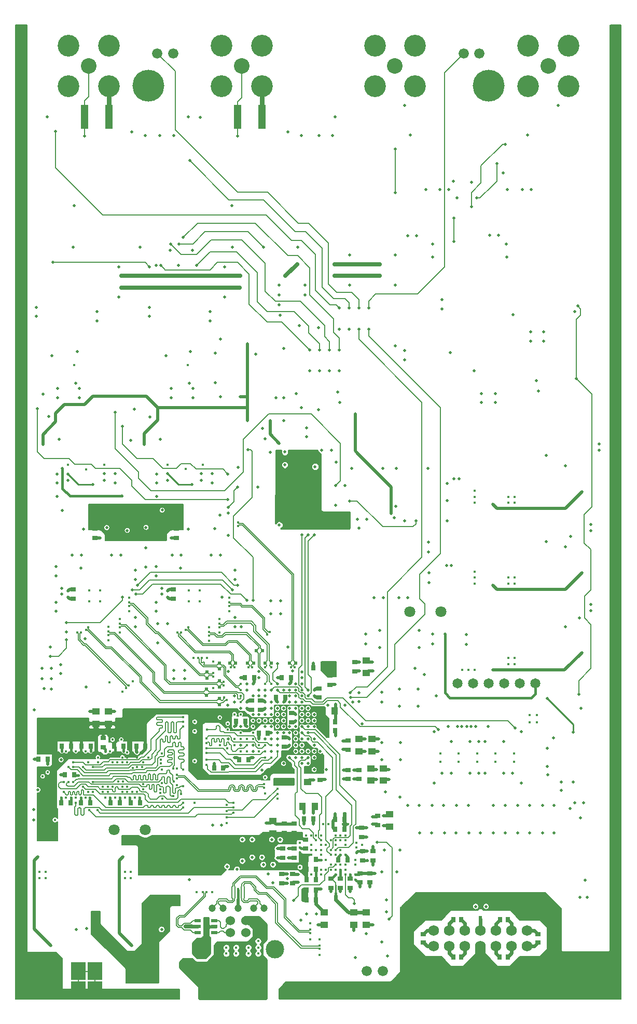
<source format=gbr>
G04 #@! TF.FileFunction,Copper,L6,Bot,Signal*
%FSLAX46Y46*%
G04 Gerber Fmt 4.6, Leading zero omitted, Abs format (unit mm)*
G04 Created by KiCad (PCBNEW 4.0.7) date 11/21/19 20:47:33*
%MOMM*%
%LPD*%
G01*
G04 APERTURE LIST*
%ADD10C,0.100000*%
%ADD11R,1.200000X4.000000*%
%ADD12C,1.800000*%
%ADD13C,0.450000*%
%ADD14R,0.889000X0.635000*%
%ADD15R,0.200000X0.675000*%
%ADD16R,0.400000X0.675000*%
%ADD17C,0.500000*%
%ADD18C,1.524000*%
%ADD19C,3.000000*%
%ADD20C,1.200000*%
%ADD21C,5.200000*%
%ADD22C,0.800000*%
%ADD23R,0.550000X0.500000*%
%ADD24R,0.500000X0.550000*%
%ADD25R,1.300000X1.000000*%
%ADD26R,1.000000X1.300000*%
%ADD27R,0.635000X0.889000*%
%ADD28C,1.750000*%
%ADD29R,0.700000X0.900000*%
%ADD30R,0.900000X0.700000*%
%ADD31R,0.540000X1.060000*%
%ADD32R,2.450000X2.950000*%
%ADD33C,1.676400*%
%ADD34C,2.540000*%
%ADD35C,3.550000*%
%ADD36C,1.650000*%
%ADD37R,1.050000X0.600000*%
%ADD38C,2.700000*%
%ADD39C,0.400000*%
%ADD40C,0.500000*%
%ADD41C,0.750000*%
%ADD42C,0.400000*%
%ADD43C,0.200000*%
%ADD44C,0.130000*%
%ADD45C,0.127000*%
%ADD46C,0.450000*%
%ADD47C,0.250000*%
%ADD48C,0.635000*%
%ADD49C,0.600000*%
%ADD50C,0.155000*%
%ADD51C,0.150000*%
%ADD52C,0.650000*%
%ADD53C,0.220000*%
%ADD54C,0.165000*%
%ADD55C,0.180000*%
%ADD56C,0.254000*%
G04 APERTURE END LIST*
D10*
D11*
X60800000Y-45500000D03*
X56800000Y-45500000D03*
D12*
X36630000Y-161680000D03*
X41710000Y-161680000D03*
D13*
X39139885Y-123854000D03*
X39699303Y-137500697D03*
X38000697Y-139199303D03*
X52150000Y-130850000D03*
X52153039Y-128658713D03*
X35717209Y-128599036D03*
X35717209Y-130791036D03*
X39139885Y-126046000D03*
X37570228Y-127330349D03*
X37570228Y-129522349D03*
X49604000Y-133673000D03*
X51796000Y-133673000D03*
X53870228Y-129522349D03*
X53870228Y-127330349D03*
X55439885Y-126046000D03*
X55439885Y-123854000D03*
X104500000Y-143000000D03*
D14*
X30000000Y-124050000D03*
X30000000Y-122550000D03*
D13*
X34350000Y-124450000D03*
X32550000Y-124450000D03*
X34350000Y-122650000D03*
X48850000Y-124450000D03*
X50650000Y-124450000D03*
X50650000Y-122650000D03*
X48850000Y-122650000D03*
X104500000Y-144225000D03*
X50111500Y-171850000D03*
X52688500Y-171850000D03*
X70150000Y-182138500D03*
X68650000Y-179538500D03*
X70150000Y-179561500D03*
X68650000Y-176961500D03*
D15*
X57900000Y-171500000D03*
X57900000Y-172375000D03*
X55900000Y-171500000D03*
X55900000Y-172375000D03*
X56400000Y-172375000D03*
X57400000Y-172375000D03*
X57400000Y-171500000D03*
X56400000Y-171500000D03*
D16*
X56900000Y-172375000D03*
X56900000Y-171500000D03*
D17*
X48300000Y-177500000D03*
X49250000Y-177500000D03*
D18*
X58150000Y-178490000D03*
X55650000Y-178490000D03*
X55650000Y-176490000D03*
X58150000Y-176490000D03*
D19*
X62920000Y-181200000D03*
X50880000Y-181200000D03*
D20*
X52650000Y-174490000D03*
X54400000Y-174490000D03*
X56900000Y-174490000D03*
X59400000Y-174490000D03*
X61150000Y-174490000D03*
D13*
X54950000Y-181900000D03*
X54950000Y-180900000D03*
X56550000Y-181900000D03*
X56550000Y-180900000D03*
X58550000Y-181900000D03*
X60150000Y-181900000D03*
X58550000Y-180900000D03*
X60150000Y-180900000D03*
X60150000Y-179850000D03*
D21*
X25500000Y-184400000D03*
D13*
X93500000Y-135675000D03*
X64000000Y-189000000D03*
X64000000Y-188100000D03*
X67000000Y-189000000D03*
X67000000Y-188000000D03*
X67500000Y-172300000D03*
D22*
X21500000Y-145900000D03*
X118500000Y-184900000D03*
X118500000Y-178900000D03*
D21*
X114500000Y-184400000D03*
D22*
X21500000Y-31900000D03*
X118500000Y-31900000D03*
X21500000Y-43900000D03*
X118500000Y-46900000D03*
X118500000Y-43900000D03*
X118500000Y-37900000D03*
X118500000Y-34900000D03*
D17*
X115800000Y-99800000D03*
X115800000Y-98800000D03*
X114500000Y-111950000D03*
X114500000Y-112950000D03*
X114500000Y-124950000D03*
X114500000Y-125950000D03*
D13*
X45900000Y-189000000D03*
X47650000Y-183650000D03*
D17*
X113900000Y-172700000D03*
X112700000Y-172700000D03*
D13*
X45900000Y-188000000D03*
D17*
X42200000Y-185200000D03*
X41000000Y-186200000D03*
X43400000Y-186200000D03*
X43400000Y-185200000D03*
D13*
X63300000Y-156650000D03*
X55000000Y-160600000D03*
X55000000Y-157650000D03*
X74200000Y-111700000D03*
X73200000Y-111700000D03*
X74200000Y-110700000D03*
X73200000Y-110700000D03*
X35050000Y-102150000D03*
X51100000Y-102200000D03*
X45400000Y-102165000D03*
X29150000Y-102150000D03*
X52800000Y-134300000D03*
X52800000Y-138600000D03*
D14*
X67900000Y-164800000D03*
X67900000Y-163300000D03*
D13*
X48648000Y-85940665D03*
X30122000Y-85940665D03*
X48300000Y-102900000D03*
X32077800Y-102925899D03*
X32550000Y-122650000D03*
D14*
X75200000Y-171188000D03*
X75200000Y-169688000D03*
D13*
X105650000Y-143000000D03*
X46900000Y-189000000D03*
X46900000Y-188000000D03*
D14*
X78900000Y-166700000D03*
X78900000Y-165200000D03*
D17*
X46300000Y-172800000D03*
X47150000Y-173650000D03*
X34050000Y-176550000D03*
D13*
X26500000Y-163100000D03*
X25500000Y-163100000D03*
X24500000Y-163100000D03*
X40400000Y-163100000D03*
X39400000Y-163100000D03*
X38400000Y-163100000D03*
X95500000Y-106400000D03*
X95500000Y-108400000D03*
X95500000Y-107400000D03*
X95500000Y-119600000D03*
X102000000Y-108400000D03*
X102000000Y-107400000D03*
X101000000Y-108400000D03*
X101000000Y-107400000D03*
X101000000Y-121600000D03*
X101000000Y-120600000D03*
X102000000Y-120600000D03*
X102000000Y-121600000D03*
X102000000Y-133700000D03*
X101000000Y-134700000D03*
X101000000Y-133700000D03*
X102000000Y-134700000D03*
X39400000Y-168600000D03*
X38400000Y-169600000D03*
X38400000Y-168600000D03*
X39400000Y-169600000D03*
X25500000Y-169600000D03*
X24500000Y-169600000D03*
X25500000Y-168600000D03*
X24500000Y-168600000D03*
X94500000Y-135675000D03*
X95500000Y-120600000D03*
X95500000Y-121600000D03*
X95500000Y-135675000D03*
X35900000Y-137700000D03*
X48250000Y-183050000D03*
X48250000Y-184250000D03*
X105650000Y-144225000D03*
X89900000Y-150600000D03*
X92900000Y-150600000D03*
X95900000Y-150600000D03*
X98900000Y-150600000D03*
X89900000Y-149300000D03*
X92900000Y-149300000D03*
X95900000Y-149300000D03*
X98900000Y-149300000D03*
D22*
X118500000Y-49900000D03*
X118500000Y-52900000D03*
X118500000Y-55900000D03*
X118500000Y-58900000D03*
X118500000Y-61900000D03*
X118500000Y-64900000D03*
X118500000Y-67900000D03*
X118500000Y-70900000D03*
X118500000Y-76900000D03*
X118500000Y-79900000D03*
X118500000Y-82900000D03*
X118500000Y-85900000D03*
X118500000Y-88900000D03*
X118500000Y-91900000D03*
X118500000Y-94900000D03*
X118500000Y-97900000D03*
X118500000Y-100900000D03*
X118500000Y-103900000D03*
X118500000Y-109900000D03*
X118500000Y-112900000D03*
X118500000Y-115900000D03*
X118500000Y-118900000D03*
X118500000Y-121900000D03*
X118500000Y-124900000D03*
X118500000Y-130900000D03*
X118500000Y-133900000D03*
X118500000Y-136900000D03*
X118500000Y-139900000D03*
X118500000Y-142900000D03*
X118500000Y-145900000D03*
X118500000Y-151900000D03*
X118500000Y-154900000D03*
X118500000Y-157900000D03*
X118500000Y-160900000D03*
X118500000Y-163900000D03*
X118500000Y-166900000D03*
X118500000Y-169900000D03*
X118500000Y-175900000D03*
X118500000Y-181900000D03*
X118500000Y-187900000D03*
X21500000Y-34900000D03*
X21500000Y-37900000D03*
X21500000Y-46900000D03*
X21500000Y-49900000D03*
X21500000Y-52900000D03*
X21500000Y-55900000D03*
X21500000Y-58900000D03*
X21500000Y-61900000D03*
X21500000Y-64900000D03*
X21500000Y-67900000D03*
X21500000Y-70900000D03*
X21500000Y-76900000D03*
X21500000Y-79900000D03*
X21500000Y-82900000D03*
X21500000Y-85900000D03*
X21500000Y-88900000D03*
X21500000Y-91900000D03*
X21500000Y-94900000D03*
X21500000Y-97900000D03*
X21500000Y-100900000D03*
X21500000Y-103900000D03*
X21500000Y-109900000D03*
X21500000Y-112900000D03*
X21500000Y-115900000D03*
X21500000Y-118900000D03*
X21500000Y-121900000D03*
X21500000Y-124900000D03*
X21500000Y-130900000D03*
X21500000Y-133900000D03*
X21500000Y-136900000D03*
X21500000Y-139900000D03*
X21500000Y-142900000D03*
X21500000Y-151900000D03*
X21500000Y-154900000D03*
X21500000Y-157900000D03*
X21500000Y-160900000D03*
X21500000Y-163900000D03*
X21500000Y-166900000D03*
X21500000Y-169900000D03*
X21500000Y-175500000D03*
X21500000Y-178900000D03*
X21500000Y-181900000D03*
X21500000Y-184900000D03*
D13*
X61300000Y-153150000D03*
X49800000Y-157300000D03*
X49800000Y-150500000D03*
X49800000Y-145650000D03*
X49800000Y-144100000D03*
X61300000Y-155750000D03*
X44500000Y-156650000D03*
X44400000Y-154100000D03*
X46900000Y-154400000D03*
X46900000Y-151700000D03*
X44400000Y-151900000D03*
D21*
X97800000Y-40400000D03*
D17*
X33250000Y-175750000D03*
D23*
X51700000Y-138800000D03*
X51700000Y-139800000D03*
X53800000Y-141300000D03*
X53800000Y-140300000D03*
X53800000Y-137400000D03*
X53800000Y-138400000D03*
X51800000Y-135950000D03*
X51800000Y-136950000D03*
D24*
X56500000Y-134500000D03*
X55500000Y-134500000D03*
D23*
X53800000Y-135500000D03*
X53800000Y-134500000D03*
D24*
X60850000Y-132500000D03*
X59850000Y-132500000D03*
X59400000Y-134500000D03*
X58400000Y-134500000D03*
X62300000Y-134500000D03*
X61300000Y-134500000D03*
X66300000Y-134500000D03*
X65300000Y-134500000D03*
D25*
X75800000Y-177200000D03*
X75800000Y-175200000D03*
X62600000Y-160300000D03*
X62600000Y-162300000D03*
D26*
X67400000Y-157900000D03*
X69400000Y-157900000D03*
D25*
X80600000Y-153700000D03*
X80600000Y-151700000D03*
X78600000Y-153700000D03*
X78600000Y-151700000D03*
X76600000Y-148900000D03*
X76600000Y-146900000D03*
X78750000Y-148900000D03*
X78750000Y-146900000D03*
X63300000Y-153800000D03*
X63300000Y-151800000D03*
X77800000Y-134100000D03*
X77800000Y-136100000D03*
D26*
X72600000Y-142300000D03*
X70600000Y-142300000D03*
D25*
X35700000Y-142400000D03*
X35700000Y-144400000D03*
X68200000Y-153900000D03*
X68200000Y-151900000D03*
X70950000Y-175200000D03*
X70950000Y-177200000D03*
X77800000Y-175200000D03*
X77800000Y-177200000D03*
X81650000Y-159200000D03*
X81650000Y-161200000D03*
X33700000Y-142400000D03*
X33700000Y-144400000D03*
D14*
X73600000Y-171188000D03*
X73600000Y-169688000D03*
X46300000Y-124050000D03*
X46300000Y-122550000D03*
X33549999Y-114100000D03*
X33549999Y-112600000D03*
X46800000Y-114100000D03*
X46800000Y-112600000D03*
D27*
X69550000Y-169850000D03*
X68050000Y-169850000D03*
X69550000Y-168150000D03*
X68050000Y-168150000D03*
D14*
X64400000Y-160700000D03*
X64400000Y-162200000D03*
X66000000Y-160700000D03*
X66000000Y-162200000D03*
X77000000Y-162900000D03*
X77000000Y-161400000D03*
D27*
X68050000Y-171500000D03*
X69550000Y-171500000D03*
X74250000Y-161600000D03*
X72750000Y-161600000D03*
X69550000Y-166550000D03*
X68050000Y-166550000D03*
D14*
X72000000Y-171188000D03*
X72000000Y-169688000D03*
D27*
X67650000Y-159900000D03*
X69150000Y-159900000D03*
D14*
X66000000Y-166300000D03*
X66000000Y-164800000D03*
X77200000Y-166700000D03*
X77200000Y-165200000D03*
X79700000Y-159450000D03*
X79700000Y-160950000D03*
D27*
X74750000Y-166600000D03*
X73250000Y-166600000D03*
D14*
X78400000Y-170300000D03*
X78400000Y-168800000D03*
X76800000Y-170300000D03*
X76800000Y-168800000D03*
X64000000Y-170400000D03*
X64000000Y-168900000D03*
X65800000Y-170400000D03*
X65800000Y-168900000D03*
X74800000Y-153450000D03*
X74800000Y-151950000D03*
X59100000Y-142150000D03*
X59100000Y-140650000D03*
X76600000Y-153450000D03*
X76600000Y-151950000D03*
D27*
X52950000Y-151600000D03*
X54450000Y-151600000D03*
X57050000Y-150300000D03*
X58550000Y-150300000D03*
X65500000Y-136900000D03*
X64000000Y-136900000D03*
X58050000Y-144050000D03*
X56550000Y-144050000D03*
D14*
X60500000Y-142150000D03*
X60500000Y-140650000D03*
X64450000Y-148150000D03*
X64450000Y-146650000D03*
X74800000Y-148650000D03*
X74800000Y-147150000D03*
D27*
X64550000Y-140100000D03*
X63050000Y-140100000D03*
X61750000Y-146000000D03*
X60250000Y-146000000D03*
D14*
X65599999Y-142650000D03*
X65599999Y-144150000D03*
X71900000Y-138050000D03*
X71900000Y-136550000D03*
D27*
X72750000Y-144100000D03*
X71250000Y-144100000D03*
D14*
X75900000Y-134350000D03*
X75900000Y-135850000D03*
D27*
X72750000Y-145550000D03*
X71250000Y-145550000D03*
D14*
X70100000Y-138650000D03*
X70100000Y-140150000D03*
X64900000Y-153550000D03*
X64900000Y-152050000D03*
D27*
X69150000Y-135300000D03*
X70650000Y-135300000D03*
D14*
X70300000Y-153550000D03*
X70300000Y-152050000D03*
D27*
X40250000Y-148100000D03*
X41750000Y-148100000D03*
X38150000Y-148100000D03*
X36650000Y-148100000D03*
X32799999Y-148100000D03*
X31299999Y-148100000D03*
X28100000Y-148100000D03*
X29600000Y-148100000D03*
X40850000Y-157300000D03*
X39350000Y-157300000D03*
X28000000Y-157300000D03*
X29500000Y-157300000D03*
X24300000Y-150200000D03*
X25800000Y-150200000D03*
X36050000Y-157300000D03*
X37550000Y-157300000D03*
X32750000Y-157300000D03*
X31250000Y-157300000D03*
D14*
X34850000Y-148250000D03*
X34850000Y-146750000D03*
D27*
X28600000Y-152700000D03*
X30100000Y-152700000D03*
X74250000Y-160000000D03*
X72750000Y-160000000D03*
D14*
X64200000Y-166300000D03*
X64200000Y-164800000D03*
D27*
X58000000Y-136900000D03*
X59500000Y-136900000D03*
D17*
X41000000Y-185200000D03*
D21*
X42200000Y-40400000D03*
D13*
X44400000Y-149300000D03*
D22*
X21500000Y-187900000D03*
D13*
X101900000Y-149300000D03*
X101900000Y-150600000D03*
D27*
X68050000Y-173100000D03*
X69550000Y-173100000D03*
D28*
X104074000Y-178160000D03*
X104074000Y-180700000D03*
X101534000Y-178160000D03*
X101534000Y-180700000D03*
X98994000Y-178160000D03*
X98994000Y-180700000D03*
X96454000Y-178160000D03*
X96454000Y-180700000D03*
X93914000Y-178160000D03*
X93914000Y-180700000D03*
X91374000Y-178160000D03*
X91374000Y-180700000D03*
X88834000Y-178160000D03*
X88834000Y-180700000D03*
D29*
X100250000Y-184350000D03*
X100900000Y-182450000D03*
X99600000Y-182450000D03*
X92650000Y-184350000D03*
X93300000Y-182450000D03*
X92000000Y-182450000D03*
D30*
X85200000Y-179400000D03*
X87100000Y-180050000D03*
X87100000Y-178750000D03*
D29*
X92650000Y-174450000D03*
X92000000Y-176350000D03*
X93300000Y-176350000D03*
X100300000Y-174450000D03*
X99650000Y-176350000D03*
X100950000Y-176350000D03*
D30*
X107750000Y-179400000D03*
X105850000Y-178750000D03*
X105850000Y-180050000D03*
D31*
X96450000Y-174130000D03*
X96450000Y-176270000D03*
D32*
X30850000Y-184700000D03*
X30850000Y-187900000D03*
X33550000Y-187900000D03*
X33550000Y-184700000D03*
D33*
X46289250Y-35092400D03*
X43710750Y-35092400D03*
X96289250Y-35092400D03*
X93710750Y-35092400D03*
X77907750Y-184707600D03*
X80486250Y-184707600D03*
D34*
X107496000Y-37146000D03*
D35*
X104198000Y-33848000D03*
X110798000Y-33848000D03*
X104198000Y-40448000D03*
X110798000Y-40448000D03*
D34*
X82496000Y-37146000D03*
D35*
X79198000Y-33848000D03*
X85798000Y-33848000D03*
X79198000Y-40448000D03*
X85798000Y-40448000D03*
D34*
X57496000Y-37146000D03*
D35*
X54198000Y-33848000D03*
X60798000Y-33848000D03*
X54198000Y-40448000D03*
X60798000Y-40448000D03*
D34*
X32496000Y-37146000D03*
D35*
X29198000Y-33848000D03*
X35798000Y-33848000D03*
X29198000Y-40448000D03*
X35798000Y-40448000D03*
D36*
X92700000Y-137850000D03*
X95240000Y-137850000D03*
X97780000Y-137850000D03*
X100320000Y-137850000D03*
X102860000Y-137850000D03*
X105400000Y-137850000D03*
D37*
X50300000Y-177500000D03*
X53000000Y-176550000D03*
X53000000Y-177500000D03*
X53000000Y-178450000D03*
X50300000Y-178450000D03*
X50300000Y-176550000D03*
D12*
X84890000Y-126120000D03*
X89970000Y-126120000D03*
D11*
X35800000Y-45500000D03*
X31800000Y-45500000D03*
D38*
X110000000Y-187600000D03*
X110000000Y-183500000D03*
D17*
X88000000Y-174900000D03*
X91700000Y-174550000D03*
X99550000Y-174450000D03*
X106750000Y-82050000D03*
X104600000Y-82050000D03*
X98850000Y-92050000D03*
X96600000Y-92050000D03*
X112850000Y-141887000D03*
X111850000Y-77250000D03*
X80300000Y-180000000D03*
X40100000Y-128600000D03*
X56400000Y-128600000D03*
X31900000Y-130550000D03*
X27200000Y-126100000D03*
X29100000Y-123800000D03*
X27200000Y-118800000D03*
X29800000Y-116900000D03*
X40100000Y-119400000D03*
X37713234Y-116903822D03*
X45400000Y-128100000D03*
X43500000Y-118800000D03*
X46100000Y-116900000D03*
X41800000Y-115700000D03*
X43500000Y-126100000D03*
X45400000Y-123800000D03*
X56400000Y-119400000D03*
X54013234Y-116903822D03*
X39400000Y-98200000D03*
X64900000Y-169650000D03*
X105900000Y-90200000D03*
X75800000Y-178100000D03*
X111600000Y-153900000D03*
X68100000Y-175400000D03*
X69700000Y-175400000D03*
X76650000Y-112550000D03*
X64300000Y-144900000D03*
X65300000Y-144900000D03*
X107650000Y-178550000D03*
X107650000Y-180250000D03*
X59200000Y-163300000D03*
X23500000Y-158400000D03*
X23500000Y-160100000D03*
X109136000Y-43614000D03*
X95450000Y-86850000D03*
X101800000Y-77700000D03*
X85000000Y-48450000D03*
X104150000Y-48450000D03*
X25730000Y-45470000D03*
X50730000Y-45530000D03*
X44100000Y-48500000D03*
X46400000Y-48500000D03*
X65000000Y-47900000D03*
X67200000Y-48500000D03*
X39500000Y-47900000D03*
X41700000Y-48500000D03*
X43528100Y-69700000D03*
X47184100Y-69700000D03*
X85200000Y-180300000D03*
X85200000Y-178500000D03*
X99400000Y-184300000D03*
X101100000Y-184300000D03*
X91800000Y-184300000D03*
X93500000Y-184300000D03*
X84061244Y-43592814D03*
X95650000Y-172800000D03*
X97350000Y-172800000D03*
X113300000Y-157300000D03*
X104450000Y-157700000D03*
X108450000Y-157700000D03*
X100450000Y-157700000D03*
X90450000Y-157700000D03*
X94450000Y-157700000D03*
X86450000Y-157700000D03*
X96200000Y-152500000D03*
X96202948Y-147300000D03*
X44400000Y-177950000D03*
X105600000Y-88500000D03*
X54050000Y-81700000D03*
X54050000Y-91100000D03*
X82600000Y-109000000D03*
X73150000Y-90300000D03*
X66350000Y-90600000D03*
X61250000Y-97950000D03*
X64350000Y-95000000D03*
X29100000Y-104700000D03*
X35050000Y-104700000D03*
X50900000Y-104700000D03*
X45400000Y-104700000D03*
X24850000Y-137100000D03*
X79788519Y-148911481D03*
X25050000Y-90700000D03*
X60100000Y-105800000D03*
X56900000Y-102600000D03*
X69450000Y-102500000D03*
X60900000Y-96250000D03*
X68050000Y-97650000D03*
X63600000Y-112000000D03*
X24850000Y-135400000D03*
X45950000Y-114100000D03*
X34400000Y-114100000D03*
X52650000Y-105150000D03*
X43600000Y-105150000D03*
X31650000Y-112700000D03*
D39*
X67000000Y-164600000D03*
D17*
X78800000Y-159600000D03*
X66900000Y-79500000D03*
X70000000Y-79800000D03*
X99400000Y-64750000D03*
X27300000Y-105150000D03*
X69250000Y-153600000D03*
X52988512Y-150911488D03*
D39*
X36800000Y-156500000D03*
D17*
X62100000Y-100150000D03*
X63750000Y-77800000D03*
X63600000Y-76100000D03*
X63600000Y-72900000D03*
X67800000Y-72900000D03*
X72700000Y-45500000D03*
X48775000Y-45500000D03*
X42450000Y-78000000D03*
X52350000Y-77200000D03*
X33850000Y-77200000D03*
X23950000Y-78000000D03*
X75450000Y-102750000D03*
X80550000Y-102750000D03*
X82750000Y-102750000D03*
X87850000Y-102750000D03*
X74360000Y-105600000D03*
X72840000Y-108830000D03*
X76350000Y-111050000D03*
X84100000Y-111350000D03*
X79100000Y-123850000D03*
X83100000Y-123850000D03*
X107350000Y-151400000D03*
X113550000Y-169950000D03*
X92450000Y-162250000D03*
X112750000Y-159800000D03*
X80750000Y-165000000D03*
X82800000Y-168600000D03*
D39*
X27900000Y-152700000D03*
D17*
X62200000Y-124400000D03*
X62200000Y-126500000D03*
X55300000Y-110100000D03*
X53950000Y-110400000D03*
X41850000Y-112400000D03*
X38800000Y-112900000D03*
X35450000Y-112450000D03*
X88050000Y-121400000D03*
X87990358Y-114846924D03*
X36800000Y-105150000D03*
X46400000Y-137100000D03*
X48150000Y-137100000D03*
X94100000Y-131450000D03*
X32650000Y-142400000D03*
X36750000Y-142400000D03*
X32075000Y-138400000D03*
X27900000Y-134800000D03*
X108350000Y-146700000D03*
X103150000Y-145700000D03*
X88850000Y-145700000D03*
X88850000Y-154100000D03*
X103150000Y-154100000D03*
X101700000Y-152500000D03*
D39*
X28100000Y-148900000D03*
X38200000Y-148900000D03*
D17*
X81500000Y-153500000D03*
X72800000Y-146400000D03*
X64400000Y-154200000D03*
X65800000Y-153500000D03*
X75750000Y-153400000D03*
X67600000Y-159000000D03*
X71150000Y-153500000D03*
X86250000Y-138800000D03*
X83250000Y-138800000D03*
X76650000Y-139400000D03*
X80350000Y-139300000D03*
X79500000Y-153500000D03*
X80350000Y-150300000D03*
X83350000Y-150300000D03*
X72700000Y-138000000D03*
X78850000Y-134400000D03*
X76700000Y-134400000D03*
X74250000Y-159100000D03*
X63300000Y-166300000D03*
X65100000Y-166300000D03*
X64900000Y-170400000D03*
X66700000Y-170300000D03*
X80600000Y-159400000D03*
X78000000Y-166700000D03*
X78400000Y-171050000D03*
X76800000Y-171050000D03*
X74100000Y-153400000D03*
X73950000Y-148600000D03*
X77650000Y-148900000D03*
D39*
X32800000Y-148900000D03*
X28000000Y-156500000D03*
X32700000Y-156500000D03*
D17*
X62600000Y-167400000D03*
X61000000Y-167400000D03*
X81100000Y-173100000D03*
D39*
X38100000Y-153800000D03*
D17*
X24200000Y-155200000D03*
X23600000Y-150200000D03*
X48750000Y-112700000D03*
X49450000Y-67193100D03*
X72800000Y-141250000D03*
X72800000Y-143300000D03*
X69200000Y-134500000D03*
X61500000Y-160650000D03*
X65200000Y-160750000D03*
X78900000Y-167450000D03*
D39*
X74400000Y-168200000D03*
D17*
X91552200Y-83902200D03*
X82552200Y-82802200D03*
X69300000Y-138900000D03*
X59300000Y-137900000D03*
X63300000Y-136900000D03*
X58300000Y-141900000D03*
X61300000Y-141900000D03*
X54200000Y-160950000D03*
X64300000Y-140900000D03*
X58300000Y-144900000D03*
D39*
X28800000Y-156500000D03*
D17*
X88450000Y-162250000D03*
X96450000Y-162250000D03*
X110350000Y-128600000D03*
X30500000Y-177950000D03*
X110350000Y-102400000D03*
X110350000Y-115600000D03*
D39*
X36000000Y-148900000D03*
X32000000Y-156500000D03*
X32000000Y-148900000D03*
X38800000Y-149100000D03*
X38800000Y-155500000D03*
X34000000Y-149900000D03*
X38000000Y-150700000D03*
X40400000Y-151500000D03*
X40000000Y-156500000D03*
X40800000Y-156500000D03*
X30400000Y-156500000D03*
X38000000Y-155500000D03*
X38000000Y-149900000D03*
X30400000Y-148900000D03*
X28800000Y-148900000D03*
X32400000Y-150700000D03*
X38800000Y-150700000D03*
X40400000Y-149100000D03*
X34800000Y-155500000D03*
X35600000Y-155500000D03*
X36000000Y-156500000D03*
D17*
X63300000Y-145900000D03*
X66300000Y-142900000D03*
X64300000Y-143900000D03*
X65300000Y-145900000D03*
D39*
X74000000Y-160800000D03*
D17*
X63600000Y-160750000D03*
X75200000Y-171800000D03*
D39*
X72800000Y-168200000D03*
D17*
X73600000Y-171800000D03*
D39*
X74400000Y-162600000D03*
X71600000Y-160800000D03*
X72800000Y-162600000D03*
X76200000Y-161400000D03*
X74800000Y-160800000D03*
X71200000Y-166600000D03*
X70400000Y-166600000D03*
X74400000Y-165800000D03*
D17*
X72000000Y-171800000D03*
D39*
X67600000Y-160750000D03*
X76200000Y-164600000D03*
D17*
X62300000Y-145900000D03*
X65300000Y-147900000D03*
D39*
X76000000Y-169800000D03*
X70400000Y-169000000D03*
X69600000Y-169000000D03*
X68800000Y-169000000D03*
D17*
X31000000Y-91243000D03*
X100460000Y-162250000D03*
X45800000Y-67200000D03*
X37450000Y-74803000D03*
X37450000Y-69900000D03*
X82550000Y-67976000D03*
X82550000Y-72924000D03*
X75050000Y-72874000D03*
X75050000Y-67976000D03*
X54648000Y-69900000D03*
X54645000Y-74824000D03*
X27450000Y-91243000D03*
X49550000Y-91250000D03*
X46000000Y-91243000D03*
X86050000Y-64850000D03*
X90176200Y-75257200D03*
X104762000Y-57300000D03*
X91300000Y-57300000D03*
X92656900Y-58653900D03*
X94980900Y-56149100D03*
X100696000Y-66185000D03*
X88600000Y-66193000D03*
X44500000Y-109595204D03*
X28174000Y-109624000D03*
X84040200Y-85064200D03*
X108450000Y-162250000D03*
X26502500Y-84367500D03*
X49133000Y-83750000D03*
X30607000Y-83750000D03*
X55897000Y-59933000D03*
X30099000Y-59950000D03*
X72286000Y-48500000D03*
X70127000Y-48500000D03*
X100200000Y-152500000D03*
X97200000Y-152500000D03*
X94702948Y-152500000D03*
X91700000Y-152500000D03*
X90200000Y-152500000D03*
X91700000Y-147300000D03*
X94700000Y-147300000D03*
X97202948Y-147300000D03*
X100202948Y-147300000D03*
X80000000Y-129200000D03*
X77750000Y-129800000D03*
X104450000Y-162250000D03*
X91001064Y-108002574D03*
X45155500Y-84367500D03*
X88650000Y-131400000D03*
X86400000Y-132000000D03*
X73500000Y-92000000D03*
X70050000Y-93250000D03*
X77850000Y-161400000D03*
X56300000Y-149900000D03*
X70300000Y-148900000D03*
X67300000Y-149900000D03*
X71300000Y-151900000D03*
X71550000Y-141400000D03*
X67300000Y-139900000D03*
X56300000Y-139900000D03*
X65800000Y-135800000D03*
X55300000Y-135900000D03*
X67300000Y-142900000D03*
X63300000Y-142900000D03*
X69300000Y-144900000D03*
X66300000Y-146900000D03*
X64300000Y-142900000D03*
X61300000Y-143900000D03*
X62300000Y-142900000D03*
X66300000Y-144900000D03*
X64300000Y-145900000D03*
X59300000Y-148900000D03*
X64300000Y-150900000D03*
X60800000Y-152000000D03*
X55300000Y-146903200D03*
X64300000Y-141900000D03*
X63300000Y-146900000D03*
X23650000Y-142150000D03*
X55100000Y-167700000D03*
X77800000Y-178650000D03*
X35200000Y-180300000D03*
X78900000Y-177200000D03*
X81100000Y-175100000D03*
X38100000Y-166100000D03*
D39*
X67000000Y-165415500D03*
D17*
X63600000Y-162300000D03*
X61500000Y-162300000D03*
X77850000Y-162900000D03*
X72700000Y-159100000D03*
D39*
X67200000Y-162600000D03*
X73600000Y-168200000D03*
X70800000Y-160800000D03*
X72400000Y-160800000D03*
X68800000Y-165800000D03*
X76200000Y-163800000D03*
X68000000Y-169000000D03*
D17*
X39550000Y-180600000D03*
X69939272Y-177200616D03*
X67300000Y-136900000D03*
X71400000Y-135800000D03*
X69300000Y-139900000D03*
X81250000Y-182250000D03*
X26400000Y-137100000D03*
X26400000Y-135400000D03*
X107350000Y-148400000D03*
X53100000Y-112600000D03*
X55300000Y-113700000D03*
X27900000Y-136200000D03*
X80000000Y-132000000D03*
X77750000Y-131400000D03*
X70600000Y-134500000D03*
X72715500Y-136600000D03*
X78900000Y-135800000D03*
X76700000Y-135800000D03*
X113000000Y-106600000D03*
X98450000Y-108650000D03*
X26400000Y-138800000D03*
X104600000Y-80550000D03*
X106750000Y-80550000D03*
X59730000Y-84185000D03*
X67200000Y-92850000D03*
X27300000Y-103700000D03*
X43600000Y-103700000D03*
X27650000Y-98000000D03*
X44150000Y-98000000D03*
X39950000Y-93100000D03*
X68050000Y-96150000D03*
X100850000Y-57300000D03*
X87500000Y-57300000D03*
X45400000Y-103650000D03*
X29100000Y-103700000D03*
X28200000Y-102750000D03*
X37950000Y-107300000D03*
X67800000Y-74500000D03*
X52350000Y-78700000D03*
X33850000Y-78700000D03*
X33208000Y-105375000D03*
X49364771Y-105366229D03*
X66637188Y-66718812D03*
X55969188Y-66718812D03*
X40856188Y-66718812D03*
X29934188Y-66718812D03*
X31000000Y-89719000D03*
X49550000Y-89719000D03*
X90176200Y-76762200D03*
X103250000Y-57300000D03*
X92011000Y-55950000D03*
X100113000Y-54600000D03*
X89800000Y-57300000D03*
X100704000Y-68343000D03*
X98850000Y-90550000D03*
X64300000Y-91250000D03*
X36800000Y-103650000D03*
X35050000Y-103650000D03*
X52650000Y-103650000D03*
X26000000Y-94350000D03*
X42500000Y-94400000D03*
X45982000Y-89719000D03*
X50900000Y-103650000D03*
X63600000Y-74500000D03*
X42450000Y-76500000D03*
X23950000Y-76500000D03*
X27450000Y-89719000D03*
X97917000Y-64735000D03*
X84550000Y-64850000D03*
X96600000Y-90600000D03*
X88600000Y-68344000D03*
X84040200Y-83540200D03*
X37822000Y-71400000D03*
X57200000Y-71400000D03*
X72600000Y-71400000D03*
X80000000Y-71400000D03*
X64600000Y-71400000D03*
X37822000Y-73300000D03*
X57164000Y-73300000D03*
X72600000Y-69500000D03*
X80000000Y-69500000D03*
X66500000Y-69500000D03*
X53150000Y-83950000D03*
X48900000Y-88900000D03*
X47500000Y-119000000D03*
X43600000Y-107350000D03*
X31200000Y-119000000D03*
X27300000Y-107350000D03*
X95650000Y-174200000D03*
X97350000Y-174200000D03*
X53150000Y-88850000D03*
X30372000Y-88872000D03*
X111050000Y-158250000D03*
X111800000Y-157300000D03*
X106550000Y-157700000D03*
X98550000Y-157700000D03*
X102550000Y-157700000D03*
X92550000Y-157700000D03*
X88550000Y-157700000D03*
X84550000Y-157698000D03*
X86550000Y-162250000D03*
X94550000Y-162250000D03*
X106550000Y-162250000D03*
X102550000Y-162250000D03*
X98560000Y-162250000D03*
X90550000Y-162250000D03*
D13*
X51111500Y-171850000D03*
D17*
X61018812Y-66718812D03*
X47200000Y-66200000D03*
X26700000Y-69200000D03*
X42400000Y-69900000D03*
X89250000Y-139900000D03*
X78200000Y-76600000D03*
X76600000Y-76600000D03*
D13*
X51688500Y-171850000D03*
D17*
X47950000Y-65100000D03*
X73400000Y-83500000D03*
X50100000Y-69700000D03*
X70200000Y-83500000D03*
X71800000Y-83500000D03*
X45900000Y-66200000D03*
X44290100Y-69700000D03*
X68600000Y-83500000D03*
D39*
X72800000Y-164200000D03*
D17*
X69300000Y-147900000D03*
X92075000Y-65786000D03*
X92075000Y-61976000D03*
X63035000Y-91265000D03*
X64500000Y-102200000D03*
X64500000Y-100100000D03*
X64300000Y-83250000D03*
X67300000Y-136000000D03*
X66300000Y-137900000D03*
X68300000Y-113600000D03*
X68300000Y-138900000D03*
X69300000Y-113600000D03*
X68300000Y-139900000D03*
X69300000Y-148900000D03*
D39*
X70400000Y-164200000D03*
X71200000Y-164200000D03*
D17*
X67300000Y-147900000D03*
X99100000Y-53100000D03*
X95864900Y-58653900D03*
X56800000Y-48600000D03*
X31800000Y-48600000D03*
X55200000Y-151400000D03*
X62300000Y-143900000D03*
X60300000Y-135900000D03*
X55200000Y-141400000D03*
X60300000Y-143900000D03*
X60300000Y-142900000D03*
X61300000Y-139900000D03*
X61300000Y-144900000D03*
X65300000Y-141900000D03*
X63300000Y-144900000D03*
X62300000Y-148900000D03*
X57300000Y-147900000D03*
X57300000Y-136900000D03*
X65300000Y-137900000D03*
X58300000Y-140900000D03*
X59300000Y-149900000D03*
X56300000Y-144900000D03*
X57400000Y-128600000D03*
X40100000Y-127100000D03*
X56400000Y-127100000D03*
X90650000Y-129800000D03*
X27200000Y-124600000D03*
X28900000Y-130750000D03*
X28900000Y-129450000D03*
X43800000Y-128100000D03*
X43500000Y-124600000D03*
X56700000Y-168150000D03*
X65140500Y-164800000D03*
X57600000Y-163300000D03*
X86400000Y-129200000D03*
X88650000Y-129800000D03*
X78800000Y-160800000D03*
X67100000Y-176400000D03*
X63800000Y-124400000D03*
X63800000Y-126500000D03*
X46400000Y-135700000D03*
X48150000Y-135700000D03*
X94100000Y-129850000D03*
X81500000Y-151900000D03*
X75750000Y-152000000D03*
X69200000Y-159000000D03*
X79500000Y-151900000D03*
X78000000Y-165200000D03*
X60800000Y-166200000D03*
X63300000Y-164800000D03*
X64900000Y-168900000D03*
X66700000Y-169000000D03*
X80600000Y-161000000D03*
X74100000Y-152000000D03*
X83300000Y-156350000D03*
X77600000Y-168800000D03*
X79250000Y-168800000D03*
X52700000Y-160950000D03*
X113000000Y-119800000D03*
X98450000Y-121850000D03*
D39*
X66995688Y-163794783D03*
X73600000Y-165800000D03*
D17*
X78900000Y-164450000D03*
D39*
X73600000Y-163400000D03*
X69200000Y-160750000D03*
X76200000Y-165400000D03*
X76000000Y-169000000D03*
X67000000Y-167800000D03*
D17*
X26250000Y-133400000D03*
X61300000Y-140900000D03*
X62300000Y-140900000D03*
X32750000Y-112600000D03*
X35455500Y-110950000D03*
X47650000Y-112600000D03*
X63300000Y-143900000D03*
X62300000Y-146900000D03*
X63300000Y-140900000D03*
X65300000Y-146900000D03*
X60300000Y-146900000D03*
X86300000Y-141600000D03*
X83250000Y-141600000D03*
X76650000Y-140800000D03*
X80350000Y-140900000D03*
X80350000Y-147500000D03*
X83350000Y-147500000D03*
X73950000Y-147200000D03*
X79800000Y-146900000D03*
X77650000Y-146900000D03*
X66300000Y-143900000D03*
X98450000Y-135675000D03*
X113000000Y-132800000D03*
X66300000Y-145900000D03*
X63300000Y-141900000D03*
X61300000Y-146900000D03*
X71500000Y-146400000D03*
X68300000Y-147900000D03*
X70300000Y-143900000D03*
X69300000Y-150900000D03*
X65800000Y-152000000D03*
X65300000Y-148900000D03*
D39*
X39200000Y-156500000D03*
X38400000Y-156500000D03*
X37600000Y-156500000D03*
D17*
X25800000Y-155200000D03*
D39*
X36400000Y-154700000D03*
D17*
X24200000Y-166100000D03*
D39*
X29600000Y-156500000D03*
D17*
X26300000Y-180600000D03*
D39*
X36800000Y-148900000D03*
X34000000Y-150700000D03*
X41200000Y-149100000D03*
X41400000Y-155100000D03*
X40400000Y-149900000D03*
X31200000Y-156500000D03*
X29600000Y-148900000D03*
X31200000Y-148900000D03*
X38800000Y-149900000D03*
X39600000Y-149100000D03*
X35600000Y-149900000D03*
X35200000Y-156500000D03*
X33200000Y-155500000D03*
D17*
X83300000Y-165000000D03*
D39*
X72000000Y-168200000D03*
D17*
X80300000Y-168600000D03*
D39*
X71200000Y-168200000D03*
D13*
X68650000Y-178538500D03*
X68650000Y-177961500D03*
D17*
X41550000Y-98900000D03*
X57200000Y-91100000D03*
X58400000Y-82450000D03*
X63600000Y-98700000D03*
X62100000Y-95000000D03*
X25050000Y-98900000D03*
X58400000Y-95000000D03*
X87300000Y-136400000D03*
X65300000Y-139900000D03*
X65300000Y-138900000D03*
X65300000Y-140900000D03*
X75100000Y-108090000D03*
X85900000Y-111300000D03*
X49000000Y-52600000D03*
X75000000Y-76600000D03*
X73400000Y-76600000D03*
X27112000Y-47793000D03*
X70500000Y-99800000D03*
X60300000Y-139900000D03*
X72100000Y-99800000D03*
X65000000Y-131900000D03*
D13*
X50404000Y-133673000D03*
X57300000Y-138900000D03*
X50996000Y-133673000D03*
X57300000Y-137900000D03*
X66096000Y-135200000D03*
X56850000Y-111604000D03*
X56850000Y-112196000D03*
X65504000Y-135200000D03*
D17*
X75600000Y-140900000D03*
X68300000Y-141900000D03*
X66300000Y-141900000D03*
X75300000Y-140100000D03*
X78200000Y-80100000D03*
X76600000Y-80100000D03*
X67300000Y-140900000D03*
X75200000Y-139400000D03*
X62300000Y-144900000D03*
X63750000Y-163350000D03*
D39*
X76000000Y-166600000D03*
D17*
X61300000Y-142900000D03*
X62400000Y-163300000D03*
D39*
X74400000Y-167397990D03*
X51700000Y-146800000D03*
X61300000Y-147900000D03*
X51700000Y-147600000D03*
X58300000Y-147900000D03*
X51800000Y-145400000D03*
X62300000Y-147900000D03*
X55000000Y-158700000D03*
X63300000Y-155000000D03*
X51700000Y-148400000D03*
X61300000Y-148900000D03*
X51700000Y-151100000D03*
X63300000Y-148900000D03*
X51700000Y-149200000D03*
X61300000Y-149900000D03*
X55000000Y-159700000D03*
X63300000Y-155900000D03*
D13*
X46900000Y-152704000D03*
X61100000Y-154222157D03*
X46900000Y-153296000D03*
X61100000Y-154814157D03*
D17*
X59300000Y-147900000D03*
X28000000Y-150300000D03*
D13*
X27000000Y-160100000D03*
X44300000Y-150896000D03*
D39*
X57300000Y-146900000D03*
D13*
X44300000Y-150304000D03*
D39*
X57300000Y-145900000D03*
D13*
X44170000Y-155696000D03*
D39*
X57300000Y-148900000D03*
D13*
X44170000Y-155104000D03*
D39*
X58300000Y-148900000D03*
X51700000Y-150300000D03*
X62300000Y-149900000D03*
D17*
X55950000Y-122600000D03*
X39650000Y-122600000D03*
X56800000Y-121800000D03*
X40500000Y-121800000D03*
D39*
X74400000Y-163400000D03*
D17*
X68300000Y-146900000D03*
X67300000Y-144900000D03*
D39*
X72800000Y-165000000D03*
X77100000Y-164200000D03*
D17*
X68300000Y-143900000D03*
D39*
X72800000Y-165800000D03*
D17*
X69300000Y-143900000D03*
X68300000Y-149900000D03*
D39*
X70411500Y-163400000D03*
D17*
X93400000Y-144900000D03*
X74300000Y-141400000D03*
D39*
X74400000Y-164200000D03*
D17*
X67300000Y-146900000D03*
D39*
X73600000Y-165000000D03*
D17*
X68300000Y-144900000D03*
X67300000Y-145900000D03*
D39*
X72000000Y-165800000D03*
D17*
X77100000Y-144400000D03*
X69300000Y-142900000D03*
X66300000Y-147900000D03*
D39*
X73600000Y-162600000D03*
D17*
X68300000Y-145900000D03*
D39*
X72000000Y-165000000D03*
X69600000Y-165000000D03*
D17*
X67300000Y-150900000D03*
X66300000Y-140900000D03*
X94200000Y-144900000D03*
X95700000Y-144900000D03*
X66300000Y-138900000D03*
X97700000Y-144900000D03*
X67300000Y-137900000D03*
D39*
X70400000Y-165000000D03*
D17*
X66300000Y-149900000D03*
X69300000Y-151900000D03*
D39*
X69600000Y-162600000D03*
X68800000Y-162600000D03*
D17*
X68300000Y-148900000D03*
X67300000Y-148900000D03*
D39*
X68000000Y-162600000D03*
D17*
X59300000Y-142900000D03*
X109600000Y-155300000D03*
X67300000Y-113600000D03*
X67300000Y-138900000D03*
X65300000Y-149900000D03*
D39*
X69600000Y-163400000D03*
D17*
X68300000Y-150900000D03*
D39*
X68800000Y-164200000D03*
D17*
X94900000Y-144900000D03*
X66300000Y-139900000D03*
X107400000Y-152700000D03*
X61300000Y-138900000D03*
X109650000Y-153900000D03*
X63300000Y-137900000D03*
X63300000Y-134600000D03*
X69300000Y-146900000D03*
D39*
X72800000Y-163400000D03*
D17*
X66300000Y-148900000D03*
D39*
X68800000Y-165000000D03*
D17*
X67300000Y-143900000D03*
D39*
X70400000Y-165800000D03*
D17*
X67300000Y-141900000D03*
X92700000Y-144900000D03*
X63300000Y-147900000D03*
D39*
X73600000Y-167397990D03*
D17*
X91200000Y-144900000D03*
X68300000Y-142900000D03*
D39*
X59300000Y-145900000D03*
X37300000Y-153800000D03*
X59300000Y-144900000D03*
X37200000Y-150700000D03*
X56300000Y-147900000D03*
X38800000Y-154700000D03*
X59300000Y-143900000D03*
X37800000Y-147000000D03*
X55100000Y-148400000D03*
X39700000Y-151600000D03*
X60300000Y-148900000D03*
X39600000Y-155500000D03*
X55200000Y-145400000D03*
X38000000Y-154700000D03*
X58300000Y-146900000D03*
X41400000Y-150700000D03*
D17*
X57300000Y-144900000D03*
D39*
X72000000Y-167400000D03*
X55200000Y-144400000D03*
X35600000Y-154700000D03*
X57300000Y-142900000D03*
X36400000Y-147000000D03*
X60300000Y-147900000D03*
X40400000Y-155500000D03*
X53900000Y-143400000D03*
X34800000Y-154700000D03*
D13*
X56300000Y-142900000D03*
D39*
X36400000Y-150700000D03*
X56300000Y-146903200D03*
X42200000Y-149900000D03*
X59300000Y-146900000D03*
X41400000Y-154300000D03*
X53900000Y-147900000D03*
X41200000Y-151500000D03*
D13*
X70150000Y-181138500D03*
X70150000Y-180561500D03*
D17*
X112350000Y-76300000D03*
X112500000Y-139600000D03*
X72900000Y-101800000D03*
X112100000Y-88150000D03*
X69300000Y-149900000D03*
D39*
X70400000Y-162600000D03*
D17*
X59300000Y-139900000D03*
X73400000Y-86850000D03*
X60300000Y-136900000D03*
X75000000Y-80100000D03*
X73400000Y-80100000D03*
X60300000Y-138900000D03*
X58300000Y-137900000D03*
X70200000Y-86850000D03*
X58300000Y-138900000D03*
X71800000Y-86850000D03*
X56300000Y-140900000D03*
X68600000Y-86850000D03*
X59300000Y-124300000D03*
X58500000Y-99700000D03*
X62300000Y-141900000D03*
X80900000Y-155500000D03*
D39*
X76000000Y-167400000D03*
D17*
X63300000Y-138900000D03*
X89600000Y-145400000D03*
X102100000Y-145100000D03*
X62300000Y-138900000D03*
D13*
X39059303Y-138140697D03*
X31246000Y-129500000D03*
X38640697Y-138559303D03*
X30654000Y-129500000D03*
X32459303Y-128690697D03*
X54640697Y-140100697D03*
X55059303Y-140519303D03*
X32040697Y-129109303D03*
X57300000Y-139900000D03*
X35717209Y-129991036D03*
X57300000Y-140900000D03*
X35717209Y-129399036D03*
X54550000Y-138196000D03*
X37570228Y-128722349D03*
X54550000Y-137604000D03*
X37570228Y-128130349D03*
X52800000Y-136746000D03*
X39139885Y-125246000D03*
X52800000Y-136154000D03*
X39139885Y-124654000D03*
X46954000Y-129500000D03*
X55704000Y-135200000D03*
X47546000Y-129500000D03*
X56296000Y-135200000D03*
X62300000Y-137900000D03*
X52153039Y-129458713D03*
X61300000Y-137900000D03*
X52153039Y-130050713D03*
X48759303Y-128690697D03*
X59196000Y-135200000D03*
X58604000Y-135200000D03*
X48340697Y-129109303D03*
X53870228Y-128722349D03*
X61300000Y-135200000D03*
X53870228Y-128130349D03*
X62300000Y-135200000D03*
D17*
X29100000Y-122800000D03*
X27200000Y-120300000D03*
X31300000Y-116900000D03*
X40100000Y-120900000D03*
X36200000Y-116900000D03*
X43500000Y-120300000D03*
X47600000Y-116900000D03*
X52500000Y-116900000D03*
X45400000Y-122800000D03*
X56400000Y-120900000D03*
X88050000Y-119800000D03*
X87990358Y-116446924D03*
X91700000Y-118650000D03*
X90900000Y-118650000D03*
D39*
X30800000Y-152800000D03*
X25800000Y-151000000D03*
X25000000Y-153000000D03*
X25800000Y-152350000D03*
X32400000Y-155500000D03*
X35192500Y-148900000D03*
D17*
X100450000Y-49950000D03*
X94996000Y-60071000D03*
X82500000Y-57800000D03*
X82500000Y-50700000D03*
D39*
X47900000Y-143300000D03*
X30000000Y-150700000D03*
X47900000Y-144900000D03*
X31600000Y-151500000D03*
X47900000Y-151900000D03*
X30000000Y-151500000D03*
X46400000Y-153800000D03*
X30000000Y-153900000D03*
X47900000Y-154600000D03*
X33200000Y-153900000D03*
X46300000Y-156200000D03*
X29200000Y-153900000D03*
X47900000Y-157300000D03*
X28400000Y-155500000D03*
X56100000Y-158100000D03*
X33900000Y-158500000D03*
X56100000Y-158900000D03*
X32600000Y-158500000D03*
X47900000Y-158100000D03*
X30400000Y-157300000D03*
X56100000Y-157300000D03*
X31600000Y-154700000D03*
X47900000Y-144100000D03*
X33200000Y-151500000D03*
D17*
X66900000Y-112200000D03*
X67800000Y-102200000D03*
X63600000Y-100150000D03*
X77900000Y-111050000D03*
X91001064Y-105202574D03*
X91032608Y-111333470D03*
X92925000Y-104450000D03*
X92125000Y-104450000D03*
X80600000Y-123850000D03*
X84600000Y-123850000D03*
X82400000Y-110800000D03*
D13*
X55439885Y-124654000D03*
D39*
X62059303Y-129490697D03*
D13*
X55439885Y-125246000D03*
D39*
X61640697Y-129909303D03*
D17*
X81900000Y-110150000D03*
X76000000Y-93850000D03*
X111200000Y-113900000D03*
X112600000Y-127200000D03*
X32200000Y-177800000D03*
X107200000Y-100700000D03*
X107200000Y-114700000D03*
X62600000Y-170350000D03*
D39*
X70400000Y-168200000D03*
D17*
X72838000Y-105602000D03*
X36800000Y-93600000D03*
X56800000Y-105800000D03*
X55300000Y-109100000D03*
D39*
X74400000Y-169000000D03*
D17*
X61800000Y-168900000D03*
X75824999Y-173700000D03*
X64300000Y-138900000D03*
X85800000Y-135400000D03*
X24100000Y-93050000D03*
X55200000Y-107900000D03*
X111600000Y-145800000D03*
X107350000Y-140300000D03*
X70400000Y-171400000D03*
D39*
X75200000Y-169000000D03*
X72800000Y-169000000D03*
D17*
X65950000Y-173200000D03*
D39*
X72800000Y-167400000D03*
D17*
X59200000Y-166200000D03*
X55200000Y-103700000D03*
X38000000Y-95900000D03*
D39*
X29200000Y-151500000D03*
X46300000Y-151700000D03*
X47600000Y-155900000D03*
X28400000Y-153900000D03*
D17*
X48900000Y-169850000D03*
X57600000Y-166800000D03*
X25200000Y-138700000D03*
X76050000Y-182550000D03*
X44400000Y-123300000D03*
D39*
X72000000Y-163400000D03*
D17*
X79600000Y-163700000D03*
X81500000Y-176300000D03*
X28100000Y-123300000D03*
X26200000Y-131900000D03*
X43800000Y-131200000D03*
X54300000Y-123800000D03*
X38000000Y-123800000D03*
X28850000Y-127950000D03*
X28100000Y-122300000D03*
X41800000Y-118900000D03*
X28100000Y-122300000D03*
X44400000Y-122300000D03*
X57300000Y-141900000D03*
X40200000Y-123300000D03*
X58300000Y-124300000D03*
D40*
X91700000Y-174550000D02*
X88350000Y-174550000D01*
X88350000Y-174550000D02*
X88000000Y-174900000D01*
X92650000Y-174450000D02*
X91800000Y-174450000D01*
X91800000Y-174450000D02*
X91700000Y-174550000D01*
X100300000Y-174450000D02*
X99550000Y-174450000D01*
D41*
X60798000Y-40448000D02*
X60798000Y-45498000D01*
X35798000Y-40448000D02*
X35798000Y-45498000D01*
D40*
X64000000Y-170400000D02*
X64900000Y-170400000D01*
X29350000Y-124050000D02*
X29100000Y-123800000D01*
X30000000Y-124050000D02*
X29350000Y-124050000D01*
X46300000Y-124050000D02*
X45650000Y-124050000D01*
X45650000Y-124050000D02*
X45400000Y-123800000D01*
D42*
X56900000Y-172375000D02*
X56900000Y-173050000D01*
X56900000Y-171850000D02*
X56900000Y-172375000D01*
X56900000Y-171850000D02*
X56900000Y-171500000D01*
D40*
X56900000Y-173641472D02*
X56900000Y-173050000D01*
X56900000Y-173641472D02*
X56900000Y-174490000D01*
X61500000Y-160650000D02*
X62250000Y-160650000D01*
X62250000Y-160650000D02*
X62600000Y-160300000D01*
X63600000Y-160750000D02*
X63050000Y-160750000D01*
X63050000Y-160750000D02*
X62600000Y-160300000D01*
X75800000Y-177200000D02*
X75800000Y-178100000D01*
X78850000Y-134400000D02*
X78100000Y-134400000D01*
X78100000Y-134400000D02*
X77800000Y-134100000D01*
X68050000Y-171500000D02*
X68050000Y-171550000D01*
D43*
X33550000Y-184800000D02*
X32125000Y-184800000D01*
X32125000Y-184800000D02*
X30850000Y-184800000D01*
X33550000Y-184800000D02*
X33550000Y-186475000D01*
X33550000Y-186475000D02*
X33550000Y-188000000D01*
X30850000Y-184800000D02*
X30850000Y-186475000D01*
X30850000Y-186475000D02*
X30850000Y-188000000D01*
D44*
X30850000Y-188000000D02*
X32205000Y-188000000D01*
X32205000Y-188000000D02*
X33550000Y-188000000D01*
X30850000Y-188000000D02*
X26550000Y-188000000D01*
X26550000Y-188000000D02*
X25500000Y-186950000D01*
X25500000Y-186950000D02*
X25500000Y-184400000D01*
D45*
X106100000Y-175900000D02*
X105100000Y-175900000D01*
X107650000Y-177450000D02*
X106100000Y-175900000D01*
X107650000Y-178550000D02*
X107650000Y-177450000D01*
X107650000Y-179400000D02*
X107650000Y-178550000D01*
X107650000Y-178550000D02*
X107700000Y-178500000D01*
X107650000Y-179400000D02*
X107650000Y-180250000D01*
X107650000Y-180250000D02*
X107700000Y-180300000D01*
X85200000Y-178500000D02*
X87800000Y-175900000D01*
X87800000Y-175900000D02*
X88800000Y-175900000D01*
D43*
X96454000Y-180700000D02*
X96454000Y-182246000D01*
D45*
X92800000Y-173500000D02*
X92800000Y-174400000D01*
X92800000Y-174400000D02*
X92650000Y-174550000D01*
X100400000Y-173500000D02*
X100400000Y-174450000D01*
X100400000Y-174450000D02*
X100300000Y-174550000D01*
X85250000Y-179400000D02*
X85250000Y-180250000D01*
X85250000Y-180250000D02*
X85200000Y-180300000D01*
X85250000Y-179400000D02*
X85250000Y-178550000D01*
X85250000Y-178550000D02*
X85200000Y-178500000D01*
X100250000Y-184250000D02*
X99450000Y-184250000D01*
X99450000Y-184250000D02*
X99400000Y-184300000D01*
X100250000Y-184250000D02*
X101050000Y-184250000D01*
X101050000Y-184250000D02*
X101100000Y-184300000D01*
X92650000Y-184250000D02*
X91850000Y-184250000D01*
X91850000Y-184250000D02*
X91800000Y-184300000D01*
X92650000Y-184250000D02*
X93450000Y-184250000D01*
X93450000Y-184250000D02*
X93500000Y-184300000D01*
X99450000Y-184250000D02*
X99400000Y-184200000D01*
X101050000Y-184250000D02*
X101100000Y-184200000D01*
D40*
X40250000Y-148100000D02*
X40250000Y-148950000D01*
X40250000Y-148950000D02*
X40400000Y-149100000D01*
X78750000Y-148900000D02*
X78761481Y-148911481D01*
X78761481Y-148911481D02*
X79434966Y-148911481D01*
X79434966Y-148911481D02*
X79788519Y-148911481D01*
X46800000Y-114100000D02*
X45950000Y-114100000D01*
X33550000Y-114100000D02*
X34400000Y-114100000D01*
D42*
X67900000Y-164800000D02*
X67200000Y-164800000D01*
X67200000Y-164800000D02*
X67000000Y-164600000D01*
X74200000Y-159100000D02*
X74200000Y-159950000D01*
X74200000Y-159950000D02*
X74250000Y-160000000D01*
X74250000Y-160000000D02*
X74250000Y-159200000D01*
X74250000Y-159200000D02*
X74150000Y-159100000D01*
X74250000Y-161600000D02*
X74250000Y-161050000D01*
X74250000Y-161050000D02*
X74000000Y-160800000D01*
X74250000Y-160000000D02*
X74250000Y-160550000D01*
X74250000Y-160550000D02*
X74000000Y-160800000D01*
X74750000Y-166600000D02*
X74750000Y-166150000D01*
X74750000Y-166150000D02*
X74400000Y-165800000D01*
D40*
X70100000Y-138650000D02*
X69550000Y-138650000D01*
X69550000Y-138650000D02*
X69300000Y-138900000D01*
X59500000Y-136900000D02*
X59500000Y-137700000D01*
X59500000Y-137700000D02*
X59300000Y-137900000D01*
X59100000Y-142150000D02*
X58550000Y-142150000D01*
X58550000Y-142150000D02*
X58300000Y-141900000D01*
X60500000Y-142150000D02*
X61050000Y-142150000D01*
X61050000Y-142150000D02*
X61300000Y-141900000D01*
X64550000Y-140100000D02*
X64550000Y-140650000D01*
X64550000Y-140650000D02*
X64300000Y-140900000D01*
D46*
X70400000Y-166600000D02*
X69700000Y-166600000D01*
X69600000Y-169000000D02*
X69600000Y-168150000D01*
D47*
X69600000Y-168150000D02*
X69450000Y-168000000D01*
D40*
X78800000Y-159600000D02*
X79550000Y-159600000D01*
X79550000Y-159600000D02*
X79700000Y-159450000D01*
X72800000Y-143300000D02*
X72800000Y-142500000D01*
X72800000Y-142500000D02*
X72600000Y-142300000D01*
X72800000Y-143300000D02*
X72800000Y-144050000D01*
X72800000Y-144050000D02*
X72750000Y-144100000D01*
X72800000Y-146400000D02*
X72800000Y-145750000D01*
X73950000Y-148600000D02*
X74750000Y-148600000D01*
X74750000Y-148600000D02*
X74800000Y-148650000D01*
X64300000Y-154200000D02*
X63700000Y-154200000D01*
X63700000Y-154200000D02*
X63300000Y-153800000D01*
X64300000Y-154200000D02*
X64300000Y-154150000D01*
X64300000Y-154150000D02*
X64900000Y-153550000D01*
X71150000Y-153500000D02*
X70350000Y-153500000D01*
X70350000Y-153500000D02*
X70300000Y-153550000D01*
X63500000Y-153600000D02*
X63300000Y-153800000D01*
X65049999Y-153600000D02*
X65099999Y-153550000D01*
X63300000Y-166300000D02*
X64200000Y-166300000D01*
X65100000Y-166300000D02*
X66000000Y-166300000D01*
X63600000Y-160750000D02*
X64350000Y-160750000D01*
X66700000Y-170300000D02*
X65900000Y-170300000D01*
X65900000Y-170300000D02*
X65800000Y-170400000D01*
X65200000Y-160750000D02*
X64450000Y-160750000D01*
X64450000Y-160750000D02*
X64400000Y-160700000D01*
X64350000Y-160750000D02*
X64400000Y-160700000D01*
X65200000Y-160750000D02*
X65950000Y-160750000D01*
X65950000Y-160750000D02*
X66000000Y-160700000D01*
X67600000Y-159000000D02*
X67600000Y-158100000D01*
X67600000Y-158100000D02*
X67400000Y-157900000D01*
X67600000Y-160750000D02*
X67600000Y-159950000D01*
X67600000Y-159950000D02*
X67650000Y-159900000D01*
X76200000Y-161400000D02*
X77000000Y-161400000D01*
X80600000Y-159400000D02*
X81450000Y-159400000D01*
X81450000Y-159400000D02*
X81650000Y-159200000D01*
D46*
X77200000Y-166700000D02*
X78000000Y-166700000D01*
D40*
X78900000Y-167450000D02*
X78900000Y-166700000D01*
X78400000Y-171050000D02*
X78400000Y-170300000D01*
X76800000Y-171050000D02*
X76800000Y-170300000D01*
X69600000Y-169812000D02*
X69500000Y-169712000D01*
X72000000Y-171800000D02*
X72000000Y-171188000D01*
X73600000Y-171800000D02*
X73600000Y-171188000D01*
X75200000Y-171800000D02*
X75200000Y-171188000D01*
X67600000Y-160050000D02*
X67650000Y-160000000D01*
X69250000Y-153600000D02*
X68450000Y-153600000D01*
X68450000Y-153600000D02*
X68250000Y-153800000D01*
X52988512Y-150911488D02*
X52988512Y-151588512D01*
X58050000Y-144200000D02*
X58050000Y-144650000D01*
X58050000Y-144650000D02*
X58300000Y-144900000D01*
D42*
X40800000Y-156500000D02*
X40800000Y-157150000D01*
D40*
X40800000Y-157150000D02*
X40850000Y-157200000D01*
X62300000Y-145900000D02*
X61950000Y-145900000D01*
X61950000Y-145900000D02*
X61750000Y-146100000D01*
X28500000Y-152700000D02*
X27900000Y-152700000D01*
X33550000Y-142400000D02*
X32650000Y-142400000D01*
X35850000Y-142400000D02*
X36750000Y-142400000D01*
D42*
X28100000Y-148200000D02*
X28100000Y-148900000D01*
X38200000Y-148900000D02*
X38200000Y-148250000D01*
D40*
X38200000Y-148250000D02*
X38150000Y-148200000D01*
X81500000Y-153500000D02*
X80800000Y-153500000D01*
X80800000Y-153500000D02*
X80600000Y-153700000D01*
X63300000Y-136900000D02*
X63750000Y-136900000D01*
X63750000Y-136900000D02*
X63850000Y-137000000D01*
X72800000Y-145750000D02*
X72750000Y-145700000D01*
X65800000Y-153500000D02*
X65149999Y-153500000D01*
X65149999Y-153500000D02*
X65099999Y-153550000D01*
X75750000Y-153400000D02*
X76400000Y-153400000D01*
X76400000Y-153400000D02*
X76450000Y-153450000D01*
X79500000Y-153500000D02*
X78800000Y-153500000D01*
X72700000Y-138000000D02*
X72050000Y-138000000D01*
X72050000Y-138000000D02*
X72000000Y-138050000D01*
X69200000Y-134500000D02*
X69200000Y-135150000D01*
X69200000Y-135150000D02*
X69150000Y-135200000D01*
X76700000Y-134400000D02*
X76050000Y-134400000D01*
X76050000Y-134400000D02*
X76000000Y-134350000D01*
X78850000Y-134400000D02*
X78250000Y-134400000D01*
X76800000Y-170300000D02*
X76500000Y-170300000D01*
D42*
X76500000Y-170300000D02*
X76000000Y-169800000D01*
D40*
X74800000Y-153400000D02*
X74100000Y-153400000D01*
X76750000Y-148900000D02*
X77650000Y-148900000D01*
D42*
X32800000Y-148900000D02*
X32800000Y-148100000D01*
X32700000Y-156500000D02*
X32700000Y-157150000D01*
X32700000Y-157150000D02*
X32750000Y-157200000D01*
D40*
X56700000Y-149900000D02*
X57100000Y-150300000D01*
D42*
X36000000Y-156500000D02*
X36000000Y-157150000D01*
X28000000Y-156500000D02*
X28000000Y-157300000D01*
D40*
X24200000Y-150200000D02*
X23600000Y-150200000D01*
X72800000Y-142300000D02*
X72800000Y-141400000D01*
X65600000Y-142650000D02*
X66050000Y-142650000D01*
X66050000Y-142650000D02*
X66300000Y-142900000D01*
X64600000Y-148162000D02*
X65038000Y-148162000D01*
X65038000Y-148162000D02*
X65300000Y-147900000D01*
D46*
X69600000Y-169000000D02*
X69600000Y-169662000D01*
D40*
X77850000Y-161400000D02*
X77000000Y-161400000D01*
X56300000Y-149900000D02*
X56700000Y-149900000D01*
D47*
X67200000Y-162600000D02*
X67200000Y-162882842D01*
X67200000Y-162882842D02*
X67617158Y-163300000D01*
X67617158Y-163300000D02*
X67900000Y-163300000D01*
X67200000Y-162600000D02*
X66400000Y-162600000D01*
X66400000Y-162600000D02*
X66000000Y-162200000D01*
D45*
X64400000Y-162200000D02*
X63700000Y-162200000D01*
X63700000Y-162200000D02*
X63600000Y-162300000D01*
D40*
X61500000Y-162300000D02*
X62450000Y-162300000D01*
X62450000Y-162300000D02*
X62600000Y-162450000D01*
X77800000Y-177200000D02*
X78900000Y-177200000D01*
X70989272Y-177200616D02*
X69939272Y-177200616D01*
X37500000Y-178550000D02*
X37500000Y-166700000D01*
X37500000Y-166700000D02*
X38100000Y-166100000D01*
X39550000Y-180600000D02*
X37500000Y-178550000D01*
X72400000Y-161350000D02*
X72650000Y-161600000D01*
X72400000Y-160800000D02*
X72400000Y-161350000D01*
D47*
X68000000Y-169000000D02*
X68000000Y-168050000D01*
X68000000Y-168050000D02*
X67950000Y-168000000D01*
D42*
X68000000Y-169950000D02*
X68000000Y-169000000D01*
D45*
X64350000Y-162150000D02*
X64400000Y-162200000D01*
X63648010Y-162200000D02*
X63600000Y-162248010D01*
D40*
X72700000Y-159100000D02*
X72700000Y-159900000D01*
D46*
X72650000Y-159900000D02*
X72750000Y-160000000D01*
D40*
X77850000Y-162900000D02*
X77000000Y-162900000D01*
X62300000Y-162300000D02*
X62600000Y-162600000D01*
X72400000Y-160800000D02*
X72400000Y-160250000D01*
X72400000Y-160250000D02*
X72650000Y-160000000D01*
X64400000Y-162350000D02*
X65300000Y-162350000D01*
X66000000Y-162350000D02*
X65300000Y-162350000D01*
X66250000Y-162600000D02*
X66000000Y-162350000D01*
D42*
X68000000Y-168200000D02*
X68000000Y-169000000D01*
X73600000Y-168200000D02*
X73600000Y-169676000D01*
D40*
X78900000Y-135800000D02*
X78100000Y-135800000D01*
X78100000Y-135800000D02*
X77800000Y-136100000D01*
X78900000Y-135800000D02*
X78150000Y-135800000D01*
X78850000Y-135800000D02*
X78250000Y-135800000D01*
X99100000Y-109300000D02*
X98450000Y-108650000D01*
X99100000Y-109300000D02*
X110300000Y-109300000D01*
X110300000Y-109300000D02*
X113000000Y-106600000D01*
X70100000Y-140150000D02*
X69550000Y-140150000D01*
X69550000Y-140150000D02*
X69300000Y-139900000D01*
X70600000Y-134500000D02*
X70600000Y-135150000D01*
X70600000Y-135150000D02*
X70650000Y-135200000D01*
X72715500Y-136600000D02*
X72050000Y-136600000D01*
X72050000Y-136600000D02*
X72000000Y-136550000D01*
X76700000Y-135800000D02*
X76050000Y-135800000D01*
X76050000Y-135800000D02*
X76000000Y-135850000D01*
D47*
X49364771Y-105366229D02*
X47600000Y-105366229D01*
X47066229Y-105316229D02*
X46950000Y-105200000D01*
X46950000Y-105200000D02*
X45400000Y-103650000D01*
X47600000Y-105366229D02*
X47116229Y-105366229D01*
X47116229Y-105366229D02*
X46950000Y-105200000D01*
X31404000Y-105375000D02*
X30775000Y-105375000D01*
X30775000Y-105375000D02*
X29100000Y-103700000D01*
D42*
X29450000Y-107300000D02*
X28200000Y-106050000D01*
X28200000Y-106050000D02*
X28200000Y-102750000D01*
X32350000Y-107300000D02*
X29450000Y-107300000D01*
X32350000Y-107300000D02*
X37950000Y-107300000D01*
D47*
X33208000Y-105375000D02*
X31404000Y-105375000D01*
X31404000Y-105375000D02*
X31400000Y-105371000D01*
D48*
X54864000Y-71400000D02*
X57200000Y-71400000D01*
X54864000Y-71400000D02*
X37822000Y-71400000D01*
X72600000Y-71400000D02*
X80000000Y-71400000D01*
X52400000Y-73300000D02*
X37822000Y-73300000D01*
X66500000Y-69500000D02*
X64600000Y-71400000D01*
X52400000Y-73300000D02*
X57164000Y-73300000D01*
X72600000Y-69500000D02*
X80000000Y-69500000D01*
D49*
X98994000Y-178160000D02*
X98994000Y-177006000D01*
X98994000Y-177006000D02*
X99650000Y-176350000D01*
X101534000Y-178160000D02*
X101534000Y-176934000D01*
X101534000Y-176934000D02*
X100950000Y-176350000D01*
X104074000Y-178160000D02*
X105260000Y-178160000D01*
X105260000Y-178160000D02*
X105850000Y-178750000D01*
X104074000Y-180700000D02*
X105200000Y-180700000D01*
X105200000Y-180700000D02*
X105850000Y-180050000D01*
X101534000Y-180700000D02*
X101534000Y-181816000D01*
X101534000Y-181816000D02*
X100900000Y-182450000D01*
X98994000Y-180700000D02*
X98994000Y-181844000D01*
X98994000Y-181844000D02*
X99600000Y-182450000D01*
X96454000Y-178160000D02*
X96454000Y-176274000D01*
X96454000Y-176274000D02*
X96450000Y-176270000D01*
D40*
X96450000Y-176370000D02*
X96450000Y-178156000D01*
D50*
X47700000Y-177641000D02*
X47191596Y-177641000D01*
X47770500Y-177719326D02*
X47770500Y-177711500D01*
X47770500Y-177711500D02*
X47700000Y-177641000D01*
X51259001Y-172441595D02*
X48041596Y-175659000D01*
X48041596Y-175659000D02*
X47291596Y-175659000D01*
X51259001Y-171997501D02*
X51259001Y-172441595D01*
X50300000Y-178450000D02*
X49512500Y-178450000D01*
X46809000Y-176141596D02*
X47291596Y-175659000D01*
X49512500Y-178450000D02*
X49092000Y-178029500D01*
X49092000Y-178029500D02*
X48080674Y-178029500D01*
X46809000Y-177258404D02*
X46809000Y-176141596D01*
X48080674Y-178029500D02*
X47770500Y-177719326D01*
X47191596Y-177641000D02*
X46809000Y-177258404D01*
X51259001Y-171997501D02*
X51111500Y-171850000D01*
D43*
X58500000Y-64200000D02*
X51500000Y-64200000D01*
X49500000Y-66200000D02*
X51500000Y-64200000D01*
X61018812Y-66718812D02*
X58500000Y-64200000D01*
X49500000Y-66200000D02*
X47200000Y-66200000D01*
X26700000Y-69200000D02*
X41700000Y-69200000D01*
X41700000Y-69200000D02*
X42400000Y-69900000D01*
X90550000Y-69947000D02*
X90550000Y-38900000D01*
X93710750Y-35092400D02*
X90550000Y-38253150D01*
X90550000Y-38253150D02*
X90550000Y-38900000D01*
X78200000Y-76600000D02*
X78200000Y-75500000D01*
X78200000Y-75500000D02*
X79360991Y-74339009D01*
X79360991Y-74339009D02*
X86157991Y-74339009D01*
X86157991Y-74339009D02*
X87000000Y-73497000D01*
X86929000Y-73568000D02*
X87000000Y-73497000D01*
X87000000Y-73497000D02*
X90550000Y-69947000D01*
X43710750Y-35092400D02*
X46600000Y-37981650D01*
X71600000Y-72700000D02*
X73000000Y-74100000D01*
X46600000Y-37981650D02*
X46600000Y-47580930D01*
X71600000Y-66000000D02*
X71600000Y-72700000D01*
X46600000Y-47580930D02*
X56800000Y-57780930D01*
X73000000Y-74100000D02*
X75400000Y-74100000D01*
X56800000Y-57780930D02*
X61700000Y-57780930D01*
X66700000Y-62780930D02*
X68380930Y-62780930D01*
X61700000Y-57780930D02*
X66700000Y-62780930D01*
X68380930Y-62780930D02*
X71600000Y-66000000D01*
X75400000Y-74100000D02*
X76600000Y-75300000D01*
X76600000Y-75300000D02*
X76600000Y-76600000D01*
D50*
X50300000Y-176550000D02*
X49512500Y-176550000D01*
X48080674Y-176970500D02*
X47692174Y-177359000D01*
X49512500Y-176550000D02*
X49092000Y-176970500D01*
X49092000Y-176970500D02*
X48080674Y-176970500D01*
X47692174Y-177359000D02*
X47308404Y-177359000D01*
X47308404Y-177359000D02*
X47091000Y-177141596D01*
X47091000Y-177141596D02*
X47091000Y-176258404D01*
X47091000Y-176258404D02*
X47408404Y-175941000D01*
X47408404Y-175941000D02*
X48158404Y-175941000D01*
X48158404Y-175941000D02*
X51540999Y-172558405D01*
X51540999Y-172558405D02*
X51540999Y-171997501D01*
X51540999Y-171997501D02*
X51688500Y-171850000D01*
D43*
X47950000Y-65100000D02*
X50250000Y-62800000D01*
X72500000Y-80600000D02*
X73400000Y-81500000D01*
X50250000Y-62800000D02*
X59700000Y-62800000D01*
X59700000Y-62800000D02*
X65000000Y-68100000D01*
X65000000Y-68100000D02*
X66600000Y-68100000D01*
X66600000Y-68100000D02*
X68600000Y-70100000D01*
X68600000Y-70100000D02*
X68600000Y-74500000D01*
X68600000Y-74500000D02*
X72500000Y-78400000D01*
X73400000Y-81500000D02*
X73400000Y-83500000D01*
X72500000Y-78400000D02*
X72500000Y-80600000D01*
X52300000Y-67500000D02*
X52700000Y-67500000D01*
X50100000Y-69700000D02*
X50349999Y-69450001D01*
X50349999Y-69450001D02*
X52300000Y-67500000D01*
X52700000Y-67500000D02*
X56600000Y-67500000D01*
X66000000Y-77200000D02*
X68400000Y-79600000D01*
X56600000Y-67500000D02*
X60000000Y-70900000D01*
X60000000Y-75600000D02*
X61600000Y-77200000D01*
X60000000Y-70900000D02*
X60000000Y-75600000D01*
X68400000Y-80700000D02*
X70200000Y-82500000D01*
X61600000Y-77200000D02*
X66000000Y-77200000D01*
X68400000Y-79600000D02*
X68400000Y-80700000D01*
X70200000Y-82500000D02*
X70200000Y-83500000D01*
X57500000Y-65500000D02*
X52500000Y-65500000D01*
X50100000Y-67900000D02*
X52500000Y-65500000D01*
X71800000Y-83500000D02*
X71800000Y-82100000D01*
X71800000Y-82100000D02*
X71000000Y-81300000D01*
X71000000Y-81300000D02*
X71000000Y-79500000D01*
X71000000Y-79500000D02*
X67050000Y-75550000D01*
X67050000Y-75550000D02*
X62950000Y-75550000D01*
X62950000Y-75550000D02*
X61300000Y-73900000D01*
X61300000Y-73900000D02*
X61300000Y-69300000D01*
X61300000Y-69300000D02*
X57500000Y-65500000D01*
X47600000Y-67900000D02*
X45900000Y-66200000D01*
X50100000Y-67900000D02*
X47600000Y-67900000D01*
X68600000Y-83500000D02*
X64000000Y-78900000D01*
X64000000Y-78900000D02*
X61600000Y-78900000D01*
X61600000Y-78900000D02*
X58700000Y-76000000D01*
X58700000Y-76000000D02*
X58700000Y-71100000D01*
X44990100Y-70400000D02*
X44900000Y-70309900D01*
X58700000Y-71100000D02*
X56800000Y-69200000D01*
X56800000Y-69200000D02*
X53500000Y-69200000D01*
X53500000Y-69200000D02*
X52300000Y-70400000D01*
X52300000Y-70400000D02*
X44990100Y-70400000D01*
X44900000Y-70309900D02*
X44290100Y-69700000D01*
X92075000Y-65786000D02*
X92075000Y-61976000D01*
D51*
X67800000Y-114100000D02*
X68300000Y-113600000D01*
X67800000Y-138400000D02*
X67800000Y-114100000D01*
X68300000Y-138900000D02*
X67800000Y-138400000D01*
X68300000Y-136400000D02*
X68300000Y-114800000D01*
X69300000Y-113600000D02*
X68300000Y-114600000D01*
X68300000Y-114600000D02*
X68300000Y-114800000D01*
X68800000Y-139400000D02*
X68800000Y-136900000D01*
X68800000Y-136900000D02*
X68300000Y-136400000D01*
X68300000Y-139900000D02*
X68800000Y-139400000D01*
D43*
X99100000Y-55926800D02*
X99100000Y-53100000D01*
X98425000Y-56601800D02*
X99100000Y-55926800D01*
X96372900Y-58653900D02*
X95864900Y-58653900D01*
X98425000Y-56601800D02*
X96372900Y-58653900D01*
X57496000Y-37146000D02*
X57496000Y-42304000D01*
X57496000Y-42304000D02*
X56800000Y-43000000D01*
X56800000Y-43000000D02*
X56800000Y-45500000D01*
X56800000Y-48600000D02*
X56800000Y-45500000D01*
X57500000Y-37150000D02*
X57496000Y-37146000D01*
X31800000Y-48450000D02*
X31800000Y-48600000D01*
X31800000Y-42850000D02*
X32496000Y-42154000D01*
X32496000Y-42154000D02*
X32496000Y-37146000D01*
X31800000Y-45500000D02*
X31800000Y-42850000D01*
X31800000Y-48450000D02*
X31800000Y-45500000D01*
X32500000Y-37150000D02*
X32496000Y-37146000D01*
D40*
X55200000Y-151400000D02*
X54800000Y-151400000D01*
X59300000Y-149900000D02*
X59000000Y-149900000D01*
D42*
X105400000Y-137850000D02*
X105400000Y-139500000D01*
X105400000Y-139500000D02*
X104700000Y-140200000D01*
X90650000Y-139400000D02*
X90650000Y-129800000D01*
X104700000Y-140200000D02*
X91450000Y-140200000D01*
X91450000Y-140200000D02*
X90650000Y-139400000D01*
D43*
X27600000Y-133400000D02*
X28900000Y-132100000D01*
X28900000Y-132100000D02*
X28900000Y-130750000D01*
X26250000Y-133400000D02*
X27600000Y-133400000D01*
D40*
X64000000Y-168900000D02*
X64900000Y-168900000D01*
X66000000Y-164800000D02*
X65140500Y-164800000D01*
X99100000Y-122500000D02*
X98450000Y-121850000D01*
X59100000Y-140650000D02*
X58550000Y-140650000D01*
D46*
X77200000Y-165200000D02*
X76400000Y-165200000D01*
X76400000Y-165200000D02*
X76200000Y-165400000D01*
D40*
X54800000Y-151400000D02*
X54600000Y-151600000D01*
D42*
X73250000Y-166600000D02*
X73250000Y-166150000D01*
X73250000Y-166150000D02*
X73600000Y-165800000D01*
D40*
X58550000Y-140650000D02*
X58300000Y-140900000D01*
X60500000Y-140650000D02*
X61050000Y-140650000D01*
X61050000Y-140650000D02*
X61300000Y-140900000D01*
X65500000Y-136900000D02*
X65500000Y-137700000D01*
X65500000Y-137700000D02*
X65300000Y-137900000D01*
X78800000Y-160800000D02*
X79550000Y-160800000D01*
X79550000Y-160800000D02*
X79700000Y-160950000D01*
X63300000Y-164800000D02*
X64200000Y-164800000D01*
X66700000Y-169000000D02*
X66000000Y-169000000D01*
X66000000Y-169000000D02*
X65900000Y-168900000D01*
X69200000Y-159000000D02*
X69200000Y-158100000D01*
X69200000Y-158100000D02*
X69400000Y-157900000D01*
X69200000Y-160750000D02*
X69200000Y-159950000D01*
X69200000Y-159950000D02*
X69150000Y-159900000D01*
X80600000Y-161000000D02*
X81450000Y-161000000D01*
X81450000Y-161000000D02*
X81650000Y-161200000D01*
X78900000Y-164450000D02*
X78900000Y-165200000D01*
X77200000Y-165200000D02*
X78000000Y-165200000D01*
X77600000Y-168800000D02*
X78400000Y-168800000D01*
X77600000Y-168800000D02*
X76800000Y-168800000D01*
X79250000Y-168800000D02*
X78400000Y-168800000D01*
D47*
X77000000Y-165400000D02*
X77200000Y-165200000D01*
D40*
X69200000Y-160050000D02*
X69150000Y-160000000D01*
X113000000Y-119800000D02*
X110300000Y-122500000D01*
X110300000Y-122500000D02*
X99100000Y-122500000D01*
X56550000Y-144200000D02*
X56550000Y-144650000D01*
X56550000Y-144650000D02*
X56300000Y-144900000D01*
X57300000Y-136900000D02*
X57750000Y-136900000D01*
X57750000Y-136900000D02*
X57850000Y-137000000D01*
X81500000Y-151900000D02*
X80800000Y-151900000D01*
X80800000Y-151900000D02*
X80600000Y-151700000D01*
X75750000Y-152000000D02*
X76400000Y-152000000D01*
X76400000Y-152000000D02*
X76450000Y-151950000D01*
X79500000Y-151900000D02*
X78800000Y-151900000D01*
D42*
X76600000Y-169000000D02*
X76000000Y-169000000D01*
X76800000Y-168800000D02*
X76600000Y-169000000D01*
D40*
X74800000Y-152000000D02*
X74100000Y-152000000D01*
X59000000Y-149900000D02*
X58600000Y-150300000D01*
X33550000Y-112550000D02*
X32800000Y-112550000D01*
X32800000Y-112550000D02*
X32750000Y-112600000D01*
X47650000Y-112600000D02*
X46850000Y-112600000D01*
X46850000Y-112600000D02*
X46800000Y-112550000D01*
X110125000Y-135675000D02*
X110300000Y-135500000D01*
X98450000Y-135675000D02*
X110125000Y-135675000D01*
X110300000Y-135500000D02*
X113000000Y-132800000D01*
X63050000Y-140100000D02*
X63050000Y-140650000D01*
X63050000Y-140650000D02*
X63300000Y-140900000D01*
X79800000Y-146900000D02*
X78750000Y-146900000D01*
X73950000Y-147200000D02*
X74750000Y-147200000D01*
X74750000Y-147200000D02*
X74800000Y-147150000D01*
X60300000Y-146900000D02*
X60300000Y-146150000D01*
X60300000Y-146150000D02*
X60250000Y-146100000D01*
X76750000Y-146900000D02*
X77650000Y-146900000D01*
X65600000Y-144150000D02*
X66050000Y-144150000D01*
X66050000Y-144150000D02*
X66300000Y-143900000D01*
X64600000Y-146638000D02*
X65038000Y-146638000D01*
X65300000Y-146900000D02*
X65038000Y-146638000D01*
D42*
X36800000Y-148900000D02*
X36800000Y-148250000D01*
X36800000Y-148250000D02*
X36650000Y-148100000D01*
X31200000Y-148900000D02*
X31200000Y-148200000D01*
X31200000Y-148200000D02*
X31300000Y-148100000D01*
D40*
X41750000Y-148100000D02*
X41750000Y-148550000D01*
X41750000Y-148550000D02*
X41200000Y-149100000D01*
X26300000Y-180600000D02*
X23600000Y-177900000D01*
X23600000Y-177900000D02*
X23600000Y-166700000D01*
X23600000Y-166700000D02*
X24200000Y-166100000D01*
D42*
X29600000Y-156500000D02*
X29600000Y-157100000D01*
X29600000Y-157100000D02*
X29500000Y-157200000D01*
X31200000Y-156500000D02*
X31200000Y-157150000D01*
X31200000Y-157150000D02*
X31250000Y-157200000D01*
X39200000Y-156500000D02*
X39200000Y-157050000D01*
X39200000Y-157050000D02*
X39350000Y-157200000D01*
X29600000Y-148900000D02*
X29600000Y-148100000D01*
X37600000Y-156500000D02*
X37600000Y-157250000D01*
D47*
X64300000Y-152000000D02*
X65062000Y-152000000D01*
X65062000Y-152000000D02*
X65100000Y-152038000D01*
D50*
X56400000Y-172375000D02*
X56400000Y-172841000D01*
X56291000Y-173254897D02*
X55970207Y-173575690D01*
X53858538Y-173290866D02*
X53665999Y-173483405D01*
X53665999Y-173483405D02*
X53665999Y-173755999D01*
X56400000Y-172841000D02*
X56291000Y-172950000D01*
X56291000Y-172950000D02*
X56291000Y-173254897D01*
X55970207Y-173575690D02*
X55226286Y-173575690D01*
X55226286Y-173575690D02*
X54941462Y-173290866D01*
X54941462Y-173290866D02*
X53858538Y-173290866D01*
X53665999Y-173755999D02*
X54400000Y-174490000D01*
X56291000Y-170884750D02*
X56400000Y-170993750D01*
X68650000Y-178538500D02*
X68502499Y-178390999D01*
X56291000Y-170508404D02*
X56291000Y-170884750D01*
X59741596Y-169491000D02*
X57308404Y-169491000D01*
X68502499Y-178390999D02*
X66791595Y-178390999D01*
X66791595Y-178390999D02*
X64409000Y-176008404D01*
X64409000Y-176008404D02*
X64409000Y-173108404D01*
X64409000Y-173108404D02*
X62591596Y-171291000D01*
X62591596Y-171291000D02*
X61541596Y-171291000D01*
X56400000Y-170993750D02*
X56400000Y-171500000D01*
X57308404Y-169491000D02*
X56291000Y-170508404D01*
X61541596Y-171291000D02*
X59741596Y-169491000D01*
X56400000Y-171500000D02*
X56400000Y-172375000D01*
X64691000Y-172991596D02*
X62708404Y-171009000D01*
X55900000Y-172375000D02*
X55900000Y-172841000D01*
X55900000Y-172841000D02*
X56009000Y-172950000D01*
X56009000Y-172950000D02*
X56009000Y-173138089D01*
X55058270Y-173008866D02*
X53741730Y-173008866D01*
X53384001Y-173755999D02*
X52650000Y-174490000D01*
X56009000Y-173138089D02*
X55853399Y-173293690D01*
X53741730Y-173008866D02*
X53384001Y-173366595D01*
X55853399Y-173293690D02*
X55343094Y-173293690D01*
X55343094Y-173293690D02*
X55058270Y-173008866D01*
X53384001Y-173366595D02*
X53384001Y-173755999D01*
X68502499Y-178109001D02*
X66908405Y-178109001D01*
X62708404Y-171009000D02*
X61658404Y-171009000D01*
X64691000Y-175891596D02*
X64691000Y-172991596D01*
X68650000Y-177961500D02*
X68502499Y-178109001D01*
X66908405Y-178109001D02*
X64691000Y-175891596D01*
X56009000Y-170391596D02*
X56009000Y-170884750D01*
X56009000Y-170884750D02*
X55900000Y-170993750D01*
X61658404Y-171009000D02*
X59858404Y-169209000D01*
X59858404Y-169209000D02*
X57191596Y-169209000D01*
X57191596Y-169209000D02*
X56009000Y-170391596D01*
X55900000Y-170993750D02*
X55900000Y-171500000D01*
X55900000Y-171500000D02*
X55900000Y-172375000D01*
D40*
X41550000Y-98900000D02*
X41550000Y-97150000D01*
X41550000Y-97150000D02*
X43800000Y-94900000D01*
X43800000Y-94900000D02*
X43800000Y-92900000D01*
X25050000Y-98900000D02*
X25050000Y-97250000D01*
X25050000Y-97250000D02*
X27100000Y-95200000D01*
X31800000Y-92400000D02*
X33200000Y-91000000D01*
X58400000Y-93000000D02*
X58400000Y-94200000D01*
X27100000Y-95200000D02*
X27100000Y-93800000D01*
X27100000Y-93800000D02*
X28500000Y-92400000D01*
X28500000Y-92400000D02*
X31800000Y-92400000D01*
X33200000Y-91000000D02*
X41900000Y-91000000D01*
X41900000Y-91000000D02*
X43800000Y-92900000D01*
X43800000Y-92900000D02*
X58300000Y-92900000D01*
X58300000Y-92900000D02*
X58400000Y-93000000D01*
X58400000Y-94200000D02*
X58400000Y-95000000D01*
X58400000Y-94200000D02*
X58400000Y-91100000D01*
X58400000Y-82450000D02*
X58400000Y-91100000D01*
X58400000Y-91100000D02*
X57200000Y-91100000D01*
X62100000Y-97200000D02*
X62100000Y-95000000D01*
X62100000Y-97200000D02*
X63600000Y-98700000D01*
D43*
X85900000Y-111300000D02*
X85900000Y-111800000D01*
X85900000Y-111800000D02*
X85400000Y-112300000D01*
X85400000Y-112300000D02*
X80500000Y-112300000D01*
X80500000Y-112300000D02*
X76290000Y-108090000D01*
X76290000Y-108090000D02*
X75890000Y-108090000D01*
X75890000Y-108090000D02*
X75100000Y-108090000D01*
X61000000Y-59000000D02*
X55700000Y-59000000D01*
X55400000Y-59000000D02*
X55700000Y-59000000D01*
X49000000Y-52600000D02*
X55400000Y-59000000D01*
X70600000Y-66900000D02*
X67900000Y-64200000D01*
X72500000Y-75100000D02*
X70600000Y-73200000D01*
X74300000Y-75100000D02*
X72500000Y-75100000D01*
X66200000Y-64200000D02*
X61000000Y-59000000D01*
X70600000Y-73200000D02*
X70600000Y-66900000D01*
X75000000Y-75800000D02*
X74300000Y-75100000D01*
X67900000Y-64200000D02*
X66200000Y-64200000D01*
X75000000Y-76600000D02*
X75000000Y-75800000D01*
X73400000Y-76600000D02*
X72900000Y-76100000D01*
X72900000Y-76100000D02*
X71900000Y-76100000D01*
X71900000Y-76100000D02*
X69500000Y-73700000D01*
X69500000Y-73700000D02*
X69500000Y-67900000D01*
X27100000Y-53800000D02*
X27112000Y-53788000D01*
X69500000Y-67900000D02*
X67200000Y-65600000D01*
X67200000Y-65600000D02*
X65600000Y-65600000D01*
X65600000Y-65600000D02*
X61500000Y-61500000D01*
X61500000Y-61500000D02*
X34800000Y-61500000D01*
X34800000Y-61500000D02*
X27100000Y-53800000D01*
X27112000Y-53788000D02*
X27112000Y-47793000D01*
D45*
X54584976Y-136575186D02*
X54584976Y-135307065D01*
X54190500Y-135134500D02*
X53825000Y-135500000D01*
X56533300Y-138523510D02*
X54584976Y-136575186D01*
X54412411Y-135134500D02*
X54190500Y-135134500D01*
X54584976Y-135307065D02*
X54412411Y-135134500D01*
X53825000Y-135500000D02*
X53800000Y-135500000D01*
X53384500Y-135134500D02*
X53750000Y-135500000D01*
X50404000Y-133673000D02*
X50565501Y-133834501D01*
X50565501Y-133834501D02*
X50565501Y-134455712D01*
X50565501Y-134455712D02*
X51244289Y-135134500D01*
X51244289Y-135134500D02*
X53384500Y-135134500D01*
X53750000Y-135500000D02*
X53800000Y-135500000D01*
X56923510Y-138523510D02*
X56533300Y-138523510D01*
X57300000Y-138900000D02*
X56923510Y-138523510D01*
X51118577Y-134416234D02*
X51153933Y-134380879D01*
X51210458Y-134345362D02*
X51243205Y-134337888D01*
X51092316Y-134437176D02*
X51118577Y-134416234D01*
X51029306Y-134459225D02*
X51062053Y-134451750D01*
X50996000Y-133673000D02*
X50834499Y-133834501D01*
X50834499Y-133834501D02*
X50834499Y-134344288D01*
X51409057Y-134470150D02*
X51409057Y-134503740D01*
X51180195Y-134359936D02*
X51210458Y-134345362D01*
X50834499Y-134344288D02*
X50906446Y-134416235D01*
X51330711Y-134840500D02*
X51355711Y-134865500D01*
X51287720Y-134717639D02*
X51287720Y-134751228D01*
X51339804Y-134359936D02*
X51366066Y-134380879D01*
X50932706Y-134437176D02*
X50962969Y-134451750D01*
X50906446Y-134416235D02*
X50932706Y-134437176D01*
X51153933Y-134380879D02*
X51180195Y-134359936D01*
X51366066Y-134380879D02*
X51387008Y-134407140D01*
X50962969Y-134451750D02*
X50995716Y-134459225D01*
X51409057Y-134503740D02*
X51401582Y-134536487D01*
X51401582Y-134437403D02*
X51409057Y-134470150D01*
X51243205Y-134337888D02*
X51276794Y-134337888D01*
X51355711Y-134865500D02*
X53384500Y-134865500D01*
X50995716Y-134459225D02*
X51029306Y-134459225D01*
X51062053Y-134451750D02*
X51092316Y-134437176D01*
X51309541Y-134345362D02*
X51339804Y-134359936D01*
X51276794Y-134337888D02*
X51309541Y-134345362D01*
X51401582Y-134536487D02*
X51387008Y-134566750D01*
X51387008Y-134407140D02*
X51401582Y-134437403D01*
X51387008Y-134566750D02*
X51366066Y-134593011D01*
X51366066Y-134593011D02*
X51330711Y-134628367D01*
X51309768Y-134654629D02*
X51295194Y-134684892D01*
X51330711Y-134628367D02*
X51309768Y-134654629D01*
X51295194Y-134783975D02*
X51309768Y-134814238D01*
X51295194Y-134684892D02*
X51287720Y-134717639D01*
X51309768Y-134814238D02*
X51330711Y-134840500D01*
X51287720Y-134751228D02*
X51295194Y-134783975D01*
X53384500Y-134865500D02*
X53750000Y-134500000D01*
X53750000Y-134500000D02*
X53800000Y-134500000D01*
X53825000Y-134500000D02*
X54190500Y-134865500D01*
X53800000Y-134500000D02*
X53825000Y-134500000D01*
X54190500Y-134865500D02*
X54523831Y-134865500D01*
X54523831Y-134865500D02*
X54853976Y-135195645D01*
X54853976Y-135195645D02*
X54853976Y-136463766D01*
X54853976Y-136463766D02*
X56644722Y-138254512D01*
X56945488Y-138254512D02*
X57300000Y-137900000D01*
X56644722Y-138254512D02*
X56945488Y-138254512D01*
X56850000Y-111604000D02*
X57011501Y-111765501D01*
X57011501Y-111765501D02*
X57655711Y-111765501D01*
X57655711Y-111765501D02*
X65934500Y-120044290D01*
X65934500Y-120044290D02*
X65934500Y-134084500D01*
X65934500Y-134084500D02*
X66300000Y-134450000D01*
X65934499Y-134890501D02*
X65934499Y-135038499D01*
X66300000Y-134500000D02*
X66300000Y-134525000D01*
X66300000Y-134525000D02*
X65934499Y-134890501D01*
X65934499Y-135038499D02*
X66096000Y-135200000D01*
X65300000Y-134500000D02*
X65300000Y-134525000D01*
X65300000Y-134525000D02*
X65665501Y-134890501D01*
X65665501Y-134890501D02*
X65665501Y-135038499D01*
X65665501Y-135038499D02*
X65504000Y-135200000D01*
X56850000Y-112196000D02*
X57011501Y-112034499D01*
X57011501Y-112034499D02*
X57544289Y-112034499D01*
X57544289Y-112034499D02*
X65665500Y-120155710D01*
X65665500Y-120155710D02*
X65665500Y-134084500D01*
X65665500Y-134084500D02*
X65300000Y-134450000D01*
D43*
X77900000Y-140100000D02*
X75300000Y-140100000D01*
X82450000Y-135550000D02*
X77900000Y-140100000D01*
X78200000Y-80100000D02*
X78200000Y-81200000D01*
X86550000Y-120050000D02*
X86550000Y-124050000D01*
X78200000Y-81200000D02*
X89900000Y-92900000D01*
X89900000Y-92900000D02*
X89900000Y-116700000D01*
X86550000Y-124050000D02*
X87350000Y-124850000D01*
X89900000Y-116700000D02*
X86550000Y-120050000D01*
X87350000Y-124850000D02*
X87350000Y-126600000D01*
X87350000Y-126600000D02*
X82450000Y-131500000D01*
X82450000Y-131500000D02*
X82450000Y-135550000D01*
X76600000Y-80100000D02*
X76600000Y-81700000D01*
X76600000Y-81700000D02*
X86900000Y-92000000D01*
X86900000Y-92000000D02*
X86900000Y-117250000D01*
X86900000Y-117250000D02*
X81250000Y-122900000D01*
X81250000Y-122900000D02*
X81250000Y-135100000D01*
X81250000Y-135100000D02*
X77950000Y-138400000D01*
X76200000Y-138400000D02*
X75200000Y-139400000D01*
X77950000Y-138400000D02*
X76200000Y-138400000D01*
D45*
X52100000Y-146400000D02*
X51700000Y-146800000D01*
X55800000Y-146700000D02*
X55500000Y-146400000D01*
X55800000Y-147100000D02*
X55800000Y-146700000D01*
X55500000Y-146400000D02*
X52100000Y-146400000D01*
X61300000Y-147900000D02*
X60800000Y-148400000D01*
X60800000Y-148400000D02*
X60100000Y-148400000D01*
X60100000Y-148400000D02*
X59800000Y-148100000D01*
X59800000Y-148100000D02*
X59800000Y-147700000D01*
X56100000Y-147400000D02*
X55800000Y-147100000D01*
X59800000Y-147700000D02*
X59500000Y-147400000D01*
X59500000Y-147400000D02*
X56100000Y-147400000D01*
X52355495Y-147994986D02*
X52313223Y-147980194D01*
X52619806Y-146913223D02*
X52605014Y-146955495D01*
X52200000Y-147600000D02*
X52194985Y-147555496D01*
X52444504Y-147994986D02*
X52400000Y-148000000D01*
X52086776Y-147419807D02*
X52044504Y-147405015D01*
X52275302Y-147956367D02*
X52243633Y-147924698D01*
X52600000Y-147800000D02*
X52594985Y-147844505D01*
X52594985Y-147844505D02*
X52580193Y-147886777D01*
X52524697Y-147956367D02*
X52486776Y-147980194D01*
X52180193Y-147513224D02*
X52156366Y-147475303D01*
X52600000Y-147000000D02*
X52600000Y-147800000D01*
X52605014Y-146955495D02*
X52600000Y-147000000D01*
X52580193Y-147886777D02*
X52556366Y-147924698D01*
X52556366Y-147924698D02*
X52524697Y-147956367D01*
X52486776Y-147980194D02*
X52444504Y-147994986D01*
X52400000Y-148000000D02*
X52355495Y-147994986D01*
X52313223Y-147980194D02*
X52275302Y-147956367D01*
X52243633Y-147924698D02*
X52219806Y-147886777D01*
X52219806Y-147886777D02*
X52205014Y-147844505D01*
X52205014Y-147844505D02*
X52200000Y-147800000D01*
X52200000Y-147800000D02*
X52200000Y-147600000D01*
X52194985Y-147555496D02*
X52180193Y-147513224D01*
X52156366Y-147475303D02*
X52124697Y-147443634D01*
X52124697Y-147443634D02*
X52086776Y-147419807D01*
X52044504Y-147405015D02*
X51894985Y-147405015D01*
X51894985Y-147405015D02*
X51700000Y-147600000D01*
X52643633Y-146875302D02*
X52619806Y-146913223D01*
X52713223Y-146819806D02*
X52675302Y-146843633D01*
X52675302Y-146843633D02*
X52643633Y-146875302D01*
X58300000Y-147900000D02*
X57800000Y-148400000D01*
X54524697Y-146843633D02*
X54486776Y-146819806D01*
X52994985Y-146955495D02*
X52980193Y-146913223D01*
X55750000Y-148600000D02*
X55750000Y-147950000D01*
X54156366Y-147324697D02*
X54124697Y-147356366D01*
X57800000Y-148400000D02*
X57000000Y-148400000D01*
X55000000Y-147600000D02*
X55000000Y-147800000D01*
X57000000Y-148400000D02*
X56500000Y-148900000D01*
X53000000Y-147000000D02*
X52994985Y-146955495D01*
X54755495Y-147994986D02*
X54713223Y-147980194D01*
X56500000Y-148900000D02*
X56050000Y-148900000D01*
X55075302Y-147443634D02*
X55043633Y-147475303D01*
X54600000Y-147800000D02*
X54600000Y-147000000D01*
X56050000Y-148900000D02*
X55750000Y-148600000D01*
X55750000Y-147950000D02*
X55600000Y-147800000D01*
X52844504Y-146805014D02*
X52800000Y-146800000D01*
X55200000Y-147400000D02*
X55155495Y-147405015D01*
X55394985Y-147555496D02*
X55380193Y-147513224D01*
X55475302Y-147756367D02*
X55443633Y-147724698D01*
X55600000Y-147800000D02*
X55555495Y-147794986D01*
X54194985Y-147244504D02*
X54180193Y-147286776D01*
X55555495Y-147794986D02*
X55513223Y-147780194D01*
X54486776Y-146819806D02*
X54444504Y-146805014D01*
X55513223Y-147780194D02*
X55475302Y-147756367D01*
X54800000Y-148000000D02*
X54755495Y-147994986D01*
X54444504Y-146805014D02*
X54400000Y-146800000D01*
X55324697Y-147443634D02*
X55286776Y-147419807D01*
X52956366Y-146875302D02*
X52924697Y-146843633D01*
X54200000Y-147000000D02*
X54200000Y-147200000D01*
X55443633Y-147724698D02*
X55419806Y-147686777D01*
X54924697Y-147956367D02*
X54886776Y-147980194D01*
X54594985Y-146955495D02*
X54580193Y-146913223D01*
X55019806Y-147513224D02*
X55005014Y-147555496D01*
X55419806Y-147686777D02*
X55405014Y-147644505D01*
X53019806Y-147286776D02*
X53005014Y-147244504D01*
X53644504Y-146805014D02*
X53600000Y-146800000D01*
X54994985Y-147844505D02*
X54980193Y-147886777D01*
X55405014Y-147644505D02*
X55394985Y-147555496D01*
X53955495Y-147394985D02*
X53913223Y-147380193D01*
X55380193Y-147513224D02*
X55356366Y-147475303D01*
X53380193Y-147286776D02*
X53356366Y-147324697D01*
X54044504Y-147394985D02*
X54000000Y-147400000D01*
X55356366Y-147475303D02*
X55324697Y-147443634D01*
X54980193Y-147886777D02*
X54956366Y-147924698D01*
X55155495Y-147405015D02*
X55113223Y-147419807D01*
X55286776Y-147419807D02*
X55244504Y-147405015D01*
X53405014Y-146955495D02*
X53400000Y-147000000D01*
X55244504Y-147405015D02*
X55200000Y-147400000D01*
X54886776Y-147980194D02*
X54844504Y-147994986D01*
X55113223Y-147419807D02*
X55075302Y-147443634D01*
X53000000Y-147200000D02*
X53000000Y-147000000D01*
X55043633Y-147475303D02*
X55019806Y-147513224D01*
X55005014Y-147555496D02*
X55000000Y-147600000D01*
X54219806Y-146913223D02*
X54205014Y-146955495D01*
X55000000Y-147800000D02*
X54994985Y-147844505D01*
X53555495Y-146805014D02*
X53513223Y-146819806D01*
X54956366Y-147924698D02*
X54924697Y-147956367D01*
X53475302Y-146843633D02*
X53443633Y-146875302D01*
X53686776Y-146819806D02*
X53644504Y-146805014D01*
X54844504Y-147994986D02*
X54800000Y-148000000D01*
X54713223Y-147980194D02*
X54675302Y-147956367D01*
X54675302Y-147956367D02*
X54643633Y-147924698D01*
X53113223Y-147380193D02*
X53075302Y-147356366D01*
X54643633Y-147924698D02*
X54619806Y-147886777D01*
X54400000Y-146800000D02*
X54355495Y-146805014D01*
X54619806Y-147886777D02*
X54605014Y-147844505D01*
X54605014Y-147844505D02*
X54600000Y-147800000D01*
X54600000Y-147000000D02*
X54594985Y-146955495D01*
X54355495Y-146805014D02*
X54313223Y-146819806D01*
X53819806Y-147286776D02*
X53805014Y-147244504D01*
X54580193Y-146913223D02*
X54556366Y-146875302D01*
X54556366Y-146875302D02*
X54524697Y-146843633D01*
X54313223Y-146819806D02*
X54275302Y-146843633D01*
X54275302Y-146843633D02*
X54243633Y-146875302D01*
X54086776Y-147380193D02*
X54044504Y-147394985D01*
X54243633Y-146875302D02*
X54219806Y-146913223D01*
X52924697Y-146843633D02*
X52886776Y-146819806D01*
X54205014Y-146955495D02*
X54200000Y-147000000D01*
X54200000Y-147200000D02*
X54194985Y-147244504D01*
X54180193Y-147286776D02*
X54156366Y-147324697D01*
X54124697Y-147356366D02*
X54086776Y-147380193D01*
X54000000Y-147400000D02*
X53955495Y-147394985D01*
X53913223Y-147380193D02*
X53875302Y-147356366D01*
X53875302Y-147356366D02*
X53843633Y-147324697D01*
X53419806Y-146913223D02*
X53405014Y-146955495D01*
X53843633Y-147324697D02*
X53819806Y-147286776D01*
X53805014Y-147244504D02*
X53800000Y-147200000D01*
X53724697Y-146843633D02*
X53686776Y-146819806D01*
X53356366Y-147324697D02*
X53324697Y-147356366D01*
X53800000Y-147200000D02*
X53800000Y-147000000D01*
X53800000Y-147000000D02*
X53794985Y-146955495D01*
X53794985Y-146955495D02*
X53780193Y-146913223D01*
X53780193Y-146913223D02*
X53756366Y-146875302D01*
X53756366Y-146875302D02*
X53724697Y-146843633D01*
X53324697Y-147356366D02*
X53286776Y-147380193D01*
X53600000Y-146800000D02*
X53555495Y-146805014D01*
X53513223Y-146819806D02*
X53475302Y-146843633D01*
X53400000Y-147000000D02*
X53400000Y-147200000D01*
X53286776Y-147380193D02*
X53244504Y-147394985D01*
X53443633Y-146875302D02*
X53419806Y-146913223D01*
X53400000Y-147200000D02*
X53394985Y-147244504D01*
X53394985Y-147244504D02*
X53380193Y-147286776D01*
X53043633Y-147324697D02*
X53019806Y-147286776D01*
X52886776Y-146819806D02*
X52844504Y-146805014D01*
X53244504Y-147394985D02*
X53200000Y-147400000D01*
X53200000Y-147400000D02*
X53155495Y-147394985D01*
X53155495Y-147394985D02*
X53113223Y-147380193D01*
X53075302Y-147356366D02*
X53043633Y-147324697D01*
X52980193Y-146913223D02*
X52956366Y-146875302D01*
X53005014Y-147244504D02*
X53000000Y-147200000D01*
X52800000Y-146800000D02*
X52755495Y-146805014D01*
X52755495Y-146805014D02*
X52713223Y-146819806D01*
X51800000Y-145400000D02*
X53000000Y-145400000D01*
X53365450Y-144812953D02*
X53412953Y-144765450D01*
X53066756Y-145392478D02*
X53130165Y-145370290D01*
X53730165Y-144729709D02*
X53787046Y-144765450D01*
X53000000Y-145400000D02*
X53066756Y-145392478D01*
X53929709Y-145530165D02*
X53965450Y-145587046D01*
X53234549Y-145287046D02*
X53270290Y-145230165D01*
X53600000Y-144700000D02*
X53666756Y-144707521D01*
X53130165Y-145370290D02*
X53187046Y-145334549D01*
X53329709Y-144869834D02*
X53365450Y-144812953D01*
X53187046Y-145334549D02*
X53234549Y-145287046D01*
X53270290Y-145230165D02*
X53292478Y-145166756D01*
X53965450Y-145587046D02*
X54012953Y-145634549D01*
X53787046Y-144765450D02*
X53834549Y-144812953D01*
X53292478Y-145166756D02*
X53300000Y-145100000D01*
X53907521Y-145466756D02*
X53929709Y-145530165D01*
X53307521Y-144933243D02*
X53329709Y-144869834D01*
X53300000Y-145100000D02*
X53300000Y-145000000D01*
X53412953Y-144765450D02*
X53469834Y-144729709D01*
X53300000Y-145000000D02*
X53307521Y-144933243D01*
X53900000Y-145000000D02*
X53900000Y-145400000D01*
X53469834Y-144729709D02*
X53533243Y-144707521D01*
X53533243Y-144707521D02*
X53600000Y-144700000D01*
X53666756Y-144707521D02*
X53730165Y-144729709D01*
X53834549Y-144812953D02*
X53870290Y-144869834D01*
X53870290Y-144869834D02*
X53892478Y-144933243D01*
X53892478Y-144933243D02*
X53900000Y-145000000D01*
X54012953Y-145634549D02*
X54069834Y-145670290D01*
X53900000Y-145400000D02*
X53907521Y-145466756D01*
X54069834Y-145670290D02*
X54133243Y-145692478D01*
X56785002Y-146400000D02*
X59400000Y-146400000D01*
X54200000Y-145700000D02*
X54492501Y-145700000D01*
X59800000Y-147100000D02*
X60182842Y-147482842D01*
X54133243Y-145692478D02*
X54200000Y-145700000D01*
X54492501Y-145700000D02*
X54700000Y-145907499D01*
X61600000Y-147482842D02*
X62017158Y-147900000D01*
X54700000Y-145907499D02*
X56292501Y-145907499D01*
X56292501Y-145907499D02*
X56785002Y-146400000D01*
X59400000Y-146400000D02*
X59800000Y-146800000D01*
X59800000Y-146800000D02*
X59800000Y-147100000D01*
X60182842Y-147482842D02*
X61600000Y-147482842D01*
X62017158Y-147900000D02*
X62300000Y-147900000D01*
X55000000Y-158700000D02*
X55209509Y-158490491D01*
X55209509Y-158490491D02*
X57559509Y-158490491D01*
X57559509Y-158490491D02*
X59250000Y-156800000D01*
X59250000Y-156800000D02*
X61500000Y-156800000D01*
X63300000Y-155000000D02*
X61500000Y-156800000D01*
X51750000Y-148400000D02*
X51700000Y-148400000D01*
X60500000Y-149400000D02*
X55400000Y-149400000D01*
X55400000Y-149400000D02*
X54400000Y-148400000D01*
X54400000Y-148400000D02*
X51750000Y-148400000D01*
X61300000Y-148900000D02*
X61000000Y-148900000D01*
X61000000Y-148900000D02*
X60500000Y-149400000D01*
X55450000Y-152200000D02*
X55300000Y-152350000D01*
X51899999Y-151299999D02*
X51700000Y-151100000D01*
X52450000Y-152350000D02*
X51899999Y-151799999D01*
X55300000Y-152350000D02*
X52450000Y-152350000D01*
X51899999Y-151799999D02*
X51899999Y-151299999D01*
X61100000Y-150900000D02*
X59800000Y-152200000D01*
X59800000Y-152200000D02*
X55450000Y-152200000D01*
X62200000Y-150900000D02*
X61100000Y-150900000D01*
X62200000Y-150900000D02*
X63300000Y-149800000D01*
X63300000Y-148900000D02*
X63300000Y-149800000D01*
X51700000Y-149200000D02*
X53900000Y-149200000D01*
X53900000Y-149200000D02*
X54900000Y-150200000D01*
X54900000Y-150200000D02*
X55600000Y-150200000D01*
X55600000Y-150200000D02*
X56500000Y-151100000D01*
X56500000Y-151100000D02*
X59400000Y-151100000D01*
X59400000Y-151100000D02*
X60600000Y-149900000D01*
X60600000Y-149900000D02*
X61300000Y-149900000D01*
X57900000Y-159700000D02*
X55000000Y-159700000D01*
X63300000Y-155900000D02*
X59500000Y-159700000D01*
X59500000Y-159700000D02*
X57900000Y-159700000D01*
X55410405Y-154738069D02*
X55398960Y-154839651D01*
X55317822Y-155170631D02*
X55276961Y-155196305D01*
X55231413Y-155212243D02*
X55183460Y-155217647D01*
X55855464Y-154383147D02*
X55753882Y-154394592D01*
X48155711Y-152865501D02*
X47061501Y-152865501D01*
X55444168Y-154641581D02*
X55410405Y-154738069D01*
X55498554Y-154555025D02*
X55444168Y-154641581D01*
X50507857Y-155217647D02*
X48155711Y-152865501D01*
X55351944Y-155136509D02*
X55317822Y-155170631D01*
X55183460Y-155217647D02*
X50507857Y-155217647D01*
X55393556Y-155050100D02*
X55377618Y-155095648D01*
X55570838Y-154482741D02*
X55498554Y-154555025D01*
X55377618Y-155095648D02*
X55351944Y-155136509D01*
X55657394Y-154428355D02*
X55570838Y-154482741D01*
X47061501Y-152865501D02*
X46900000Y-152704000D01*
X56013037Y-154394592D02*
X55911455Y-154383147D01*
X55911455Y-154383147D02*
X55855464Y-154383147D01*
X55753882Y-154394592D02*
X55657394Y-154428355D01*
X55398960Y-154839651D02*
X55398960Y-155002147D01*
X55398960Y-155002147D02*
X55393556Y-155050100D01*
X55276961Y-155196305D02*
X55231413Y-155212243D01*
X56196081Y-154482741D02*
X56109525Y-154428355D01*
X56268365Y-154555025D02*
X56196081Y-154482741D01*
X56109525Y-154428355D02*
X56013037Y-154394592D01*
X58127750Y-155217647D02*
X58079796Y-155212243D01*
X57912250Y-155002147D02*
X57912250Y-154839651D01*
X56775703Y-155212243D02*
X56727750Y-155217647D01*
X56937846Y-155050100D02*
X56921908Y-155095648D01*
X57959265Y-155136509D02*
X57933591Y-155095648D01*
X59754695Y-154738069D02*
X59743250Y-154839651D01*
X59721908Y-155095648D02*
X59696234Y-155136509D01*
X56943250Y-154839651D02*
X56943250Y-155002147D01*
X59359265Y-155136509D02*
X59333591Y-155095648D01*
X57115128Y-154482741D02*
X57042844Y-154555025D01*
X59743250Y-154839651D02*
X59743250Y-155002147D01*
X58957327Y-154394592D02*
X58855745Y-154383147D01*
X56583460Y-155217647D02*
X56535506Y-155212243D01*
X56988458Y-154641581D02*
X56954695Y-154738069D01*
X59333591Y-155095648D02*
X59317653Y-155050100D01*
X60001684Y-154428355D02*
X59915128Y-154482741D01*
X60938499Y-154383658D02*
X60256256Y-154383658D01*
X59312250Y-155002147D02*
X59312250Y-154839651D01*
X57812655Y-154555025D02*
X57740371Y-154482741D01*
X59527750Y-155217647D02*
X59479796Y-155212243D01*
X59479796Y-155212243D02*
X59434248Y-155196305D01*
X60098172Y-154394592D02*
X60001684Y-154428355D01*
X59915128Y-154482741D02*
X59842844Y-154555025D01*
X57455745Y-154383147D02*
X57399754Y-154383147D01*
X57933591Y-155095648D02*
X57917653Y-155050100D01*
X56727750Y-155217647D02*
X56583460Y-155217647D01*
X59842844Y-154555025D02*
X59788458Y-154641581D01*
X58343250Y-154839651D02*
X58343250Y-155002147D01*
X59662112Y-155170631D02*
X59621251Y-155196305D01*
X59267041Y-154641581D02*
X59212655Y-154555025D01*
X56896234Y-155136509D02*
X56862112Y-155170631D01*
X60255745Y-154383147D02*
X60199754Y-154383147D01*
X59696234Y-155136509D02*
X59662112Y-155170631D01*
X61100000Y-154222157D02*
X60938499Y-154383658D01*
X60256256Y-154383658D02*
X60255745Y-154383147D01*
X60199754Y-154383147D02*
X60098172Y-154394592D01*
X59788458Y-154641581D02*
X59754695Y-154738069D01*
X59743250Y-155002147D02*
X59737846Y-155050100D01*
X59737846Y-155050100D02*
X59721908Y-155095648D01*
X59621251Y-155196305D02*
X59575703Y-155212243D01*
X59575703Y-155212243D02*
X59527750Y-155217647D01*
X57993387Y-155170631D02*
X57959265Y-155136509D01*
X59434248Y-155196305D02*
X59393387Y-155170631D01*
X59393387Y-155170631D02*
X59359265Y-155136509D01*
X59053815Y-154428355D02*
X58957327Y-154394592D01*
X56367960Y-154839651D02*
X56356514Y-154738069D01*
X59317653Y-155050100D02*
X59312250Y-155002147D01*
X59312250Y-154839651D02*
X59300804Y-154738069D01*
X59300804Y-154738069D02*
X59267041Y-154641581D01*
X59212655Y-154555025D02*
X59140371Y-154482741D01*
X59140371Y-154482741D02*
X59053815Y-154428355D01*
X58855745Y-154383147D02*
X58799754Y-154383147D01*
X58799754Y-154383147D02*
X58698172Y-154394592D01*
X58698172Y-154394592D02*
X58601684Y-154428355D01*
X58601684Y-154428355D02*
X58515128Y-154482741D01*
X58515128Y-154482741D02*
X58442844Y-154555025D01*
X58442844Y-154555025D02*
X58388458Y-154641581D01*
X58388458Y-154641581D02*
X58354695Y-154738069D01*
X58354695Y-154738069D02*
X58343250Y-154839651D01*
X58343250Y-155002147D02*
X58337846Y-155050100D01*
X58337846Y-155050100D02*
X58321908Y-155095648D01*
X58321908Y-155095648D02*
X58296234Y-155136509D01*
X58296234Y-155136509D02*
X58262112Y-155170631D01*
X58262112Y-155170631D02*
X58221251Y-155196305D01*
X56414975Y-155136509D02*
X56389301Y-155095648D01*
X58221251Y-155196305D02*
X58175703Y-155212243D01*
X58175703Y-155212243D02*
X58127750Y-155217647D01*
X58079796Y-155212243D02*
X58034248Y-155196305D01*
X58034248Y-155196305D02*
X57993387Y-155170631D01*
X57917653Y-155050100D02*
X57912250Y-155002147D01*
X57912250Y-154839651D02*
X57900804Y-154738069D01*
X57900804Y-154738069D02*
X57867041Y-154641581D01*
X57867041Y-154641581D02*
X57812655Y-154555025D01*
X56373363Y-155050100D02*
X56367960Y-155002147D01*
X57740371Y-154482741D02*
X57653815Y-154428355D01*
X57653815Y-154428355D02*
X57557327Y-154394592D01*
X57557327Y-154394592D02*
X57455745Y-154383147D01*
X56821251Y-155196305D02*
X56775703Y-155212243D01*
X57399754Y-154383147D02*
X57298172Y-154394592D01*
X57298172Y-154394592D02*
X57201684Y-154428355D01*
X57201684Y-154428355D02*
X57115128Y-154482741D01*
X57042844Y-154555025D02*
X56988458Y-154641581D01*
X56954695Y-154738069D02*
X56943250Y-154839651D01*
X56943250Y-155002147D02*
X56937846Y-155050100D01*
X56921908Y-155095648D02*
X56896234Y-155136509D01*
X56862112Y-155170631D02*
X56821251Y-155196305D01*
X56535506Y-155212243D02*
X56489958Y-155196305D01*
X56489958Y-155196305D02*
X56449097Y-155170631D01*
X56449097Y-155170631D02*
X56414975Y-155136509D01*
X56389301Y-155095648D02*
X56373363Y-155050100D01*
X56367960Y-155002147D02*
X56367960Y-154839651D01*
X56356514Y-154738069D02*
X56322751Y-154641581D01*
X56322751Y-154641581D02*
X56268365Y-154555025D01*
X56017822Y-154699162D02*
X55976961Y-154673488D01*
X55883460Y-154652147D02*
X55835506Y-154657550D01*
X55656514Y-155131724D02*
X55622751Y-155228212D01*
X55789958Y-154673488D02*
X55749097Y-154699162D01*
X56098960Y-154867647D02*
X56093556Y-154819693D01*
X55496081Y-155387052D02*
X55409525Y-155441438D01*
X56093556Y-154819693D02*
X56077618Y-154774145D01*
X55749097Y-154699162D02*
X55714975Y-154733284D01*
X55667960Y-154867647D02*
X55667960Y-155030142D01*
X55568365Y-155314768D02*
X55496081Y-155387052D01*
X56098960Y-155030142D02*
X56098960Y-154867647D01*
X55931413Y-154657550D02*
X55883460Y-154652147D01*
X50396437Y-155486647D02*
X48044289Y-153134499D01*
X56198554Y-155314768D02*
X56144168Y-155228212D01*
X55835506Y-154657550D02*
X55789958Y-154673488D01*
X56144168Y-155228212D02*
X56110405Y-155131724D01*
X56077618Y-154774145D02*
X56051944Y-154733284D01*
X55714975Y-154733284D02*
X55689301Y-154774145D01*
X55622751Y-155228212D02*
X55568365Y-155314768D01*
X56110405Y-155131724D02*
X56098960Y-155030142D01*
X56051944Y-154733284D02*
X56017822Y-154699162D01*
X55976961Y-154673488D02*
X55931413Y-154657550D01*
X55689301Y-154774145D02*
X55673363Y-154819693D01*
X55673363Y-154819693D02*
X55667960Y-154867647D01*
X55211455Y-155486647D02*
X50396437Y-155486647D01*
X55667960Y-155030142D02*
X55656514Y-155131724D01*
X55409525Y-155441438D02*
X55313037Y-155475201D01*
X55313037Y-155475201D02*
X55211455Y-155486647D01*
X48044289Y-153134499D02*
X47061501Y-153134499D01*
X47061501Y-153134499D02*
X46900000Y-153296000D01*
X56270838Y-155387052D02*
X56198554Y-155314768D01*
X56357394Y-155441438D02*
X56270838Y-155387052D01*
X58827750Y-154652147D02*
X58779796Y-154657550D01*
X60012250Y-155030142D02*
X60000804Y-155131724D01*
X58257327Y-155475201D02*
X58155745Y-155486647D01*
X60093387Y-154699162D02*
X60059265Y-154733284D01*
X58734248Y-154673488D02*
X58693387Y-154699162D01*
X61100000Y-154814157D02*
X60938499Y-154652656D01*
X60227750Y-154652147D02*
X60179796Y-154657550D01*
X60228259Y-154652656D02*
X60227750Y-154652147D01*
X60938499Y-154652656D02*
X60228259Y-154652656D01*
X60000804Y-155131724D02*
X59967041Y-155228212D01*
X57259265Y-154733284D02*
X57233591Y-154774145D01*
X60179796Y-154657550D02*
X60134248Y-154673488D01*
X59054695Y-155131724D02*
X59043250Y-155030142D01*
X59555745Y-155486647D02*
X59499754Y-155486647D01*
X60134248Y-154673488D02*
X60093387Y-154699162D01*
X57521251Y-154673488D02*
X57475703Y-154657550D01*
X59037846Y-154819693D02*
X59021908Y-154774145D01*
X58875703Y-154657550D02*
X58827750Y-154652147D01*
X60033591Y-154774145D02*
X60017653Y-154819693D01*
X57475703Y-154657550D02*
X57427750Y-154652147D01*
X60059265Y-154733284D02*
X60033591Y-154774145D01*
X58600804Y-155131724D02*
X58567041Y-155228212D01*
X59088458Y-155228212D02*
X59054695Y-155131724D01*
X60017653Y-154819693D02*
X60012250Y-154867647D01*
X57040371Y-155387052D02*
X56953815Y-155441438D01*
X59021908Y-154774145D02*
X58996234Y-154733284D01*
X60012250Y-154867647D02*
X60012250Y-155030142D01*
X59967041Y-155228212D02*
X59912655Y-155314768D01*
X59912655Y-155314768D02*
X59840371Y-155387052D01*
X56555464Y-155486647D02*
X56453882Y-155475201D01*
X58567041Y-155228212D02*
X58512655Y-155314768D01*
X59043250Y-154867647D02*
X59037846Y-154819693D01*
X58633591Y-154774145D02*
X58617653Y-154819693D01*
X59840371Y-155387052D02*
X59753815Y-155441438D01*
X59753815Y-155441438D02*
X59657327Y-155475201D01*
X58440371Y-155387052D02*
X58353815Y-155441438D01*
X59215128Y-155387052D02*
X59142844Y-155314768D01*
X59657327Y-155475201D02*
X59555745Y-155486647D01*
X57815128Y-155387052D02*
X57742844Y-155314768D01*
X59499754Y-155486647D02*
X59398172Y-155475201D01*
X57334248Y-154673488D02*
X57293387Y-154699162D01*
X57998172Y-155475201D02*
X57901684Y-155441438D01*
X59398172Y-155475201D02*
X59301684Y-155441438D01*
X59301684Y-155441438D02*
X59215128Y-155387052D01*
X59043250Y-155030142D02*
X59043250Y-154867647D01*
X59142844Y-155314768D02*
X59088458Y-155228212D01*
X57688458Y-155228212D02*
X57654695Y-155131724D01*
X58996234Y-154733284D02*
X58962112Y-154699162D01*
X58962112Y-154699162D02*
X58921251Y-154673488D01*
X58921251Y-154673488D02*
X58875703Y-154657550D01*
X58779796Y-154657550D02*
X58734248Y-154673488D01*
X58693387Y-154699162D02*
X58659265Y-154733284D01*
X58659265Y-154733284D02*
X58633591Y-154774145D01*
X58617653Y-154819693D02*
X58612250Y-154867647D01*
X58353815Y-155441438D02*
X58257327Y-155475201D01*
X58612250Y-154867647D02*
X58612250Y-155030142D01*
X57643250Y-154867647D02*
X57637846Y-154819693D01*
X58612250Y-155030142D02*
X58600804Y-155131724D01*
X58512655Y-155314768D02*
X58440371Y-155387052D01*
X58155745Y-155486647D02*
X58099754Y-155486647D01*
X57562112Y-154699162D02*
X57521251Y-154673488D01*
X57643250Y-155030142D02*
X57643250Y-154867647D01*
X58099754Y-155486647D02*
X57998172Y-155475201D01*
X57901684Y-155441438D02*
X57815128Y-155387052D01*
X57742844Y-155314768D02*
X57688458Y-155228212D01*
X57654695Y-155131724D02*
X57643250Y-155030142D01*
X56857327Y-155475201D02*
X56755745Y-155486647D01*
X57637846Y-154819693D02*
X57621908Y-154774145D01*
X57621908Y-154774145D02*
X57596234Y-154733284D01*
X57596234Y-154733284D02*
X57562112Y-154699162D01*
X57427750Y-154652147D02*
X57379796Y-154657550D01*
X57379796Y-154657550D02*
X57334248Y-154673488D01*
X57293387Y-154699162D02*
X57259265Y-154733284D01*
X57233591Y-154774145D02*
X57217653Y-154819693D01*
X57217653Y-154819693D02*
X57212250Y-154867647D01*
X57212250Y-154867647D02*
X57212250Y-155030142D01*
X57212250Y-155030142D02*
X57200804Y-155131724D01*
X57200804Y-155131724D02*
X57167041Y-155228212D01*
X57167041Y-155228212D02*
X57112655Y-155314768D01*
X57112655Y-155314768D02*
X57040371Y-155387052D01*
X56755745Y-155486647D02*
X56555464Y-155486647D01*
X56953815Y-155441438D02*
X56857327Y-155475201D01*
X56453882Y-155475201D02*
X56357394Y-155441438D01*
X51700000Y-150300000D02*
X53750000Y-150300000D01*
X53750000Y-150300000D02*
X54200000Y-150750000D01*
X54200000Y-150750000D02*
X55350000Y-150750000D01*
X55350000Y-150750000D02*
X56300000Y-151700000D01*
X56300000Y-151700000D02*
X59500000Y-151700000D01*
X60800000Y-150400000D02*
X61800000Y-150400000D01*
X59500000Y-151700000D02*
X60800000Y-150400000D01*
X61800000Y-150400000D02*
X62300000Y-149900000D01*
D51*
X39650000Y-122600000D02*
X40800000Y-122600000D01*
X40800000Y-122600000D02*
X42400000Y-121000000D01*
X42400000Y-121000000D02*
X54350000Y-121000000D01*
X54350000Y-121000000D02*
X55950000Y-122600000D01*
X40500000Y-121800000D02*
X42550000Y-119750000D01*
X42550000Y-119750000D02*
X54150000Y-119750000D01*
X54150000Y-119750000D02*
X56200000Y-121800000D01*
X56200000Y-121800000D02*
X56800000Y-121800000D01*
D45*
X69500000Y-145400000D02*
X68500000Y-145400000D01*
X68500000Y-145400000D02*
X68800000Y-145400000D01*
X67800000Y-145400000D02*
X68500000Y-145400000D01*
X67688501Y-145288501D02*
X67800000Y-145400000D01*
X67524999Y-145124999D02*
X67688501Y-145288501D01*
X67300000Y-144900000D02*
X67524999Y-145124999D01*
X73500000Y-154450000D02*
X73500000Y-149400000D01*
X73500000Y-149400000D02*
X69500000Y-145400000D01*
X72800000Y-165000000D02*
X73200000Y-164600000D01*
X73200000Y-164600000D02*
X74900000Y-164600000D01*
X74900000Y-164600000D02*
X75700000Y-163800000D01*
X75700000Y-163800000D02*
X75700000Y-162900000D01*
X76100000Y-157050000D02*
X73500000Y-154450000D01*
X76100000Y-160750000D02*
X76100000Y-157050000D01*
X75700000Y-161150000D02*
X76100000Y-160750000D01*
X75700000Y-162900000D02*
X75700000Y-161150000D01*
X68300000Y-149900000D02*
X67800000Y-150400000D01*
X67800000Y-150400000D02*
X67100000Y-150400000D01*
X67150000Y-155000000D02*
X67950000Y-155800000D01*
X67100000Y-150400000D02*
X66800000Y-150700000D01*
X66800000Y-150700000D02*
X66800000Y-151300000D01*
X66800000Y-151300000D02*
X67150000Y-151650000D01*
X67150000Y-151650000D02*
X67150000Y-155000000D01*
X67950000Y-155800000D02*
X69950000Y-155800000D01*
X69950000Y-155800000D02*
X70500000Y-156350000D01*
X70500000Y-156350000D02*
X70500000Y-159000000D01*
X70500000Y-159000000D02*
X70200000Y-159300000D01*
X70200000Y-159300000D02*
X70200000Y-161700000D01*
X70000000Y-161900000D02*
X70000000Y-162988500D01*
X70200000Y-161700000D02*
X70000000Y-161900000D01*
X70000000Y-162988500D02*
X70411500Y-163400000D01*
X68800000Y-146700000D02*
X68500000Y-146400000D01*
X68500000Y-146400000D02*
X67800000Y-146400000D01*
X67800000Y-146400000D02*
X67300000Y-145900000D01*
X72000000Y-165800000D02*
X71400000Y-165200000D01*
X71800000Y-164400000D02*
X71800000Y-164000000D01*
X71400000Y-165200000D02*
X71400000Y-164800000D01*
X71400000Y-164800000D02*
X71800000Y-164400000D01*
X71800000Y-164000000D02*
X71200000Y-163400000D01*
X71200000Y-163400000D02*
X71200000Y-156300000D01*
X71200000Y-156300000D02*
X72300000Y-155200000D01*
X72300000Y-155200000D02*
X72300000Y-149900000D01*
X72300000Y-149900000D02*
X69800000Y-147400000D01*
X69800000Y-147400000D02*
X69100000Y-147400000D01*
X69100000Y-147400000D02*
X68800000Y-147100000D01*
X68800000Y-147100000D02*
X68800000Y-146700000D01*
X69300000Y-145900000D02*
X68300000Y-145900000D01*
X72900000Y-155150000D02*
X72900000Y-149500000D01*
X75450000Y-157700000D02*
X72900000Y-155150000D01*
X72900000Y-149500000D02*
X69300000Y-145900000D01*
X75450000Y-160900000D02*
X75450000Y-157700000D01*
X75200000Y-161150000D02*
X75450000Y-160900000D01*
X75200000Y-162600000D02*
X75200000Y-161150000D01*
X74800000Y-163000000D02*
X75200000Y-162600000D01*
X72400000Y-164600000D02*
X72400000Y-163200000D01*
X72000000Y-165000000D02*
X72400000Y-164600000D01*
X72400000Y-163200000D02*
X72600000Y-163000000D01*
X72600000Y-163000000D02*
X74800000Y-163000000D01*
D51*
X67300000Y-134900000D02*
X67300000Y-113600000D01*
X66800000Y-135400000D02*
X67300000Y-134900000D01*
X66800000Y-138081802D02*
X66800000Y-135400000D01*
X67300000Y-138581802D02*
X66800000Y-138081802D01*
X67300000Y-138900000D02*
X67300000Y-138581802D01*
D45*
X66100000Y-151250000D02*
X66100000Y-150700000D01*
X66500000Y-151650000D02*
X66100000Y-151250000D01*
X66100000Y-150700000D02*
X65300000Y-149900000D01*
X66500000Y-155500000D02*
X66500000Y-151650000D01*
X66200000Y-155800000D02*
X66500000Y-155500000D01*
X69600000Y-163400000D02*
X69200000Y-163000000D01*
X68500000Y-161500000D02*
X67400000Y-161500000D01*
X66850000Y-160000000D02*
X66200000Y-159350000D01*
X69200000Y-163000000D02*
X69200000Y-162200000D01*
X69200000Y-162200000D02*
X68500000Y-161500000D01*
X67400000Y-161500000D02*
X66850000Y-160950000D01*
X66850000Y-160950000D02*
X66850000Y-160000000D01*
X66200000Y-159350000D02*
X66200000Y-155800000D01*
D51*
X62600000Y-137200000D02*
X62600000Y-136100000D01*
X63300000Y-137900000D02*
X62600000Y-137200000D01*
X62600000Y-136100000D02*
X63300000Y-135400000D01*
X63300000Y-134600000D02*
X63300000Y-134953553D01*
X63300000Y-135400000D02*
X63300000Y-134953553D01*
D50*
X59509000Y-171158404D02*
X59509000Y-171521961D01*
X61441596Y-172241000D02*
X63009000Y-173808404D01*
X70002499Y-180990999D02*
X70150000Y-181138500D01*
X57900000Y-170993750D02*
X57791000Y-170884750D01*
X57900000Y-171500000D02*
X57900000Y-170993750D01*
X59509000Y-171521961D02*
X60228039Y-172241000D01*
X57791000Y-170884750D02*
X57791000Y-170691596D01*
X57791000Y-170691596D02*
X58015779Y-170466817D01*
X58015779Y-170466817D02*
X58817413Y-170466817D01*
X58817413Y-170466817D02*
X59509000Y-171158404D01*
X60228039Y-172241000D02*
X61441596Y-172241000D01*
X63009000Y-173808404D02*
X63009000Y-176858404D01*
X63009000Y-176858404D02*
X67141595Y-180990999D01*
X67141595Y-180990999D02*
X70002499Y-180990999D01*
X57900000Y-172375000D02*
X57900000Y-172841000D01*
X57900000Y-172841000D02*
X57791000Y-172950000D01*
X60415999Y-173755999D02*
X61150000Y-174490000D01*
X57791000Y-172950000D02*
X57791000Y-173141596D01*
X57791000Y-173141596D02*
X57945818Y-173296414D01*
X57945818Y-173296414D02*
X58404182Y-173296414D01*
X58404182Y-173296414D02*
X58691596Y-173009000D01*
X58691596Y-173009000D02*
X60024128Y-173009000D01*
X60024128Y-173009000D02*
X60415999Y-173400871D01*
X60415999Y-173400871D02*
X60415999Y-173755999D01*
X57900000Y-171262500D02*
X57900000Y-171500000D01*
X57900000Y-171500000D02*
X57900000Y-172375000D01*
X59791000Y-171405153D02*
X60344847Y-171959000D01*
X57400000Y-170993750D02*
X57509000Y-170884750D01*
X57400000Y-171500000D02*
X57400000Y-170993750D01*
X57509000Y-170884750D02*
X57509000Y-170541930D01*
X63291000Y-176741596D02*
X67258405Y-180709001D01*
X57509000Y-170541930D02*
X57866113Y-170184817D01*
X57866113Y-170184817D02*
X58934221Y-170184817D01*
X58934221Y-170184817D02*
X59791000Y-171041596D01*
X59791000Y-171041596D02*
X59791000Y-171405153D01*
X60344847Y-171959000D02*
X61558404Y-171959000D01*
X61558404Y-171959000D02*
X63291000Y-173691596D01*
X63291000Y-173691596D02*
X63291000Y-176741596D01*
X67258405Y-180709001D02*
X70002499Y-180709001D01*
X70002499Y-180709001D02*
X70150000Y-180561500D01*
X57400000Y-172375000D02*
X57400000Y-172841000D01*
X57509000Y-172950000D02*
X57509000Y-173258404D01*
X57400000Y-172841000D02*
X57509000Y-172950000D01*
X57509000Y-173258404D02*
X57829010Y-173578414D01*
X57829010Y-173578414D02*
X58520990Y-173578414D01*
X58520990Y-173578414D02*
X58808404Y-173291000D01*
X58808404Y-173291000D02*
X59907320Y-173291000D01*
X59907320Y-173291000D02*
X60134001Y-173517681D01*
X60134001Y-173517681D02*
X60134001Y-173755999D01*
X60134001Y-173755999D02*
X59400000Y-174490000D01*
X57400000Y-171500000D02*
X57400000Y-172375000D01*
D43*
X112800000Y-76750000D02*
X112800000Y-77800000D01*
X112100000Y-78500000D02*
X112800000Y-77800000D01*
X112350000Y-76300000D02*
X112800000Y-76750000D01*
X112500000Y-139600000D02*
X112500000Y-137400000D01*
X112500000Y-137400000D02*
X114500000Y-135400000D01*
X114500000Y-135400000D02*
X114500000Y-128225000D01*
X113350000Y-114950000D02*
X113350000Y-110325000D01*
X114500000Y-128225000D02*
X113425000Y-127150000D01*
X113425000Y-127150000D02*
X113425000Y-123625000D01*
X114425000Y-116025000D02*
X113350000Y-114950000D01*
X113425000Y-123625000D02*
X114425000Y-122625000D01*
X114425000Y-122625000D02*
X114425000Y-116025000D01*
X112100000Y-88150000D02*
X112100000Y-78500000D01*
X113350000Y-110325000D02*
X114600000Y-109075000D01*
X114600000Y-109075000D02*
X114600000Y-90650000D01*
X114600000Y-90650000D02*
X112100000Y-88150000D01*
D51*
X59300000Y-124300000D02*
X59300000Y-117300000D01*
X56100000Y-114100000D02*
X56100000Y-110600000D01*
X59300000Y-117300000D02*
X56100000Y-114100000D01*
X56100000Y-110600000D02*
X59200000Y-107500000D01*
X59200000Y-107500000D02*
X59200000Y-100000000D01*
X59200000Y-100000000D02*
X58900000Y-99700000D01*
X58900000Y-99700000D02*
X58500000Y-99700000D01*
D45*
X63300000Y-138900000D02*
X63750000Y-139350000D01*
X69100000Y-141250000D02*
X70850000Y-141250000D01*
X63750000Y-139350000D02*
X66450000Y-139350000D01*
X66800000Y-139700000D02*
X66800000Y-140100000D01*
X66450000Y-139350000D02*
X66800000Y-139700000D01*
X66800000Y-140100000D02*
X67100000Y-140400000D01*
X67500000Y-140400000D02*
X67900000Y-140800000D01*
X67100000Y-140400000D02*
X67500000Y-140400000D01*
X71450000Y-140650000D02*
X73150000Y-140650000D01*
X67900000Y-140800000D02*
X68650000Y-140800000D01*
X73600000Y-141100000D02*
X73600000Y-141700000D01*
X68650000Y-140800000D02*
X69100000Y-141250000D01*
X70850000Y-141250000D02*
X71450000Y-140650000D01*
X73150000Y-140650000D02*
X73600000Y-141100000D01*
X73600000Y-141700000D02*
X76800000Y-144900000D01*
X76800000Y-144900000D02*
X89100000Y-144900000D01*
X89100000Y-144900000D02*
X89600000Y-145400000D01*
X77700000Y-143900000D02*
X100900000Y-143900000D01*
X68100000Y-140400000D02*
X68900000Y-140400000D01*
X71350000Y-140200000D02*
X74000000Y-140200000D01*
X69400000Y-140900000D02*
X70650000Y-140900000D01*
X68900000Y-140400000D02*
X69400000Y-140900000D01*
X70650000Y-140900000D02*
X71350000Y-140200000D01*
X74000000Y-140200000D02*
X77700000Y-143900000D01*
X100900000Y-143900000D02*
X102100000Y-145100000D01*
X67800000Y-140100000D02*
X68100000Y-140400000D01*
X67800000Y-139700000D02*
X67800000Y-140100000D01*
X62300000Y-138900000D02*
X62800000Y-138400000D01*
X62800000Y-138400000D02*
X66500000Y-138400000D01*
X67500000Y-139400000D02*
X67800000Y-139700000D01*
X66500000Y-138400000D02*
X66800000Y-138700000D01*
X66800000Y-138700000D02*
X66800000Y-139100000D01*
X66800000Y-139100000D02*
X67100000Y-139400000D01*
X67100000Y-139400000D02*
X67500000Y-139400000D01*
D52*
X49250000Y-177500000D02*
X48300000Y-177500000D01*
D49*
X50300000Y-177500000D02*
X49250000Y-177500000D01*
D45*
X31805710Y-131365500D02*
X32055711Y-131365500D01*
X32055711Y-131365500D02*
X38830908Y-138140697D01*
X31246000Y-129500000D02*
X31084499Y-129661501D01*
X31084499Y-129661501D02*
X31084500Y-130644290D01*
X31084500Y-130644290D02*
X31805710Y-131365500D01*
X38830908Y-138140697D02*
X39059303Y-138140697D01*
X31694290Y-131634500D02*
X31944289Y-131634500D01*
X31944289Y-131634500D02*
X38640697Y-138330908D01*
X30815501Y-129661501D02*
X30815501Y-130755711D01*
X30654000Y-129500000D02*
X30815501Y-129661501D01*
X30815501Y-130755711D02*
X31694290Y-131634500D01*
X38640697Y-138330908D02*
X38640697Y-138559303D01*
X41134500Y-136744290D02*
X41134500Y-137594289D01*
X41134500Y-137594289D02*
X44205711Y-140665500D01*
X36255710Y-131865500D02*
X41134500Y-136744290D01*
X35405711Y-131865500D02*
X36255710Y-131865500D01*
X32459303Y-128919092D02*
X35405711Y-131865500D01*
X53384500Y-140665500D02*
X53750000Y-140300000D01*
X32459303Y-128690697D02*
X32459303Y-128919092D01*
X44205711Y-140665500D02*
X53384500Y-140665500D01*
X53750000Y-140300000D02*
X53800000Y-140300000D01*
X54640697Y-140329092D02*
X54304289Y-140665500D01*
X54190500Y-140665500D02*
X53825000Y-140300000D01*
X54304289Y-140665500D02*
X54190500Y-140665500D01*
X53825000Y-140300000D02*
X53800000Y-140300000D01*
X54640697Y-140100697D02*
X54640697Y-140329092D01*
X55059303Y-140519303D02*
X54830908Y-140519303D01*
X54830908Y-140519303D02*
X54415711Y-140934500D01*
X54415711Y-140934500D02*
X54190500Y-140934500D01*
X40865500Y-136855710D02*
X40865500Y-137705711D01*
X40865500Y-137705711D02*
X44094289Y-140934500D01*
X36144290Y-132134500D02*
X40865500Y-136855710D01*
X35294289Y-132134500D02*
X36144290Y-132134500D01*
X32269092Y-129109303D02*
X35294289Y-132134500D01*
X53384500Y-140934500D02*
X53750000Y-141300000D01*
X44094289Y-140934500D02*
X53384500Y-140934500D01*
X32040697Y-129109303D02*
X32269092Y-129109303D01*
X53750000Y-141300000D02*
X53800000Y-141300000D01*
X53825000Y-141300000D02*
X53800000Y-141300000D01*
X54190500Y-140934500D02*
X53825000Y-141300000D01*
X57300000Y-139900000D02*
X57300000Y-140300000D01*
X57300000Y-140300000D02*
X57200000Y-140400000D01*
X57200000Y-140400000D02*
X56900000Y-140400000D01*
X56534500Y-139434500D02*
X52115500Y-139434500D01*
X56900000Y-140400000D02*
X56800000Y-140300000D01*
X56800000Y-140300000D02*
X56800000Y-139700000D01*
X56800000Y-139700000D02*
X56534500Y-139434500D01*
X52115500Y-139434500D02*
X51750000Y-139800000D01*
X51750000Y-139800000D02*
X51700000Y-139800000D01*
X36639325Y-129829535D02*
X35878710Y-129829535D01*
X51700000Y-139800000D02*
X51650000Y-139800000D01*
X51650000Y-139800000D02*
X51284500Y-139434500D01*
X44744290Y-139434500D02*
X42965500Y-137655710D01*
X51284500Y-139434500D02*
X44744290Y-139434500D01*
X42965500Y-137655710D02*
X42965500Y-136155710D01*
X42965500Y-136155710D02*
X36639325Y-129829535D01*
X35878710Y-129829535D02*
X35717209Y-129991036D01*
X57800000Y-140400000D02*
X57300000Y-140900000D01*
X57500000Y-139400000D02*
X57800000Y-139700000D01*
X57800000Y-139700000D02*
X57800000Y-140400000D01*
X52115500Y-139165500D02*
X56649719Y-139165500D01*
X51750000Y-138800000D02*
X52115500Y-139165500D01*
X51700000Y-138800000D02*
X51750000Y-138800000D01*
X56649719Y-139165500D02*
X56884219Y-139400000D01*
X56884219Y-139400000D02*
X57500000Y-139400000D01*
X43234500Y-137544290D02*
X43234500Y-136044290D01*
X51700000Y-138800000D02*
X51650000Y-138800000D01*
X51650000Y-138800000D02*
X51284500Y-139165500D01*
X51284500Y-139165500D02*
X44855710Y-139165500D01*
X44855710Y-139165500D02*
X43234500Y-137544290D01*
X36750747Y-129560537D02*
X35878710Y-129560537D01*
X35878710Y-129560537D02*
X35717209Y-129399036D01*
X43234500Y-136044290D02*
X36750747Y-129560537D01*
X44865500Y-137155710D02*
X45744290Y-138034500D01*
X45744290Y-138034500D02*
X53384500Y-138034500D01*
X37570228Y-128722349D02*
X37731729Y-128560848D01*
X44865500Y-134955710D02*
X44865500Y-137155710D01*
X37731729Y-128560848D02*
X38470638Y-128560848D01*
X38470638Y-128560848D02*
X44865500Y-134955710D01*
X53384500Y-138034500D02*
X53750000Y-138400000D01*
X53750000Y-138400000D02*
X53800000Y-138400000D01*
X53800000Y-138400000D02*
X53825000Y-138400000D01*
X54190501Y-138034499D02*
X54388499Y-138034499D01*
X53825000Y-138400000D02*
X54190501Y-138034499D01*
X54388499Y-138034499D02*
X54550000Y-138196000D01*
X45134500Y-137044290D02*
X45855710Y-137765500D01*
X45855710Y-137765500D02*
X53384500Y-137765500D01*
X37570228Y-128130349D02*
X37731729Y-128291850D01*
X37731729Y-128291850D02*
X38582060Y-128291850D01*
X38582060Y-128291850D02*
X45134500Y-134844290D01*
X45134500Y-134844290D02*
X45134500Y-137044290D01*
X53384500Y-137765500D02*
X53750000Y-137400000D01*
X53750000Y-137400000D02*
X53800000Y-137400000D01*
X53800000Y-137400000D02*
X53825000Y-137400000D01*
X53825000Y-137400000D02*
X54190501Y-137765501D01*
X54190501Y-137765501D02*
X54388499Y-137765501D01*
X54388499Y-137765501D02*
X54550000Y-137604000D01*
X39644289Y-125084499D02*
X41865500Y-127305710D01*
X39301386Y-125084499D02*
X39644289Y-125084499D01*
X41865500Y-128155710D02*
X43444290Y-129734500D01*
X51750000Y-136950000D02*
X51800000Y-136950000D01*
X41865500Y-127305710D02*
X41865500Y-128155710D01*
X43444290Y-129734500D02*
X43740376Y-129734500D01*
X43740376Y-129734500D02*
X50590376Y-136584500D01*
X50590376Y-136584500D02*
X51384500Y-136584500D01*
X51384500Y-136584500D02*
X51750000Y-136950000D01*
X51800000Y-136950000D02*
X52165501Y-136584499D01*
X52165501Y-136584499D02*
X52638499Y-136584499D01*
X52638499Y-136584499D02*
X52800000Y-136746000D01*
X39301386Y-125084499D02*
X39139885Y-125246000D01*
X39755711Y-124815501D02*
X42134500Y-127194290D01*
X39301386Y-124815501D02*
X39755711Y-124815501D01*
X51384500Y-136315500D02*
X51750000Y-135950000D01*
X42134500Y-127194290D02*
X42134500Y-128044290D01*
X51750000Y-135950000D02*
X51800000Y-135950000D01*
X42134500Y-128044290D02*
X43555710Y-129465500D01*
X43555710Y-129465500D02*
X43851796Y-129465500D01*
X43851796Y-129465500D02*
X50701796Y-136315500D01*
X50701796Y-136315500D02*
X51384500Y-136315500D01*
X51800000Y-135950000D02*
X52165501Y-136315501D01*
X52165501Y-136315501D02*
X52638499Y-136315501D01*
X52638499Y-136315501D02*
X52800000Y-136154000D01*
X39301386Y-124815501D02*
X39139885Y-124654000D01*
X47115501Y-130105711D02*
X49844290Y-132834500D01*
X49844290Y-132834500D02*
X55444290Y-132834500D01*
X55444290Y-132834500D02*
X55865500Y-133255710D01*
X46954000Y-129500000D02*
X47115501Y-129661501D01*
X47115501Y-129661501D02*
X47115501Y-130105711D01*
X55865500Y-133255710D02*
X55865500Y-134109500D01*
X55500000Y-134475000D02*
X55500000Y-134500000D01*
X55865500Y-134109500D02*
X55500000Y-134475000D01*
X55500000Y-134500000D02*
X55500000Y-134525000D01*
X55500000Y-134525000D02*
X55865501Y-134890501D01*
X55865501Y-134890501D02*
X55865501Y-135038499D01*
X55865501Y-135038499D02*
X55704000Y-135200000D01*
X47546000Y-129500000D02*
X47384499Y-129661501D01*
X49955710Y-132565500D02*
X55555710Y-132565500D01*
X47384499Y-129661501D02*
X47384499Y-129994289D01*
X47384499Y-129994289D02*
X49955710Y-132565500D01*
X55555710Y-132565500D02*
X56134500Y-133144290D01*
X56134500Y-133144290D02*
X56134500Y-134109500D01*
X56134500Y-134109500D02*
X56500000Y-134475000D01*
X56500000Y-134475000D02*
X56500000Y-134500000D01*
X56500000Y-134500000D02*
X56500000Y-134525000D01*
X56134499Y-134890501D02*
X56134499Y-135038499D01*
X56500000Y-134525000D02*
X56134499Y-134890501D01*
X56134499Y-135038499D02*
X56296000Y-135200000D01*
X53555710Y-130065500D02*
X53110424Y-129620214D01*
X53110424Y-129620214D02*
X52314540Y-129620214D01*
X52314540Y-129620214D02*
X52153039Y-129458713D01*
X60850000Y-132450000D02*
X60850000Y-132500000D01*
X60506008Y-131709363D02*
X60506008Y-132106008D01*
X53555710Y-130065500D02*
X54244290Y-130065500D01*
X54744290Y-129565500D02*
X58362145Y-129565500D01*
X54244290Y-130065500D02*
X54744290Y-129565500D01*
X58362145Y-129565500D02*
X60506008Y-131709363D01*
X60506008Y-132106008D02*
X60850000Y-132450000D01*
X60850000Y-132500000D02*
X60850000Y-132550000D01*
X60850000Y-132550000D02*
X60484500Y-132915500D01*
X60484500Y-132915500D02*
X60484500Y-135037588D01*
X60484500Y-135037588D02*
X61934499Y-136487587D01*
X61934499Y-136487587D02*
X61934499Y-137534499D01*
X61934499Y-137534499D02*
X62300000Y-137900000D01*
X52999002Y-129889212D02*
X52314540Y-129889212D01*
X53444290Y-130334500D02*
X52999002Y-129889212D01*
X52314540Y-129889212D02*
X52153039Y-130050713D01*
X60237008Y-131820783D02*
X60237008Y-132087992D01*
X60237008Y-132087992D02*
X59850000Y-132475000D01*
X54855710Y-129834500D02*
X58250725Y-129834500D01*
X58250725Y-129834500D02*
X60237008Y-131820783D01*
X53444290Y-130334500D02*
X54355710Y-130334500D01*
X54355710Y-130334500D02*
X54855710Y-129834500D01*
X59850000Y-132475000D02*
X59850000Y-132500000D01*
X59850000Y-132500000D02*
X59850000Y-132550000D01*
X59850000Y-132550000D02*
X60215500Y-132915500D01*
X60215500Y-132915500D02*
X60215500Y-135149008D01*
X60215500Y-135149008D02*
X61665501Y-136599009D01*
X61665501Y-136599009D02*
X61665501Y-137534499D01*
X61665501Y-137534499D02*
X61300000Y-137900000D01*
X59850000Y-132500000D02*
X59850000Y-132450000D01*
X48759303Y-128690697D02*
X48759303Y-128919092D01*
X48759303Y-128919092D02*
X51205711Y-131365500D01*
X59034500Y-134134500D02*
X59400000Y-134500000D01*
X51205711Y-131365500D02*
X54744290Y-131365500D01*
X54744290Y-131365500D02*
X55244290Y-130865500D01*
X59034500Y-133144290D02*
X59034500Y-134134500D01*
X55244290Y-130865500D02*
X56755710Y-130865500D01*
X56755710Y-130865500D02*
X59034500Y-133144290D01*
X59400000Y-134500000D02*
X59400000Y-134525000D01*
X59034499Y-135038499D02*
X59196000Y-135200000D01*
X59400000Y-134525000D02*
X59034499Y-134890501D01*
X59034499Y-134890501D02*
X59034499Y-135038499D01*
X58765501Y-135038499D02*
X58604000Y-135200000D01*
X54855710Y-131634500D02*
X55355710Y-131134500D01*
X51094289Y-131634500D02*
X54855710Y-131634500D01*
X58765500Y-134134500D02*
X58400000Y-134500000D01*
X48340697Y-129109303D02*
X48569092Y-129109303D01*
X48569092Y-129109303D02*
X51094289Y-131634500D01*
X55355710Y-131134500D02*
X56644290Y-131134500D01*
X56644290Y-131134500D02*
X58765500Y-133255710D01*
X58765500Y-133255710D02*
X58765500Y-134134500D01*
X58400000Y-134500000D02*
X58400000Y-134525000D01*
X58400000Y-134525000D02*
X58765501Y-134890501D01*
X58765501Y-134890501D02*
X58765501Y-135038499D01*
X61665500Y-134134500D02*
X61665500Y-131555710D01*
X54031729Y-128560848D02*
X53870228Y-128722349D01*
X61300000Y-134500000D02*
X61665500Y-134134500D01*
X55105710Y-127984500D02*
X54529362Y-128560848D01*
X61665500Y-131555710D02*
X59465500Y-129355710D01*
X59465500Y-129355710D02*
X59465500Y-128505710D01*
X59465500Y-128505710D02*
X58944290Y-127984500D01*
X58944290Y-127984500D02*
X55105710Y-127984500D01*
X54529362Y-128560848D02*
X54031729Y-128560848D01*
X61300000Y-134500000D02*
X61300000Y-134600000D01*
X61524999Y-134824999D02*
X61524999Y-134975001D01*
X61300000Y-134600000D02*
X61524999Y-134824999D01*
X61524999Y-134975001D02*
X61300000Y-135200000D01*
X61934500Y-134134500D02*
X61934500Y-131444290D01*
X62300000Y-134500000D02*
X61934500Y-134134500D01*
X54417940Y-128291850D02*
X54031729Y-128291850D01*
X61934500Y-131444290D02*
X59734500Y-129244290D01*
X54031729Y-128291850D02*
X53870228Y-128130349D01*
X59734500Y-129244290D02*
X59734500Y-128394290D01*
X59734500Y-128394290D02*
X59055710Y-127715500D01*
X59055710Y-127715500D02*
X54994290Y-127715500D01*
X54994290Y-127715500D02*
X54417940Y-128291850D01*
X62300000Y-135200000D02*
X62075001Y-134975001D01*
X62075001Y-134975001D02*
X62075001Y-134824999D01*
X62075001Y-134824999D02*
X62300000Y-134600000D01*
X62300000Y-134600000D02*
X62300000Y-134500000D01*
D40*
X30000000Y-122550000D02*
X29350000Y-122550000D01*
X29350000Y-122550000D02*
X29100000Y-122800000D01*
X46300000Y-122550000D02*
X45650000Y-122550000D01*
X45650000Y-122550000D02*
X45400000Y-122800000D01*
D42*
X35192500Y-148900000D02*
X35192500Y-148592500D01*
X35192500Y-148592500D02*
X34900000Y-148300000D01*
X30800000Y-152800000D02*
X30300000Y-152800000D01*
D40*
X30300000Y-152800000D02*
X30200000Y-152700000D01*
X25800000Y-150300000D02*
X25800000Y-151000000D01*
D43*
X100450000Y-49950000D02*
X100050000Y-49950000D01*
X100050000Y-49950000D02*
X96550000Y-53450000D01*
X96550000Y-56231000D02*
X96550000Y-53450000D01*
X96550000Y-56231000D02*
X94996000Y-57785000D01*
X94996000Y-57785000D02*
X94996000Y-60071000D01*
X82500000Y-50700000D02*
X82500000Y-57800000D01*
D45*
X34900000Y-150600000D02*
X34400000Y-151100000D01*
X40600000Y-150300000D02*
X36000000Y-150300000D01*
X34900000Y-150600000D02*
X35700000Y-150600000D01*
X35700000Y-150600000D02*
X36000000Y-150300000D01*
X44044631Y-145655369D02*
X44044631Y-145333889D01*
X44044631Y-145333889D02*
X44053524Y-145324996D01*
X47900000Y-143300000D02*
X43828528Y-143300000D01*
X43828528Y-143300000D02*
X43828524Y-143299996D01*
X44553524Y-143974996D02*
X44547883Y-144025063D01*
X43778524Y-143299996D02*
X43728456Y-143305637D01*
X44468810Y-143799083D02*
X44504437Y-143834710D01*
X44547883Y-144824928D02*
X44553524Y-144874996D01*
X43638238Y-143700908D02*
X43680900Y-143727713D01*
X43559165Y-143474928D02*
X43553524Y-143524996D01*
X43728456Y-143305637D02*
X43680900Y-143322278D01*
X42700000Y-147000000D02*
X42700000Y-148700000D01*
X43559165Y-144475063D02*
X43575806Y-144522619D01*
X43680900Y-143322278D02*
X43638238Y-143349083D01*
X43559165Y-143575063D02*
X43575806Y-143622619D01*
X44378592Y-143755637D02*
X44426148Y-143772278D01*
X43553524Y-144424996D02*
X43559165Y-144475063D01*
X44278524Y-145099996D02*
X44228457Y-145105637D01*
X44328524Y-143749996D02*
X44378592Y-143755637D01*
X43638238Y-143349083D02*
X43602611Y-143384710D01*
X43680900Y-143727713D02*
X43728456Y-143744354D01*
X43602611Y-143384710D02*
X43575806Y-143427372D01*
X44328524Y-144649996D02*
X44378592Y-144655637D01*
X43728456Y-144644354D02*
X43778524Y-144649996D01*
X43575806Y-143427372D02*
X43559165Y-143474928D01*
X44378592Y-144194354D02*
X44328524Y-144199996D01*
X43553524Y-143524996D02*
X43559165Y-143575063D01*
X43778524Y-144199996D02*
X43728456Y-144205637D01*
X44468810Y-144699083D02*
X44504437Y-144734710D01*
X44553524Y-144874996D02*
X44547883Y-144925063D01*
X43575806Y-143622619D02*
X43602611Y-143665281D01*
X43602611Y-143665281D02*
X43638238Y-143700908D01*
X43728456Y-144205637D02*
X43680900Y-144222278D01*
X43575806Y-144522619D02*
X43602611Y-144565281D01*
X43728456Y-143744354D02*
X43778524Y-143749996D01*
X44531242Y-144972619D02*
X44504437Y-145015281D01*
X44426148Y-144672278D02*
X44468810Y-144699083D01*
X44328524Y-144199996D02*
X43778524Y-144199996D01*
X44180901Y-145122278D02*
X44138239Y-145149083D01*
X43778524Y-143749996D02*
X44328524Y-143749996D01*
X44426148Y-143772278D02*
X44468810Y-143799083D01*
X44504437Y-143834710D02*
X44531242Y-143877372D01*
X44531242Y-143877372D02*
X44547883Y-143924928D01*
X44547883Y-143924928D02*
X44553524Y-143974996D01*
X44547883Y-144025063D02*
X44531242Y-144072619D01*
X44531242Y-144072619D02*
X44504437Y-144115281D01*
X44426148Y-145077713D02*
X44378592Y-145094354D01*
X44504437Y-144115281D02*
X44468810Y-144150908D01*
X44468810Y-144150908D02*
X44426148Y-144177713D01*
X44426148Y-144177713D02*
X44378592Y-144194354D01*
X43680900Y-144222278D02*
X43638238Y-144249083D01*
X44328524Y-145099996D02*
X44278524Y-145099996D01*
X43638238Y-144249083D02*
X43602611Y-144284710D01*
X43602611Y-144284710D02*
X43575806Y-144327372D01*
X44468810Y-145050908D02*
X44426148Y-145077713D01*
X43575806Y-144327372D02*
X43559165Y-144374928D01*
X43559165Y-144374928D02*
X43553524Y-144424996D01*
X43602611Y-144565281D02*
X43638238Y-144600908D01*
X43638238Y-144600908D02*
X43680900Y-144627713D01*
X43680900Y-144627713D02*
X43728456Y-144644354D01*
X44378592Y-145094354D02*
X44328524Y-145099996D01*
X43778524Y-144649996D02*
X44328524Y-144649996D01*
X44378592Y-144655637D02*
X44426148Y-144672278D01*
X44504437Y-144734710D02*
X44531242Y-144777372D01*
X44138239Y-145149083D02*
X44102612Y-145184710D01*
X44531242Y-144777372D02*
X44547883Y-144824928D01*
X44547883Y-144925063D02*
X44531242Y-144972619D01*
X44504437Y-145015281D02*
X44468810Y-145050908D01*
X44228457Y-145105637D02*
X44180901Y-145122278D01*
X41021040Y-149878960D02*
X40600000Y-150300000D01*
X44102612Y-145184710D02*
X44075807Y-145227372D01*
X44075807Y-145227372D02*
X44059166Y-145274928D01*
X44059166Y-145274928D02*
X44053524Y-145324996D01*
X44044631Y-145655369D02*
X42700000Y-147000000D01*
X32000000Y-151100000D02*
X31600000Y-150700000D01*
X42700000Y-148700000D02*
X42521040Y-148878960D01*
X42521040Y-148878960D02*
X42500000Y-148878960D01*
X42500000Y-148878960D02*
X41500000Y-149878960D01*
X41500000Y-149878960D02*
X41021040Y-149878960D01*
X34400000Y-151100000D02*
X32000000Y-151100000D01*
X31600000Y-150700000D02*
X30000000Y-150700000D01*
X43828524Y-143299996D02*
X43778524Y-143299996D01*
X47019806Y-146786776D02*
X47005014Y-146744504D01*
X45600000Y-147500000D02*
X45555495Y-147494985D01*
X46400000Y-146900000D02*
X46355495Y-146894985D01*
X45043633Y-146475302D02*
X45019806Y-146513223D01*
X46355495Y-146894985D02*
X46313223Y-146880193D01*
X47900000Y-144900000D02*
X47400000Y-145400000D01*
X44643633Y-147324698D02*
X44619806Y-147286777D01*
X47244504Y-146894985D02*
X47200000Y-146900000D01*
X47400000Y-145400000D02*
X47400000Y-146700000D01*
X45405014Y-147344504D02*
X45400000Y-147300000D01*
X46980193Y-146513223D02*
X46956366Y-146475302D01*
X47400000Y-146700000D02*
X47394985Y-146744504D01*
X44980193Y-147286777D02*
X44956366Y-147324698D01*
X43700000Y-149200000D02*
X43700000Y-149400000D01*
X46619806Y-146513223D02*
X46605014Y-146555495D01*
X44800000Y-147400000D02*
X44755495Y-147394986D01*
X47075302Y-146856366D02*
X47043633Y-146824697D01*
X47394985Y-146744504D02*
X47380193Y-146786776D01*
X45800000Y-147300000D02*
X45794985Y-147344504D01*
X47043633Y-146824697D02*
X47019806Y-146786776D01*
X45800000Y-146600000D02*
X45800000Y-147300000D01*
X47380193Y-146786776D02*
X47356366Y-146824697D01*
X46600000Y-146700000D02*
X46594985Y-146744504D01*
X46800000Y-146400000D02*
X46755495Y-146405014D01*
X46994985Y-146555495D02*
X46980193Y-146513223D01*
X47356366Y-146824697D02*
X47324697Y-146856366D01*
X45443633Y-147424697D02*
X45419806Y-147386776D01*
X47324697Y-146856366D02*
X47286776Y-146880193D01*
X47005014Y-146744504D02*
X47000000Y-146700000D01*
X46180193Y-146513223D02*
X46156366Y-146475302D01*
X47286776Y-146880193D02*
X47244504Y-146894985D01*
X47113223Y-146880193D02*
X47075302Y-146856366D01*
X46486776Y-146880193D02*
X46444504Y-146894985D01*
X45380193Y-146513223D02*
X45356366Y-146475302D01*
X46194985Y-146555495D02*
X46180193Y-146513223D01*
X44444504Y-146905015D02*
X44400000Y-146900000D01*
X46956366Y-146475302D02*
X46924697Y-146443633D01*
X47200000Y-146900000D02*
X47155495Y-146894985D01*
X46000000Y-146400000D02*
X45955495Y-146405014D01*
X45819806Y-146513223D02*
X45805014Y-146555495D01*
X47155495Y-146894985D02*
X47113223Y-146880193D01*
X47000000Y-146700000D02*
X47000000Y-146600000D01*
X44580193Y-147013224D02*
X44556366Y-146975303D01*
X46594985Y-146744504D02*
X46580193Y-146786776D01*
X47000000Y-146600000D02*
X46994985Y-146555495D01*
X46755495Y-146405014D02*
X46713223Y-146419806D01*
X46924697Y-146443633D02*
X46886776Y-146419806D01*
X46605014Y-146555495D02*
X46600000Y-146600000D01*
X45113223Y-146419806D02*
X45075302Y-146443633D01*
X46886776Y-146419806D02*
X46844504Y-146405014D01*
X39000000Y-151600000D02*
X35400000Y-151600000D01*
X46844504Y-146405014D02*
X46800000Y-146400000D01*
X45324697Y-146443633D02*
X45286776Y-146419806D01*
X46713223Y-146419806D02*
X46675302Y-146443633D01*
X46600000Y-146600000D02*
X46600000Y-146700000D01*
X46675302Y-146443633D02*
X46643633Y-146475302D01*
X46200000Y-146600000D02*
X46194985Y-146555495D01*
X46643633Y-146475302D02*
X46619806Y-146513223D01*
X45913223Y-146419806D02*
X45875302Y-146443633D01*
X46580193Y-146786776D02*
X46556366Y-146824697D01*
X45400000Y-146600000D02*
X45394985Y-146555495D01*
X46086776Y-146419806D02*
X46044504Y-146405014D01*
X46556366Y-146824697D02*
X46524697Y-146856366D01*
X45200000Y-146400000D02*
X45155495Y-146405014D01*
X46524697Y-146856366D02*
X46486776Y-146880193D01*
X46205014Y-146744504D02*
X46200000Y-146700000D01*
X44994985Y-147244505D02*
X44980193Y-147286777D01*
X46444504Y-146894985D02*
X46400000Y-146900000D01*
X44600000Y-147200000D02*
X44600000Y-147100000D01*
X44713223Y-147380194D02*
X44675302Y-147356367D01*
X46313223Y-146880193D02*
X46275302Y-146856366D01*
X45955495Y-146405014D02*
X45913223Y-146419806D01*
X46275302Y-146856366D02*
X46243633Y-146824697D01*
X46200000Y-146700000D02*
X46200000Y-146600000D01*
X45794985Y-147344504D02*
X45780193Y-147386776D01*
X45400000Y-147300000D02*
X45400000Y-146600000D01*
X46243633Y-146824697D02*
X46219806Y-146786776D01*
X44243633Y-146975302D02*
X44219806Y-147013223D01*
X46219806Y-146786776D02*
X46205014Y-146744504D01*
X46156366Y-146475302D02*
X46124697Y-146443633D01*
X44556366Y-146975303D02*
X44524697Y-146943634D01*
X45244504Y-146405014D02*
X45200000Y-146400000D01*
X46044504Y-146405014D02*
X46000000Y-146400000D01*
X46124697Y-146443633D02*
X46086776Y-146419806D01*
X44200000Y-148700000D02*
X43700000Y-149200000D01*
X45875302Y-146443633D02*
X45843633Y-146475302D01*
X45843633Y-146475302D02*
X45819806Y-146513223D01*
X45475302Y-147456366D02*
X45443633Y-147424697D01*
X45805014Y-146555495D02*
X45800000Y-146600000D01*
X45780193Y-147386776D02*
X45756366Y-147424697D01*
X42800000Y-151100000D02*
X39500000Y-151100000D01*
X45756366Y-147424697D02*
X45724697Y-147456366D01*
X45724697Y-147456366D02*
X45686776Y-147480193D01*
X45686776Y-147480193D02*
X45644504Y-147494985D01*
X45019806Y-146513223D02*
X45005014Y-146555495D01*
X45644504Y-147494985D02*
X45600000Y-147500000D01*
X45555495Y-147494985D02*
X45513223Y-147480193D01*
X45513223Y-147480193D02*
X45475302Y-147456366D01*
X45419806Y-147386776D02*
X45405014Y-147344504D01*
X45394985Y-146555495D02*
X45380193Y-146513223D01*
X31900000Y-151800000D02*
X31600000Y-151500000D01*
X45356366Y-146475302D02*
X45324697Y-146443633D01*
X45286776Y-146419806D02*
X45244504Y-146405014D01*
X45155495Y-146405014D02*
X45113223Y-146419806D01*
X45075302Y-146443633D02*
X45043633Y-146475302D01*
X45005014Y-146555495D02*
X45000000Y-146600000D01*
X44605014Y-147244505D02*
X44600000Y-147200000D01*
X45000000Y-146600000D02*
X45000000Y-147200000D01*
X45000000Y-147200000D02*
X44994985Y-147244505D01*
X44619806Y-147286777D02*
X44605014Y-147244505D01*
X44956366Y-147324698D02*
X44924697Y-147356367D01*
X43700000Y-149400000D02*
X43300000Y-149800000D01*
X44924697Y-147356367D02*
X44886776Y-147380194D01*
X44886776Y-147380194D02*
X44844504Y-147394986D01*
X44844504Y-147394986D02*
X44800000Y-147400000D01*
X44219806Y-147013223D02*
X44205014Y-147055495D01*
X44755495Y-147394986D02*
X44713223Y-147380194D01*
X44675302Y-147356367D02*
X44643633Y-147324698D01*
X44600000Y-147100000D02*
X44594985Y-147055496D01*
X44200000Y-147100000D02*
X44200000Y-148700000D01*
X44594985Y-147055496D02*
X44580193Y-147013224D01*
X44524697Y-146943634D02*
X44486776Y-146919807D01*
X44486776Y-146919807D02*
X44444504Y-146905015D01*
X44400000Y-146900000D02*
X44355495Y-146905014D01*
X44275302Y-146943633D02*
X44243633Y-146975302D01*
X44355495Y-146905014D02*
X44313223Y-146919806D01*
X44313223Y-146919806D02*
X44275302Y-146943633D01*
X43300000Y-150600000D02*
X42800000Y-151100000D01*
X44205014Y-147055495D02*
X44200000Y-147100000D01*
X43300000Y-149800000D02*
X43300000Y-150600000D01*
X39500000Y-151100000D02*
X39000000Y-151600000D01*
X35400000Y-151600000D02*
X35050000Y-151950000D01*
X35050000Y-151950000D02*
X32050000Y-151950000D01*
X32050000Y-151950000D02*
X31900000Y-151800000D01*
X44900000Y-149600000D02*
X44900000Y-148600000D01*
X46849932Y-148175000D02*
X46802376Y-148158359D01*
X47800000Y-148180641D02*
X47749932Y-148175000D01*
X47684714Y-150724087D02*
X47727376Y-150697282D01*
X47727376Y-150697282D02*
X47774932Y-150680641D01*
X47299932Y-147436283D02*
X47252376Y-147452924D01*
X48044358Y-148500067D02*
X48050000Y-148450000D01*
X47875067Y-148669358D02*
X47922623Y-148652717D01*
X48000912Y-150259714D02*
X47965285Y-150224087D01*
X47649087Y-150759714D02*
X47684714Y-150724087D01*
X48044358Y-149349932D02*
X48027717Y-149302376D01*
X47900000Y-151900000D02*
X47600000Y-151600000D01*
X47875067Y-149669358D02*
X47922623Y-149652717D01*
X47875067Y-148180641D02*
X47800000Y-148180641D01*
X47174087Y-147515356D02*
X47147282Y-147558018D01*
X47922623Y-150652717D02*
X47965285Y-150625912D01*
X47825000Y-150175000D02*
X47375000Y-150175000D01*
X48050000Y-149450000D02*
X48050000Y-149400000D01*
X48027717Y-150547623D02*
X48044358Y-150500067D01*
X47702376Y-148158359D02*
X47659714Y-148131554D01*
X47324933Y-150169358D02*
X47277377Y-150152717D01*
X48000912Y-149259714D02*
X47965285Y-149224087D01*
X47600000Y-151600000D02*
X47600000Y-150900000D01*
X47375000Y-149175000D02*
X47324933Y-149169358D01*
X47252376Y-147452924D02*
X47209714Y-147479729D01*
X47600000Y-150900000D02*
X47605641Y-150849932D01*
X47375000Y-150175000D02*
X47324933Y-150169358D01*
X47605641Y-150849932D02*
X47622282Y-150802376D01*
X47172283Y-149047623D02*
X47155642Y-149000067D01*
X47624087Y-148095927D02*
X47597282Y-148053265D01*
X47875067Y-149180641D02*
X47825000Y-149175000D01*
X47622282Y-150802376D02*
X47649087Y-150759714D01*
X46697282Y-148053265D02*
X46680641Y-148005709D01*
X47774932Y-150680641D02*
X47875067Y-150669358D01*
X46590285Y-147479729D02*
X46547623Y-147452924D01*
X48050000Y-148400000D02*
X48044358Y-148349932D01*
X47875067Y-150180641D02*
X47825000Y-150175000D01*
X48044358Y-150500067D02*
X48050000Y-150450000D01*
X47875067Y-150669358D02*
X47922623Y-150652717D01*
X47569358Y-147605574D02*
X47552717Y-147558018D01*
X47965285Y-150625912D02*
X48000912Y-150590285D01*
X47277377Y-150152717D02*
X47234715Y-150125912D01*
X47659714Y-148131554D02*
X47624087Y-148095927D01*
X47199088Y-149090285D02*
X47172283Y-149047623D01*
X48044358Y-150349932D02*
X48027717Y-150302376D01*
X47155642Y-150000067D02*
X47150000Y-149950000D01*
X46680641Y-148005709D02*
X46675000Y-147955641D01*
X48000912Y-150590285D02*
X48027717Y-150547623D01*
X47234715Y-149724087D02*
X47277377Y-149697282D01*
X48050000Y-150450000D02*
X48050000Y-150400000D01*
X48027717Y-149547623D02*
X48044358Y-149500067D01*
X48050000Y-150400000D02*
X48044358Y-150349932D01*
X47825000Y-148675000D02*
X47875067Y-148669358D01*
X47965285Y-150224087D02*
X47922623Y-150197282D01*
X48027717Y-150302376D02*
X48000912Y-150259714D01*
X47150000Y-149900000D02*
X47155642Y-149849932D01*
X47147282Y-147558018D02*
X47130641Y-147605574D01*
X47922623Y-150197282D02*
X47875067Y-150180641D01*
X48050000Y-149400000D02*
X48044358Y-149349932D01*
X47965285Y-148224087D02*
X47922623Y-148197282D01*
X47234715Y-150125912D02*
X47199088Y-150090285D01*
X46309714Y-147479729D02*
X46274087Y-147515356D01*
X47075912Y-148095927D02*
X47040285Y-148131554D01*
X46802376Y-148158359D02*
X46759714Y-148131554D01*
X47155642Y-149000067D02*
X47150000Y-148950000D01*
X47277377Y-149152717D02*
X47234715Y-149125912D01*
X46675000Y-147655641D02*
X46669358Y-147605574D01*
X47199088Y-150090285D02*
X47172283Y-150047623D01*
X47324933Y-149169358D02*
X47277377Y-149152717D01*
X47172283Y-149802376D02*
X47199088Y-149759714D01*
X47825000Y-149175000D02*
X47375000Y-149175000D01*
X47172283Y-150047623D02*
X47155642Y-150000067D01*
X47277377Y-149697282D02*
X47324933Y-149680641D01*
X47922623Y-148197282D02*
X47875067Y-148180641D01*
X47125000Y-147955641D02*
X47119358Y-148005709D01*
X47150000Y-149950000D02*
X47150000Y-149900000D01*
X47155642Y-149849932D02*
X47172283Y-149802376D01*
X47199088Y-149759714D02*
X47234715Y-149724087D01*
X47324933Y-149680641D02*
X47375000Y-149675000D01*
X47922623Y-149197282D02*
X47875067Y-149180641D01*
X47375000Y-149675000D02*
X47825000Y-149675000D01*
X47825000Y-149675000D02*
X47875067Y-149669358D01*
X47922623Y-149652717D02*
X47965285Y-149625912D01*
X47965285Y-149625912D02*
X48000912Y-149590285D01*
X48000912Y-149590285D02*
X48027717Y-149547623D01*
X48027717Y-149302376D02*
X48000912Y-149259714D01*
X47749932Y-148175000D02*
X47702376Y-148158359D01*
X45319359Y-148180641D02*
X44900000Y-148600000D01*
X48044358Y-149500067D02*
X48050000Y-149450000D01*
X47965285Y-149224087D02*
X47922623Y-149197282D01*
X46274087Y-147515356D02*
X46247282Y-147558018D01*
X47575000Y-147955641D02*
X47575000Y-147655641D01*
X47234715Y-149125912D02*
X47199088Y-149090285D01*
X47350000Y-147430641D02*
X47299932Y-147436283D01*
X47150000Y-148950000D02*
X47150000Y-148900000D01*
X47150000Y-148900000D02*
X47155642Y-148849932D01*
X47490285Y-147479729D02*
X47447623Y-147452924D01*
X47155642Y-148849932D02*
X47172283Y-148802376D01*
X47172283Y-148802376D02*
X47199088Y-148759714D01*
X47199088Y-148759714D02*
X47234715Y-148724087D01*
X47965285Y-148625912D02*
X48000912Y-148590285D01*
X47234715Y-148724087D02*
X47277377Y-148697282D01*
X47277377Y-148697282D02*
X47324933Y-148680641D01*
X47324933Y-148680641D02*
X47375000Y-148675000D01*
X47375000Y-148675000D02*
X47825000Y-148675000D01*
X47922623Y-148652717D02*
X47965285Y-148625912D01*
X48000912Y-148590285D02*
X48027717Y-148547623D01*
X47575000Y-147655641D02*
X47569358Y-147605574D01*
X48027717Y-148547623D02*
X48044358Y-148500067D01*
X48050000Y-148450000D02*
X48050000Y-148400000D01*
X46759714Y-148131554D02*
X46724087Y-148095927D01*
X46724087Y-148095927D02*
X46697282Y-148053265D01*
X48044358Y-148349932D02*
X48027717Y-148302376D01*
X48027717Y-148302376D02*
X48000912Y-148259714D01*
X48000912Y-148259714D02*
X47965285Y-148224087D01*
X47597282Y-148053265D02*
X47580641Y-148005709D01*
X47580641Y-148005709D02*
X47575000Y-147955641D01*
X47552717Y-147558018D02*
X47525912Y-147515356D01*
X46175912Y-148095927D02*
X46140285Y-148131554D01*
X47119358Y-148005709D02*
X47102717Y-148053265D01*
X47525912Y-147515356D02*
X47490285Y-147479729D01*
X47447623Y-147452924D02*
X47400067Y-147436283D01*
X47400067Y-147436283D02*
X47350000Y-147430641D01*
X47209714Y-147479729D02*
X47174087Y-147515356D01*
X47130641Y-147605574D02*
X47125000Y-147655641D01*
X47125000Y-147655641D02*
X47125000Y-147955641D01*
X47102717Y-148053265D02*
X47075912Y-148095927D01*
X47040285Y-148131554D02*
X46997623Y-148158359D01*
X46097623Y-148158359D02*
X46050067Y-148175000D01*
X46997623Y-148158359D02*
X46950067Y-148175000D01*
X46950067Y-148175000D02*
X46900000Y-148180641D01*
X46900000Y-148180641D02*
X46849932Y-148175000D01*
X46675000Y-147955641D02*
X46675000Y-147655641D01*
X46669358Y-147605574D02*
X46652717Y-147558018D01*
X46652717Y-147558018D02*
X46625912Y-147515356D01*
X46625912Y-147515356D02*
X46590285Y-147479729D01*
X46547623Y-147452924D02*
X46500067Y-147436283D01*
X46500067Y-147436283D02*
X46450000Y-147430641D01*
X46450000Y-147430641D02*
X46399932Y-147436283D01*
X46399932Y-147436283D02*
X46352376Y-147452924D01*
X46352376Y-147452924D02*
X46309714Y-147479729D01*
X46247282Y-147558018D02*
X46230641Y-147605574D01*
X46230641Y-147605574D02*
X46225000Y-147655641D01*
X46225000Y-147655641D02*
X46225000Y-147955641D01*
X46225000Y-147955641D02*
X46219358Y-148005709D01*
X46219358Y-148005709D02*
X46202717Y-148053265D01*
X46202717Y-148053265D02*
X46175912Y-148095927D01*
X46140285Y-148131554D02*
X46097623Y-148158359D01*
X46050067Y-148175000D02*
X46000000Y-148180641D01*
X46000000Y-148180641D02*
X45319359Y-148180641D01*
X30000000Y-151500000D02*
X30900000Y-151500000D01*
X43400000Y-151600000D02*
X43800000Y-151200000D01*
X44700000Y-149800000D02*
X44900000Y-149600000D01*
X30900000Y-151500000D02*
X31800000Y-152400000D01*
X31800000Y-152400000D02*
X35400000Y-152400000D01*
X43800000Y-151200000D02*
X43800000Y-150100000D01*
X40000000Y-152000000D02*
X40100000Y-151900000D01*
X35400000Y-152400000D02*
X35700000Y-152100000D01*
X35700000Y-152100000D02*
X39100000Y-152100000D01*
X41600000Y-151900000D02*
X41900000Y-151600000D01*
X40100000Y-151900000D02*
X41600000Y-151900000D01*
X39100000Y-152100000D02*
X39200000Y-152000000D01*
X39200000Y-152000000D02*
X40000000Y-152000000D01*
X41900000Y-151600000D02*
X43400000Y-151600000D01*
X43800000Y-150100000D02*
X44100000Y-149800000D01*
X44100000Y-149800000D02*
X44700000Y-149800000D01*
X30650000Y-153500000D02*
X30750000Y-153400000D01*
X30650000Y-153500000D02*
X30400000Y-153500000D01*
X30400000Y-153500000D02*
X30350000Y-153550000D01*
X30000000Y-153900000D02*
X30350000Y-153550000D01*
X30750000Y-153400000D02*
X36200000Y-153400000D01*
X46200000Y-153600000D02*
X46400000Y-153800000D01*
X41724697Y-152843634D02*
X41756366Y-152875303D01*
X42486776Y-152619807D02*
X42524697Y-152643634D01*
X42086776Y-153580193D02*
X42124697Y-153556366D01*
X39756366Y-153524697D02*
X39780193Y-153486776D01*
X42200000Y-153400000D02*
X42200000Y-152800000D01*
X39405014Y-153444504D02*
X39419806Y-153486776D01*
X39200000Y-153200000D02*
X39244504Y-153205014D01*
X39394985Y-153355495D02*
X39405014Y-153444504D01*
X41286776Y-153580193D02*
X41324697Y-153556366D01*
X40800000Y-152800000D02*
X40844504Y-152805015D01*
X39324697Y-153243633D02*
X39356366Y-153275302D01*
X45844127Y-152545457D02*
X45891529Y-152575242D01*
X42243633Y-152675303D02*
X42275302Y-152643634D01*
X39475302Y-153556366D02*
X39513223Y-153580193D01*
X40200000Y-153400000D02*
X40205014Y-153444504D01*
X39800000Y-153400000D02*
X39800000Y-153000000D01*
X45055630Y-152593731D02*
X45108470Y-152575242D01*
X36200000Y-153400000D02*
X36600000Y-153000000D01*
X40600000Y-153400000D02*
X40600000Y-153000000D01*
X39513223Y-153580193D02*
X39555495Y-153594985D01*
X36600000Y-153000000D02*
X38700000Y-153000000D01*
X40524697Y-153556366D02*
X40556366Y-153524697D01*
X41075302Y-153556366D02*
X41113223Y-153580193D01*
X41513223Y-152819807D02*
X41555495Y-152805015D01*
X39780193Y-153486776D02*
X39794985Y-153444504D01*
X38900000Y-153200000D02*
X39200000Y-153200000D01*
X40219806Y-153486776D02*
X40243633Y-153524697D01*
X43756366Y-153524697D02*
X43780193Y-153486776D01*
X40713223Y-152819807D02*
X40755495Y-152805015D01*
X41800000Y-153000000D02*
X41800000Y-153400000D01*
X39686776Y-153580193D02*
X39724697Y-153556366D01*
X43155495Y-152605015D02*
X43200000Y-152600000D01*
X41155495Y-153594985D02*
X41200000Y-153600000D01*
X39380193Y-153313223D02*
X39394985Y-153355495D01*
X40124697Y-152843634D02*
X40156366Y-152875303D01*
X39805014Y-152955496D02*
X39819806Y-152913224D01*
X42605014Y-153444504D02*
X42619806Y-153486776D01*
X41419806Y-152913224D02*
X41443633Y-152875303D01*
X38700000Y-153000000D02*
X38900000Y-153200000D01*
X39419806Y-153486776D02*
X39443633Y-153524697D01*
X39644504Y-153594985D02*
X39686776Y-153580193D01*
X39244504Y-153205014D02*
X39286776Y-153219806D01*
X39356366Y-153275302D02*
X39380193Y-153313223D01*
X42524697Y-152643634D02*
X42556366Y-152675303D01*
X45891529Y-152575242D02*
X45944369Y-152593731D01*
X41113223Y-153580193D02*
X41155495Y-153594985D01*
X39724697Y-153556366D02*
X39756366Y-153524697D01*
X40313223Y-153580193D02*
X40355495Y-153594985D01*
X43075302Y-152643634D02*
X43113223Y-152619807D01*
X41600000Y-152800000D02*
X41644504Y-152805015D01*
X43513223Y-153580193D02*
X43555495Y-153594985D01*
X39286776Y-153219806D02*
X39324697Y-153243633D01*
X39955495Y-152805015D02*
X40000000Y-152800000D01*
X43724697Y-153556366D02*
X43756366Y-153524697D01*
X39819806Y-152913224D02*
X39843633Y-152875303D01*
X42800000Y-153600000D02*
X42844504Y-153594985D01*
X39555495Y-153594985D02*
X39600000Y-153600000D01*
X41443633Y-152875303D02*
X41475302Y-152843634D01*
X41000000Y-153000000D02*
X41000000Y-153400000D01*
X39443633Y-153524697D02*
X39475302Y-153556366D01*
X42600000Y-153400000D02*
X42605014Y-153444504D01*
X39800000Y-153000000D02*
X39805014Y-152955496D01*
X39600000Y-153600000D02*
X39644504Y-153594985D01*
X41686776Y-152819807D02*
X41724697Y-152843634D01*
X40594985Y-153444504D02*
X40600000Y-153400000D01*
X45756268Y-152405630D02*
X45774757Y-152458470D01*
X39794985Y-153444504D02*
X39800000Y-153400000D01*
X40600000Y-153000000D02*
X40605014Y-152955496D01*
X39843633Y-152875303D02*
X39875302Y-152843634D01*
X39875302Y-152843634D02*
X39913223Y-152819807D01*
X39913223Y-152819807D02*
X39955495Y-152805015D01*
X40194985Y-152955496D02*
X40200000Y-153000000D01*
X40000000Y-152800000D02*
X40044504Y-152805015D01*
X40044504Y-152805015D02*
X40086776Y-152819807D01*
X40200000Y-153000000D02*
X40200000Y-153400000D01*
X42444504Y-152605015D02*
X42486776Y-152619807D01*
X40086776Y-152819807D02*
X40124697Y-152843634D01*
X40205014Y-153444504D02*
X40219806Y-153486776D01*
X45500000Y-151950000D02*
X45555630Y-151956268D01*
X45655872Y-152004542D02*
X45695457Y-152044127D01*
X40156366Y-152875303D02*
X40180193Y-152913224D01*
X45391529Y-151974757D02*
X45444369Y-151956268D01*
X40180193Y-152913224D02*
X40194985Y-152955496D01*
X41794985Y-152955496D02*
X41800000Y-153000000D01*
X42643633Y-153524697D02*
X42675302Y-153556366D01*
X40243633Y-153524697D02*
X40275302Y-153556366D01*
X40275302Y-153556366D02*
X40313223Y-153580193D01*
X41405014Y-152955496D02*
X41419806Y-152913224D01*
X40355495Y-153594985D02*
X40400000Y-153600000D01*
X42600000Y-152800000D02*
X42600000Y-153400000D01*
X43686776Y-153580193D02*
X43724697Y-153556366D01*
X40400000Y-153600000D02*
X40444504Y-153594985D01*
X40924697Y-152843634D02*
X40956366Y-152875303D01*
X40444504Y-153594985D02*
X40486776Y-153580193D01*
X40486776Y-153580193D02*
X40524697Y-153556366D01*
X40755495Y-152805015D02*
X40800000Y-152800000D01*
X40556366Y-153524697D02*
X40580193Y-153486776D01*
X41019806Y-153486776D02*
X41043633Y-153524697D01*
X40580193Y-153486776D02*
X40594985Y-153444504D01*
X43019806Y-152713224D02*
X43043633Y-152675303D01*
X41200000Y-153600000D02*
X41244504Y-153594985D01*
X43113223Y-152619807D02*
X43155495Y-152605015D01*
X41043633Y-153524697D02*
X41075302Y-153556366D01*
X40605014Y-152955496D02*
X40619806Y-152913224D01*
X40619806Y-152913224D02*
X40643633Y-152875303D01*
X40643633Y-152875303D02*
X40675302Y-152843634D01*
X40675302Y-152843634D02*
X40713223Y-152819807D01*
X42400000Y-152600000D02*
X42444504Y-152605015D01*
X41400000Y-153400000D02*
X41400000Y-153000000D01*
X40844504Y-152805015D02*
X40886776Y-152819807D01*
X40886776Y-152819807D02*
X40924697Y-152843634D01*
X43800000Y-152800000D02*
X43805014Y-152755496D01*
X40956366Y-152875303D02*
X40980193Y-152913224D01*
X42156366Y-153524697D02*
X42180193Y-153486776D01*
X40980193Y-152913224D02*
X40994985Y-152955496D01*
X40994985Y-152955496D02*
X41000000Y-153000000D01*
X41000000Y-153400000D02*
X41005014Y-153444504D01*
X41005014Y-153444504D02*
X41019806Y-153486776D01*
X41244504Y-153594985D02*
X41286776Y-153580193D01*
X42980193Y-153486776D02*
X42994985Y-153444504D01*
X41324697Y-153556366D02*
X41356366Y-153524697D01*
X41356366Y-153524697D02*
X41380193Y-153486776D01*
X43600000Y-153600000D02*
X43644504Y-153594985D01*
X41380193Y-153486776D02*
X41394985Y-153444504D01*
X43405014Y-153444504D02*
X43419806Y-153486776D01*
X41394985Y-153444504D02*
X41400000Y-153400000D01*
X43475302Y-153556366D02*
X43513223Y-153580193D01*
X45774757Y-152458470D02*
X45804542Y-152505872D01*
X41955495Y-153594985D02*
X42000000Y-153600000D01*
X41400000Y-153000000D02*
X41405014Y-152955496D01*
X43800000Y-153400000D02*
X43800000Y-152800000D01*
X41475302Y-152843634D02*
X41513223Y-152819807D01*
X41555495Y-152805015D02*
X41600000Y-152800000D01*
X41843633Y-153524697D02*
X41875302Y-153556366D01*
X43780193Y-153486776D02*
X43794985Y-153444504D01*
X41644504Y-152805015D02*
X41686776Y-152819807D01*
X41756366Y-152875303D02*
X41780193Y-152913224D01*
X42844504Y-153594985D02*
X42886776Y-153580193D01*
X41780193Y-152913224D02*
X41794985Y-152955496D01*
X42124697Y-153556366D02*
X42156366Y-153524697D01*
X41800000Y-153400000D02*
X41805014Y-153444504D01*
X41805014Y-153444504D02*
X41819806Y-153486776D01*
X42000000Y-153600000D02*
X42044504Y-153594985D01*
X43875302Y-152643634D02*
X43913223Y-152619807D01*
X41819806Y-153486776D02*
X41843633Y-153524697D01*
X41875302Y-153556366D02*
X41913223Y-153580193D01*
X41913223Y-153580193D02*
X41955495Y-153594985D01*
X42044504Y-153594985D02*
X42086776Y-153580193D01*
X42886776Y-153580193D02*
X42924697Y-153556366D01*
X42180193Y-153486776D02*
X42194985Y-153444504D01*
X45256268Y-152144369D02*
X45274757Y-152091529D01*
X42194985Y-153444504D02*
X42200000Y-153400000D01*
X42200000Y-152800000D02*
X42205014Y-152755496D01*
X42205014Y-152755496D02*
X42219806Y-152713224D01*
X42219806Y-152713224D02*
X42243633Y-152675303D01*
X42275302Y-152643634D02*
X42313223Y-152619807D01*
X45344127Y-152004542D02*
X45391529Y-151974757D01*
X42355495Y-152605015D02*
X42400000Y-152600000D01*
X42313223Y-152619807D02*
X42355495Y-152605015D01*
X43324697Y-152643634D02*
X43356366Y-152675303D01*
X42556366Y-152675303D02*
X42580193Y-152713224D01*
X43955495Y-152605015D02*
X44000000Y-152600000D01*
X42580193Y-152713224D02*
X42594985Y-152755496D01*
X42594985Y-152755496D02*
X42600000Y-152800000D01*
X42619806Y-153486776D02*
X42643633Y-153524697D01*
X42675302Y-153556366D02*
X42713223Y-153580193D01*
X42713223Y-153580193D02*
X42755495Y-153594985D01*
X42755495Y-153594985D02*
X42800000Y-153600000D01*
X42924697Y-153556366D02*
X42956366Y-153524697D01*
X45000000Y-152600000D02*
X45055630Y-152593731D01*
X45243731Y-152405630D02*
X45250000Y-152350000D01*
X42956366Y-153524697D02*
X42980193Y-153486776D01*
X45225242Y-152458470D02*
X45243731Y-152405630D01*
X46000000Y-152600000D02*
X46200000Y-152800000D01*
X42994985Y-153444504D02*
X43000000Y-153400000D01*
X43000000Y-153400000D02*
X43000000Y-152800000D01*
X43000000Y-152800000D02*
X43005014Y-152755496D01*
X43805014Y-152755496D02*
X43819806Y-152713224D01*
X43005014Y-152755496D02*
X43019806Y-152713224D01*
X43244504Y-152605015D02*
X43286776Y-152619807D01*
X43043633Y-152675303D02*
X43075302Y-152643634D01*
X43200000Y-152600000D02*
X43244504Y-152605015D01*
X43286776Y-152619807D02*
X43324697Y-152643634D01*
X45804542Y-152505872D02*
X45844127Y-152545457D01*
X43356366Y-152675303D02*
X43380193Y-152713224D01*
X43380193Y-152713224D02*
X43394985Y-152755496D01*
X43394985Y-152755496D02*
X43400000Y-152800000D01*
X45250000Y-152350000D02*
X45250000Y-152200000D01*
X43400000Y-152800000D02*
X43400000Y-153400000D01*
X43400000Y-153400000D02*
X43405014Y-153444504D01*
X43419806Y-153486776D02*
X43443633Y-153524697D01*
X45155872Y-152545457D02*
X45195457Y-152505872D01*
X43443633Y-153524697D02*
X43475302Y-153556366D01*
X43555495Y-153594985D02*
X43600000Y-153600000D01*
X44000000Y-152600000D02*
X45000000Y-152600000D01*
X43644504Y-153594985D02*
X43686776Y-153580193D01*
X43913223Y-152619807D02*
X43955495Y-152605015D01*
X43794985Y-153444504D02*
X43800000Y-153400000D01*
X43819806Y-152713224D02*
X43843633Y-152675303D01*
X43843633Y-152675303D02*
X43875302Y-152643634D01*
X45108470Y-152575242D02*
X45155872Y-152545457D01*
X45195457Y-152505872D02*
X45225242Y-152458470D01*
X45250000Y-152200000D02*
X45256268Y-152144369D01*
X45274757Y-152091529D02*
X45304542Y-152044127D01*
X45304542Y-152044127D02*
X45344127Y-152004542D01*
X45444369Y-151956268D02*
X45500000Y-151950000D01*
X45555630Y-151956268D02*
X45608470Y-151974757D01*
X45608470Y-151974757D02*
X45655872Y-152004542D01*
X45695457Y-152044127D02*
X45725242Y-152091529D01*
X45725242Y-152091529D02*
X45743731Y-152144369D01*
X45743731Y-152144369D02*
X45750000Y-152200000D01*
X45750000Y-152200000D02*
X45750000Y-152350000D01*
X45750000Y-152350000D02*
X45756268Y-152405630D01*
X45944369Y-152593731D02*
X46000000Y-152600000D01*
X46200000Y-152800000D02*
X46200000Y-153600000D01*
X43644504Y-153594985D02*
X43600000Y-153600000D01*
X43780193Y-153486776D02*
X43756366Y-153524697D01*
X43686776Y-153580193D02*
X43644504Y-153594985D01*
X43794985Y-153444504D02*
X43780193Y-153486776D01*
X43756366Y-153524697D02*
X43724697Y-153556366D01*
X43724697Y-153556366D02*
X43686776Y-153580193D01*
X47250000Y-154850000D02*
X47270000Y-154850000D01*
X47270000Y-154850000D02*
X47520000Y-154600000D01*
X47450000Y-154670000D02*
X47520000Y-154600000D01*
X47320000Y-154800000D02*
X47450000Y-154670000D01*
X46900000Y-154850000D02*
X47250000Y-154850000D01*
X46675000Y-155075000D02*
X46675000Y-155525000D01*
X44599933Y-153055642D02*
X44650000Y-153050000D01*
X33200000Y-153900000D02*
X36500000Y-153900000D01*
X46247282Y-155622623D02*
X46274087Y-155665285D01*
X45302717Y-154042623D02*
X45319358Y-153995067D01*
X36500000Y-153900000D02*
X37000000Y-153400000D01*
X38400000Y-153400000D02*
X38900000Y-153900000D01*
X44875000Y-153945000D02*
X44880641Y-153995067D01*
X43900000Y-153900000D02*
X44425000Y-153375000D01*
X37000000Y-153400000D02*
X38400000Y-153400000D01*
X45647624Y-153072283D02*
X45690286Y-153099088D01*
X38900000Y-153900000D02*
X43900000Y-153900000D01*
X44650000Y-153050000D02*
X44700068Y-153055642D01*
X44700068Y-153055642D02*
X44747624Y-153072283D01*
X45374088Y-153134715D02*
X45409715Y-153099088D01*
X44425000Y-153375000D02*
X44425000Y-153275000D01*
X44825913Y-153134715D02*
X44852718Y-153177377D01*
X44425000Y-153275000D02*
X44430642Y-153224933D01*
X44959714Y-154120912D02*
X45002376Y-154147717D01*
X44509715Y-153099088D02*
X44552377Y-153072283D01*
X46225000Y-155525000D02*
X46230641Y-155575067D01*
X45752718Y-153177377D02*
X45769359Y-153224933D01*
X44430642Y-153224933D02*
X44447283Y-153177377D01*
X45150067Y-154164358D02*
X45197623Y-154147717D01*
X44447283Y-153177377D02*
X44474088Y-153134715D01*
X44474088Y-153134715D02*
X44509715Y-153099088D01*
X44552377Y-153072283D02*
X44599933Y-153055642D01*
X44747624Y-153072283D02*
X44790286Y-153099088D01*
X46590285Y-155700912D02*
X46625912Y-155665285D01*
X45197623Y-154147717D02*
X45240285Y-154120912D01*
X44790286Y-153099088D02*
X44825913Y-153134715D01*
X44880641Y-153995067D02*
X44897282Y-154042623D01*
X44852718Y-153177377D02*
X44869359Y-153224933D01*
X44869359Y-153224933D02*
X44875000Y-153275000D01*
X44875000Y-153275000D02*
X44875000Y-153945000D01*
X45409715Y-153099088D02*
X45452377Y-153072283D01*
X44897282Y-154042623D02*
X44924087Y-154085285D01*
X45100000Y-154170000D02*
X45150067Y-154164358D01*
X44924087Y-154085285D02*
X44959714Y-154120912D01*
X45002376Y-154147717D02*
X45049932Y-154164358D01*
X45499933Y-153055642D02*
X45550000Y-153050000D01*
X45049932Y-154164358D02*
X45100000Y-154170000D01*
X45240285Y-154120912D02*
X45275912Y-154085285D01*
X46759714Y-154899087D02*
X46802376Y-154872282D01*
X45275912Y-154085285D02*
X45302717Y-154042623D01*
X46802376Y-154872282D02*
X46849932Y-154855641D01*
X45319358Y-153995067D02*
X45325000Y-153945000D01*
X45325000Y-153945000D02*
X45325000Y-153275000D01*
X45325000Y-153275000D02*
X45330642Y-153224933D01*
X45330642Y-153224933D02*
X45347283Y-153177377D01*
X45347283Y-153177377D02*
X45374088Y-153134715D01*
X45452377Y-153072283D02*
X45499933Y-153055642D01*
X46697282Y-154977376D02*
X46724087Y-154934714D01*
X45550000Y-153050000D02*
X45600068Y-153055642D01*
X45600068Y-153055642D02*
X45647624Y-153072283D01*
X46547623Y-155727717D02*
X46590285Y-155700912D01*
X45690286Y-153099088D02*
X45725913Y-153134715D01*
X46450000Y-155750000D02*
X46500067Y-155744358D01*
X45725913Y-153134715D02*
X45752718Y-153177377D01*
X45769359Y-153224933D02*
X45775000Y-153275000D01*
X46225000Y-154425000D02*
X46225000Y-155525000D01*
X45775000Y-153275000D02*
X45775000Y-153975000D01*
X45775000Y-153975000D02*
X46225000Y-154425000D01*
X46230641Y-155575067D02*
X46247282Y-155622623D01*
X46274087Y-155665285D02*
X46309714Y-155700912D01*
X46309714Y-155700912D02*
X46352376Y-155727717D01*
X46352376Y-155727717D02*
X46399932Y-155744358D01*
X46399932Y-155744358D02*
X46450000Y-155750000D01*
X46500067Y-155744358D02*
X46547623Y-155727717D01*
X47520000Y-154600000D02*
X47900000Y-154600000D01*
X46625912Y-155665285D02*
X46652717Y-155622623D01*
X46652717Y-155622623D02*
X46669358Y-155575067D01*
X46680641Y-155024932D02*
X46697282Y-154977376D01*
X46669358Y-155575067D02*
X46675000Y-155525000D01*
X46675000Y-155075000D02*
X46680641Y-155024932D01*
X46724087Y-154934714D02*
X46759714Y-154899087D01*
X46849932Y-154855641D02*
X46900000Y-154850000D01*
X44216970Y-154650000D02*
X43980193Y-154413223D01*
X46300000Y-156200000D02*
X46000000Y-156200000D01*
X42756366Y-155024698D02*
X42724697Y-155056367D01*
X43980193Y-154413223D02*
X43956366Y-154375302D01*
X43675302Y-154343633D02*
X43643633Y-154375302D01*
X45143633Y-154775303D02*
X45119806Y-154813224D01*
X44855495Y-155694986D02*
X44813223Y-155680194D01*
X46000000Y-156200000D02*
X45800000Y-156000000D01*
X44944504Y-155694986D02*
X44900000Y-155700000D01*
X43600000Y-155350000D02*
X43594985Y-155394505D01*
X45318936Y-154600000D02*
X45143633Y-154775303D01*
X43556366Y-155474698D02*
X43524697Y-155506367D01*
X45800000Y-156000000D02*
X45800000Y-154850000D01*
X43755495Y-154305014D02*
X43713223Y-154319806D01*
X45024697Y-155656367D02*
X44986776Y-155680194D01*
X44986776Y-155680194D02*
X44944504Y-155694986D01*
X45800000Y-154850000D02*
X45550000Y-154600000D01*
X45105014Y-154855496D02*
X45100000Y-154900000D01*
X29100000Y-154600000D02*
X28900000Y-154400000D01*
X45094985Y-155544505D02*
X45080193Y-155586777D01*
X44700000Y-155500000D02*
X44700000Y-154800000D01*
X45550000Y-154600000D02*
X45318936Y-154600000D01*
X42324697Y-154343633D02*
X42286776Y-154319806D01*
X41924697Y-154656366D02*
X41886776Y-154680193D01*
X45119806Y-154813224D02*
X45105014Y-154855496D01*
X41100000Y-154700000D02*
X40700000Y-154300000D01*
X44813223Y-155680194D02*
X44775302Y-155656367D01*
X45100000Y-155500000D02*
X45094985Y-155544505D01*
X42200000Y-154300000D02*
X42155495Y-154305014D01*
X45056366Y-155624698D02*
X45024697Y-155656367D01*
X43219806Y-155436777D02*
X43205014Y-155394505D01*
X45100000Y-154900000D02*
X45100000Y-155500000D01*
X42600000Y-155100000D02*
X42555495Y-155094986D01*
X42405014Y-154944505D02*
X42400000Y-154900000D01*
X42075302Y-154343633D02*
X42043633Y-154375302D01*
X43643633Y-154375302D02*
X43619806Y-154413223D01*
X43200000Y-155350000D02*
X43200000Y-154500000D01*
X45080193Y-155586777D02*
X45056366Y-155624698D01*
X42244504Y-154305014D02*
X42200000Y-154300000D01*
X44900000Y-155700000D02*
X44855495Y-155694986D01*
X44775302Y-155656367D02*
X44743633Y-155624698D01*
X43275302Y-155506367D02*
X43243633Y-155474698D01*
X44743633Y-155624698D02*
X44719806Y-155586777D01*
X44705014Y-155544505D02*
X44700000Y-155500000D01*
X42805014Y-154455495D02*
X42800000Y-154500000D01*
X44719806Y-155586777D02*
X44705014Y-155544505D01*
X43600000Y-154500000D02*
X43600000Y-155350000D01*
X44700000Y-154800000D02*
X44550000Y-154650000D01*
X41980193Y-154586776D02*
X41956366Y-154624697D01*
X44550000Y-154650000D02*
X44216970Y-154650000D01*
X43124697Y-154343633D02*
X43086776Y-154319806D01*
X43956366Y-154375302D02*
X43924697Y-154343633D01*
X43924697Y-154343633D02*
X43886776Y-154319806D01*
X43486776Y-155530194D02*
X43444504Y-155544986D01*
X43713223Y-154319806D02*
X43675302Y-154343633D01*
X43886776Y-154319806D02*
X43844504Y-154305014D01*
X43844504Y-154305014D02*
X43800000Y-154300000D01*
X43200000Y-154500000D02*
X43194985Y-154455495D01*
X43619806Y-154413223D02*
X43605014Y-154455495D01*
X43800000Y-154300000D02*
X43755495Y-154305014D01*
X43605014Y-154455495D02*
X43600000Y-154500000D01*
X42794985Y-154944505D02*
X42780193Y-154986777D01*
X42356366Y-154375302D02*
X42324697Y-154343633D01*
X43594985Y-155394505D02*
X43580193Y-155436777D01*
X42913223Y-154319806D02*
X42875302Y-154343633D01*
X43580193Y-155436777D02*
X43556366Y-155474698D01*
X42780193Y-154986777D02*
X42756366Y-155024698D01*
X43524697Y-155506367D02*
X43486776Y-155530194D01*
X42400000Y-154500000D02*
X42394985Y-154455495D01*
X43000000Y-154300000D02*
X42955495Y-154305014D01*
X43444504Y-155544986D02*
X43400000Y-155550000D01*
X43400000Y-155550000D02*
X43355495Y-155544986D01*
X43355495Y-155544986D02*
X43313223Y-155530194D01*
X43313223Y-155530194D02*
X43275302Y-155506367D01*
X43243633Y-155474698D02*
X43219806Y-155436777D01*
X41886776Y-154680193D02*
X41844504Y-154694985D01*
X43205014Y-155394505D02*
X43200000Y-155350000D01*
X43194985Y-154455495D02*
X43180193Y-154413223D01*
X43180193Y-154413223D02*
X43156366Y-154375302D01*
X42724697Y-155056367D02*
X42686776Y-155080194D01*
X42043633Y-154375302D02*
X42019806Y-154413223D01*
X43156366Y-154375302D02*
X43124697Y-154343633D01*
X42513223Y-155080194D02*
X42475302Y-155056367D01*
X43086776Y-154319806D02*
X43044504Y-154305014D01*
X43044504Y-154305014D02*
X43000000Y-154300000D01*
X42955495Y-154305014D02*
X42913223Y-154319806D01*
X42875302Y-154343633D02*
X42843633Y-154375302D01*
X42843633Y-154375302D02*
X42819806Y-154413223D01*
X42819806Y-154413223D02*
X42805014Y-154455495D01*
X42686776Y-155080194D02*
X42644504Y-155094986D01*
X42800000Y-154500000D02*
X42800000Y-154900000D01*
X42419806Y-154986777D02*
X42405014Y-154944505D01*
X42800000Y-154900000D02*
X42794985Y-154944505D01*
X42644504Y-155094986D02*
X42600000Y-155100000D01*
X42555495Y-155094986D02*
X42513223Y-155080194D01*
X42475302Y-155056367D02*
X42443633Y-155024698D01*
X42443633Y-155024698D02*
X42419806Y-154986777D01*
X42400000Y-154900000D02*
X42400000Y-154500000D01*
X42394985Y-154455495D02*
X42380193Y-154413223D01*
X42380193Y-154413223D02*
X42356366Y-154375302D01*
X42286776Y-154319806D02*
X42244504Y-154305014D01*
X42155495Y-154305014D02*
X42113223Y-154319806D01*
X42113223Y-154319806D02*
X42075302Y-154343633D01*
X41844504Y-154694985D02*
X41800000Y-154700000D01*
X42019806Y-154413223D02*
X42005014Y-154455495D01*
X42005014Y-154455495D02*
X41994985Y-154544504D01*
X41994985Y-154544504D02*
X41980193Y-154586776D01*
X30800000Y-153900000D02*
X30100000Y-154600000D01*
X41956366Y-154624697D02*
X41924697Y-154656366D01*
X41800000Y-154700000D02*
X41100000Y-154700000D01*
X40700000Y-154300000D02*
X32900000Y-154300000D01*
X32900000Y-154300000D02*
X32500000Y-153900000D01*
X32500000Y-153900000D02*
X30800000Y-153900000D01*
X30100000Y-154600000D02*
X29100000Y-154600000D01*
X28900000Y-154400000D02*
X28900000Y-154200000D01*
X28900000Y-154200000D02*
X29200000Y-153900000D01*
X30400000Y-156000000D02*
X30438941Y-155995613D01*
X28400000Y-155500000D02*
X28900000Y-156000000D01*
X29170612Y-155863942D02*
X29175000Y-155825000D01*
X29661058Y-155995613D02*
X29700000Y-156000000D01*
X29857669Y-155900930D02*
X29870612Y-155863942D01*
X46713179Y-157992111D02*
X46740889Y-158019821D01*
X28900000Y-156000000D02*
X29000000Y-156000000D01*
X29425929Y-155467331D02*
X29459110Y-155488180D01*
X46575929Y-157725331D02*
X46609110Y-157746180D01*
X30711058Y-155454388D02*
X30750000Y-155450000D01*
X30509110Y-155961821D02*
X30536820Y-155934111D01*
X30925000Y-155625000D02*
X30925000Y-155825000D01*
X29175000Y-155625000D02*
X29179387Y-155586059D01*
X33261058Y-155995613D02*
X35315445Y-158050000D01*
X29892330Y-155549071D02*
X29913179Y-155515890D01*
X29192330Y-155549071D02*
X29213179Y-155515890D01*
X29974070Y-155467331D02*
X30011058Y-155454388D01*
X29870612Y-155863942D02*
X29875000Y-155825000D01*
X29240889Y-155488180D02*
X29274070Y-155467331D01*
X29000000Y-156000000D02*
X29038941Y-155995613D01*
X29038941Y-155995613D02*
X29075929Y-155982670D01*
X29940889Y-155488180D02*
X29974070Y-155467331D01*
X42157669Y-157807071D02*
X42170612Y-157844059D01*
X29075929Y-155982670D02*
X29109110Y-155961821D01*
X44250000Y-158058001D02*
X44288941Y-158053613D01*
X29350000Y-155450000D02*
X29388941Y-155454388D01*
X46324070Y-157725331D02*
X46361058Y-157712388D01*
X31279387Y-155286059D02*
X31292330Y-155249071D01*
X47190889Y-157746180D02*
X47224070Y-157725331D01*
X42938941Y-157712388D02*
X42975929Y-157725331D01*
X46088941Y-158053613D02*
X46125929Y-158040670D01*
X45307669Y-157958930D02*
X45320612Y-157921942D01*
X30088941Y-155454388D02*
X30125929Y-155467331D01*
X29109110Y-155961821D02*
X29136820Y-155934111D01*
X30674070Y-155467331D02*
X30711058Y-155454388D01*
X31061058Y-155995613D02*
X31100000Y-156000000D01*
X29136820Y-155934111D02*
X29157669Y-155900930D01*
X43661058Y-157712388D02*
X43700000Y-157708001D01*
X43563179Y-157773890D02*
X43590889Y-157746180D01*
X31450000Y-155150000D02*
X31488941Y-155154388D01*
X45600000Y-157708001D02*
X45638941Y-157712388D01*
X44700000Y-157708001D02*
X44738941Y-157712388D01*
X29459110Y-155488180D02*
X29486820Y-155515890D01*
X44870612Y-157844059D02*
X44879387Y-157921942D01*
X43520612Y-157921942D02*
X43529387Y-157844059D01*
X29157669Y-155900930D02*
X29170612Y-155863942D01*
X31236820Y-155934111D02*
X31257669Y-155900930D01*
X46679387Y-157921942D02*
X46692330Y-157958930D01*
X29542330Y-155900930D02*
X29563179Y-155934111D01*
X29809110Y-155961821D02*
X29836820Y-155934111D01*
X30613179Y-155515890D02*
X30640889Y-155488180D01*
X44111058Y-158053613D02*
X44150000Y-158058001D01*
X30438941Y-155995613D02*
X30475929Y-155982670D01*
X43909110Y-157746180D02*
X43936820Y-157773890D01*
X29175000Y-155825000D02*
X29175000Y-155625000D01*
X45638941Y-157712388D02*
X45675929Y-157725331D01*
X43140889Y-158019821D02*
X43174070Y-158040670D01*
X29179387Y-155586059D02*
X29192330Y-155549071D01*
X30886820Y-155515890D02*
X30907669Y-155549071D01*
X43936820Y-157773890D02*
X43957669Y-157807071D01*
X29213179Y-155515890D02*
X29240889Y-155488180D01*
X47224070Y-157725331D02*
X47261058Y-157712388D01*
X45757669Y-157807071D02*
X45770612Y-157844059D01*
X29836820Y-155934111D02*
X29857669Y-155900930D01*
X43590889Y-157746180D02*
X43624070Y-157725331D01*
X43350000Y-158058001D02*
X43388941Y-158053613D01*
X31629387Y-155863942D02*
X31642330Y-155900930D01*
X47261058Y-157712388D02*
X47487612Y-157712388D01*
X45840889Y-158019821D02*
X45874070Y-158040670D01*
X29274070Y-155467331D02*
X29311058Y-155454388D01*
X29311058Y-155454388D02*
X29350000Y-155450000D01*
X30159110Y-155488180D02*
X30186820Y-155515890D01*
X47129387Y-157844059D02*
X47142330Y-157807071D01*
X31340889Y-155188180D02*
X31374070Y-155167331D01*
X29388941Y-155454388D02*
X29425929Y-155467331D01*
X29486820Y-155515890D02*
X29507669Y-155549071D01*
X29520612Y-155586059D02*
X29525000Y-155625000D01*
X43700000Y-157708001D02*
X43800000Y-157708001D01*
X29879387Y-155586059D02*
X29892330Y-155549071D01*
X29563179Y-155934111D02*
X29590889Y-155961821D01*
X29507669Y-155549071D02*
X29520612Y-155586059D01*
X29875000Y-155625000D02*
X29879387Y-155586059D01*
X30125929Y-155467331D02*
X30159110Y-155488180D01*
X42488941Y-158053613D02*
X42525929Y-158040670D01*
X30263179Y-155934111D02*
X30290889Y-155961821D01*
X29525000Y-155625000D02*
X29525000Y-155825000D01*
X43979387Y-157921942D02*
X43992330Y-157958930D01*
X29525000Y-155825000D02*
X29529387Y-155863942D01*
X44325929Y-158040670D02*
X44359110Y-158019821D01*
X30788941Y-155454388D02*
X30825929Y-155467331D01*
X29529387Y-155863942D02*
X29542330Y-155900930D01*
X31625000Y-155325000D02*
X31625000Y-155825000D01*
X41750000Y-157712388D02*
X42038941Y-157712388D01*
X29590889Y-155961821D02*
X29624070Y-155982670D01*
X29913179Y-155515890D02*
X29940889Y-155488180D01*
X30575000Y-155625000D02*
X30579387Y-155586059D01*
X30290889Y-155961821D02*
X30324070Y-155982670D01*
X31313179Y-155215890D02*
X31340889Y-155188180D01*
X29624070Y-155982670D02*
X29661058Y-155995613D01*
X29700000Y-156000000D02*
X29738941Y-155995613D01*
X29738941Y-155995613D02*
X29775929Y-155982670D01*
X30925000Y-155825000D02*
X30929387Y-155863942D01*
X30011058Y-155454388D02*
X30050000Y-155450000D01*
X30225000Y-155825000D02*
X30229387Y-155863942D01*
X29775929Y-155982670D02*
X29809110Y-155961821D01*
X30750000Y-155450000D02*
X30788941Y-155454388D01*
X31292330Y-155249071D02*
X31313179Y-155215890D01*
X29875000Y-155825000D02*
X29875000Y-155625000D01*
X30050000Y-155450000D02*
X30088941Y-155454388D01*
X43425929Y-158040670D02*
X43459110Y-158019821D01*
X30186820Y-155515890D02*
X30207669Y-155549071D01*
X44442330Y-157807071D02*
X44463179Y-157773890D01*
X31411058Y-155154388D02*
X31450000Y-155150000D01*
X31607669Y-155249071D02*
X31620612Y-155286059D01*
X30575000Y-155825000D02*
X30575000Y-155625000D01*
X30207669Y-155549071D02*
X30220612Y-155586059D01*
X42350000Y-158058001D02*
X42450000Y-158058001D01*
X30220612Y-155586059D02*
X30225000Y-155625000D01*
X46125929Y-158040670D02*
X46159110Y-158019821D01*
X30570612Y-155863942D02*
X30575000Y-155825000D01*
X30225000Y-155625000D02*
X30225000Y-155825000D01*
X31270612Y-155863942D02*
X31275000Y-155825000D01*
X30229387Y-155863942D02*
X30242330Y-155900930D01*
X30242330Y-155900930D02*
X30263179Y-155934111D01*
X42170612Y-157844059D02*
X42179387Y-157921942D01*
X30942330Y-155900930D02*
X30963179Y-155934111D01*
X46290889Y-157746180D02*
X46324070Y-157725331D01*
X30324070Y-155982670D02*
X30361058Y-155995613D01*
X31586820Y-155215890D02*
X31607669Y-155249071D01*
X43507669Y-157958930D02*
X43520612Y-157921942D01*
X30361058Y-155995613D02*
X30400000Y-156000000D01*
X45390889Y-157746180D02*
X45424070Y-157725331D01*
X30907669Y-155549071D02*
X30920612Y-155586059D01*
X30475929Y-155982670D02*
X30509110Y-155961821D01*
X45363179Y-157773890D02*
X45390889Y-157746180D01*
X30536820Y-155934111D02*
X30557669Y-155900930D01*
X47086820Y-157992111D02*
X47107669Y-157958930D01*
X30557669Y-155900930D02*
X30570612Y-155863942D01*
X42525929Y-158040670D02*
X42559110Y-158019821D01*
X31559110Y-155188180D02*
X31586820Y-155215890D01*
X30579387Y-155586059D02*
X30592330Y-155549071D01*
X45050000Y-158058001D02*
X45150000Y-158058001D01*
X42075929Y-157725331D02*
X42109110Y-157746180D01*
X46500000Y-157708001D02*
X46538941Y-157712388D01*
X30592330Y-155549071D02*
X30613179Y-155515890D01*
X44857669Y-157807071D02*
X44870612Y-157844059D01*
X44561058Y-157712388D02*
X44600000Y-157708001D01*
X43800000Y-157708001D02*
X43838941Y-157712388D01*
X30640889Y-155488180D02*
X30674070Y-155467331D01*
X30825929Y-155467331D02*
X30859110Y-155488180D01*
X30859110Y-155488180D02*
X30886820Y-155515890D01*
X30920612Y-155586059D02*
X30925000Y-155625000D01*
X45225929Y-158040670D02*
X45259110Y-158019821D01*
X30929387Y-155863942D02*
X30942330Y-155900930D01*
X30963179Y-155934111D02*
X30990889Y-155961821D01*
X31488941Y-155154388D02*
X31525929Y-155167331D01*
X30990889Y-155961821D02*
X31024070Y-155982670D01*
X31024070Y-155982670D02*
X31061058Y-155995613D01*
X42136820Y-157773890D02*
X42157669Y-157807071D01*
X31100000Y-156000000D02*
X31138941Y-155995613D01*
X31138941Y-155995613D02*
X31175929Y-155982670D01*
X42213179Y-157992111D02*
X42240889Y-158019821D01*
X31175929Y-155982670D02*
X31209110Y-155961821D01*
X31209110Y-155961821D02*
X31236820Y-155934111D01*
X31257669Y-155900930D02*
X31270612Y-155863942D01*
X31724070Y-155982670D02*
X31761058Y-155995613D01*
X45736820Y-157773890D02*
X45757669Y-157807071D01*
X31275000Y-155825000D02*
X31275000Y-155325000D01*
X31275000Y-155325000D02*
X31279387Y-155286059D01*
X44836820Y-157773890D02*
X44857669Y-157807071D01*
X44420612Y-157921942D02*
X44429387Y-157844059D01*
X43542330Y-157807071D02*
X43563179Y-157773890D01*
X31374070Y-155167331D02*
X31411058Y-155154388D01*
X31525929Y-155167331D02*
X31559110Y-155188180D01*
X31690889Y-155961821D02*
X31724070Y-155982670D01*
X31620612Y-155286059D02*
X31625000Y-155325000D01*
X31625000Y-155825000D02*
X31629387Y-155863942D01*
X31642330Y-155900930D02*
X31663179Y-155934111D01*
X31663179Y-155934111D02*
X31690889Y-155961821D01*
X47487612Y-157712388D02*
X47900000Y-157300000D01*
X31761058Y-155995613D02*
X33261058Y-155995613D01*
X35315445Y-158050000D02*
X41412388Y-158050000D01*
X41412388Y-158050000D02*
X41750000Y-157712388D01*
X42038941Y-157712388D02*
X42075929Y-157725331D01*
X42975929Y-157725331D02*
X43009110Y-157746180D01*
X46220612Y-157921942D02*
X46229387Y-157844059D01*
X44600000Y-157708001D02*
X44700000Y-157708001D01*
X42629387Y-157844059D02*
X42642330Y-157807071D01*
X42109110Y-157746180D02*
X42136820Y-157773890D01*
X42179387Y-157921942D02*
X42192330Y-157958930D01*
X42192330Y-157958930D02*
X42213179Y-157992111D01*
X42240889Y-158019821D02*
X42274070Y-158040670D01*
X42274070Y-158040670D02*
X42311058Y-158053613D01*
X42311058Y-158053613D02*
X42350000Y-158058001D01*
X42450000Y-158058001D02*
X42488941Y-158053613D01*
X43388941Y-158053613D02*
X43425929Y-158040670D01*
X42559110Y-158019821D02*
X42586820Y-157992111D01*
X42586820Y-157992111D02*
X42607669Y-157958930D01*
X43970612Y-157844059D02*
X43979387Y-157921942D01*
X42607669Y-157958930D02*
X42620612Y-157921942D01*
X46400000Y-157708001D02*
X46500000Y-157708001D01*
X46609110Y-157746180D02*
X46636820Y-157773890D01*
X44913179Y-157992111D02*
X44940889Y-158019821D01*
X42620612Y-157921942D02*
X42629387Y-157844059D01*
X46159110Y-158019821D02*
X46186820Y-157992111D01*
X42642330Y-157807071D02*
X42663179Y-157773890D01*
X46740889Y-158019821D02*
X46774070Y-158040670D01*
X42663179Y-157773890D02*
X42690889Y-157746180D01*
X42690889Y-157746180D02*
X42724070Y-157725331D01*
X42724070Y-157725331D02*
X42761058Y-157712388D01*
X47163179Y-157773890D02*
X47190889Y-157746180D01*
X42761058Y-157712388D02*
X42800000Y-157708001D01*
X42800000Y-157708001D02*
X42900000Y-157708001D01*
X42900000Y-157708001D02*
X42938941Y-157712388D01*
X43009110Y-157746180D02*
X43036820Y-157773890D01*
X44288941Y-158053613D02*
X44325929Y-158040670D01*
X43174070Y-158040670D02*
X43211058Y-158053613D01*
X43036820Y-157773890D02*
X43057669Y-157807071D01*
X43057669Y-157807071D02*
X43070612Y-157844059D01*
X43070612Y-157844059D02*
X43079387Y-157921942D01*
X44407669Y-157958930D02*
X44420612Y-157921942D01*
X45286820Y-157992111D02*
X45307669Y-157958930D01*
X43079387Y-157921942D02*
X43092330Y-157958930D01*
X43875929Y-157725331D02*
X43909110Y-157746180D01*
X43092330Y-157958930D02*
X43113179Y-157992111D01*
X47025929Y-158040670D02*
X47059110Y-158019821D01*
X43211058Y-158053613D02*
X43250000Y-158058001D01*
X43113179Y-157992111D02*
X43140889Y-158019821D01*
X43250000Y-158058001D02*
X43350000Y-158058001D01*
X43459110Y-158019821D02*
X43486820Y-157992111D01*
X43486820Y-157992111D02*
X43507669Y-157958930D01*
X43529387Y-157844059D02*
X43542330Y-157807071D01*
X43624070Y-157725331D02*
X43661058Y-157712388D01*
X43838941Y-157712388D02*
X43875929Y-157725331D01*
X43957669Y-157807071D02*
X43970612Y-157844059D01*
X44490889Y-157746180D02*
X44524070Y-157725331D01*
X43992330Y-157958930D02*
X44013179Y-157992111D01*
X44013179Y-157992111D02*
X44040889Y-158019821D01*
X44040889Y-158019821D02*
X44074070Y-158040670D01*
X44074070Y-158040670D02*
X44111058Y-158053613D01*
X44150000Y-158058001D02*
X44250000Y-158058001D01*
X44359110Y-158019821D02*
X44386820Y-157992111D01*
X44738941Y-157712388D02*
X44775929Y-157725331D01*
X44386820Y-157992111D02*
X44407669Y-157958930D01*
X44429387Y-157844059D02*
X44442330Y-157807071D01*
X44463179Y-157773890D02*
X44490889Y-157746180D01*
X44524070Y-157725331D02*
X44561058Y-157712388D01*
X44775929Y-157725331D02*
X44809110Y-157746180D01*
X44809110Y-157746180D02*
X44836820Y-157773890D01*
X44879387Y-157921942D02*
X44892330Y-157958930D01*
X44892330Y-157958930D02*
X44913179Y-157992111D01*
X44940889Y-158019821D02*
X44974070Y-158040670D01*
X44974070Y-158040670D02*
X45011058Y-158053613D01*
X45424070Y-157725331D02*
X45461058Y-157712388D01*
X45011058Y-158053613D02*
X45050000Y-158058001D01*
X45150000Y-158058001D02*
X45188941Y-158053613D01*
X45188941Y-158053613D02*
X45225929Y-158040670D01*
X45259110Y-158019821D02*
X45286820Y-157992111D01*
X45320612Y-157921942D02*
X45329387Y-157844059D01*
X45329387Y-157844059D02*
X45342330Y-157807071D01*
X45342330Y-157807071D02*
X45363179Y-157773890D01*
X45461058Y-157712388D02*
X45500000Y-157708001D01*
X45500000Y-157708001D02*
X45600000Y-157708001D01*
X45770612Y-157844059D02*
X45779387Y-157921942D01*
X45675929Y-157725331D02*
X45709110Y-157746180D01*
X45709110Y-157746180D02*
X45736820Y-157773890D01*
X45779387Y-157921942D02*
X45792330Y-157958930D01*
X45792330Y-157958930D02*
X45813179Y-157992111D01*
X45813179Y-157992111D02*
X45840889Y-158019821D01*
X45874070Y-158040670D02*
X45911058Y-158053613D01*
X46670612Y-157844059D02*
X46679387Y-157921942D01*
X45911058Y-158053613D02*
X45950000Y-158058001D01*
X45950000Y-158058001D02*
X46050000Y-158058001D01*
X46050000Y-158058001D02*
X46088941Y-158053613D01*
X46186820Y-157992111D02*
X46207669Y-157958930D01*
X46207669Y-157958930D02*
X46220612Y-157921942D01*
X46229387Y-157844059D02*
X46242330Y-157807071D01*
X46242330Y-157807071D02*
X46263179Y-157773890D01*
X46263179Y-157773890D02*
X46290889Y-157746180D01*
X46361058Y-157712388D02*
X46400000Y-157708001D01*
X46538941Y-157712388D02*
X46575929Y-157725331D01*
X46636820Y-157773890D02*
X46657669Y-157807071D01*
X46657669Y-157807071D02*
X46670612Y-157844059D01*
X46692330Y-157958930D02*
X46713179Y-157992111D01*
X46774070Y-158040670D02*
X46811058Y-158053613D01*
X46811058Y-158053613D02*
X46850000Y-158058001D01*
X46850000Y-158058001D02*
X46950000Y-158058001D01*
X46950000Y-158058001D02*
X46988941Y-158053613D01*
X46988941Y-158053613D02*
X47025929Y-158040670D01*
X47059110Y-158019821D02*
X47086820Y-157992111D01*
X47107669Y-157958930D02*
X47120612Y-157921942D01*
X47120612Y-157921942D02*
X47129387Y-157844059D01*
X47142330Y-157807071D02*
X47163179Y-157773890D01*
X56100000Y-158100000D02*
X49700000Y-158100000D01*
X33900000Y-158500000D02*
X34400000Y-159000000D01*
X34400000Y-159000000D02*
X48800000Y-159000000D01*
X48800000Y-159000000D02*
X49700000Y-158100000D01*
X50300000Y-159200000D02*
X55800000Y-159200000D01*
X56100000Y-158900000D02*
X55875001Y-159124999D01*
X55875001Y-159124999D02*
X55800000Y-159200000D01*
X32600000Y-158500000D02*
X33700000Y-159600000D01*
X33700000Y-159600000D02*
X49900000Y-159600000D01*
X49900000Y-159600000D02*
X50300000Y-159200000D01*
X31645872Y-159295458D02*
X31598470Y-159325243D01*
X47900000Y-158100000D02*
X47500000Y-158500000D01*
X31240000Y-159100000D02*
X31240000Y-158350000D01*
X31490000Y-159350000D02*
X31434369Y-159343732D01*
X47500000Y-158500000D02*
X34600000Y-158500000D01*
X30715242Y-159208471D02*
X30685457Y-159255873D01*
X34600000Y-158500000D02*
X34200000Y-158100000D01*
X31334127Y-159295458D02*
X31294542Y-159255873D01*
X31685457Y-159255873D02*
X31645872Y-159295458D01*
X30794542Y-158194127D02*
X30764757Y-158241529D01*
X34200000Y-158100000D02*
X31990000Y-158100000D01*
X30934369Y-158106268D02*
X30881529Y-158124757D01*
X30740000Y-159100000D02*
X30733731Y-159155631D01*
X31434369Y-159343732D02*
X31381529Y-159325243D01*
X31990000Y-158100000D02*
X31934369Y-158106268D01*
X31215242Y-158241530D02*
X31185457Y-158194128D01*
X31934369Y-158106268D02*
X31881529Y-158124757D01*
X31881529Y-158124757D02*
X31834127Y-158154542D01*
X30400000Y-157800000D02*
X30400000Y-157700000D01*
X31834127Y-158154542D02*
X31794542Y-158194127D01*
X30246268Y-159155631D02*
X30240000Y-159100000D01*
X31598470Y-159325243D02*
X31545630Y-159343732D01*
X31733731Y-159155631D02*
X31715242Y-159208471D01*
X31794542Y-158194127D02*
X31764757Y-158241529D01*
X31740000Y-158350000D02*
X31740000Y-159100000D01*
X30685457Y-159255873D02*
X30645872Y-159295458D01*
X30490000Y-159350000D02*
X30434369Y-159343732D01*
X31545630Y-159343732D02*
X31490000Y-159350000D01*
X31764757Y-158241529D02*
X31746268Y-158294369D01*
X31715242Y-159208471D02*
X31685457Y-159255873D01*
X30733731Y-159155631D02*
X30715242Y-159208471D01*
X31185457Y-158194128D02*
X31145872Y-158154543D01*
X31746268Y-158294369D02*
X31740000Y-158350000D01*
X31740000Y-159100000D02*
X31733731Y-159155631D01*
X31381529Y-159325243D02*
X31334127Y-159295458D01*
X30746268Y-158294369D02*
X30740000Y-158350000D01*
X31294542Y-159255873D02*
X31264757Y-159208471D01*
X30990000Y-158100000D02*
X30934369Y-158106268D01*
X31264757Y-159208471D02*
X31246268Y-159155631D01*
X30240000Y-159100000D02*
X30240000Y-157960000D01*
X31246268Y-159155631D02*
X31240000Y-159100000D01*
X31233731Y-158294370D02*
X31215242Y-158241530D01*
X31240000Y-158350000D02*
X31233731Y-158294370D01*
X31145872Y-158154543D02*
X31098470Y-158124758D01*
X31098470Y-158124758D02*
X31045630Y-158106269D01*
X30381529Y-159325243D02*
X30334127Y-159295458D01*
X31045630Y-158106269D02*
X30990000Y-158100000D01*
X30881529Y-158124757D02*
X30834127Y-158154542D01*
X30240000Y-157960000D02*
X30400000Y-157800000D01*
X30834127Y-158154542D02*
X30794542Y-158194127D01*
X30764757Y-158241529D02*
X30746268Y-158294369D01*
X30740000Y-158350000D02*
X30740000Y-159100000D01*
X30645872Y-159295458D02*
X30598470Y-159325243D01*
X30434369Y-159343732D02*
X30381529Y-159325243D01*
X30598470Y-159325243D02*
X30545630Y-159343732D01*
X30545630Y-159343732D02*
X30490000Y-159350000D01*
X30334127Y-159295458D02*
X30294542Y-159255873D01*
X30294542Y-159255873D02*
X30264757Y-159208471D01*
X30264757Y-159208471D02*
X30246268Y-159155631D01*
X30400000Y-157700000D02*
X30400000Y-157300000D01*
X34400000Y-155900000D02*
X41500000Y-155900000D01*
X31600000Y-154700000D02*
X32000000Y-155100000D01*
X32000000Y-155100000D02*
X33600000Y-155100000D01*
X33600000Y-155100000D02*
X34400000Y-155900000D01*
X47600000Y-156700000D02*
X54800000Y-156700000D01*
X55400000Y-157300000D02*
X56100000Y-157300000D01*
X41500000Y-155900000D02*
X41700000Y-156100000D01*
X41700000Y-156100000D02*
X41700000Y-156700000D01*
X41700000Y-156700000D02*
X42200000Y-157200000D01*
X42200000Y-157200000D02*
X47100000Y-157200000D01*
X47100000Y-157200000D02*
X47600000Y-156700000D01*
X54800000Y-156700000D02*
X55400000Y-157300000D01*
X33200000Y-151500000D02*
X34700000Y-151500000D01*
X39000000Y-151100000D02*
X39400000Y-150700000D01*
X42500000Y-150300000D02*
X42800000Y-150000000D01*
X34700000Y-151500000D02*
X35100000Y-151100000D01*
X45109714Y-144149087D02*
X45152376Y-144122282D01*
X45475000Y-144325000D02*
X45475000Y-145675000D01*
X41200000Y-150300000D02*
X42500000Y-150300000D01*
X45390285Y-144149087D02*
X45425912Y-144184714D01*
X46819358Y-145725068D02*
X46825000Y-145675000D01*
X35100000Y-151100000D02*
X39000000Y-151100000D01*
X42800000Y-150000000D02*
X42800000Y-149400000D01*
X46290285Y-144149087D02*
X46325912Y-144184714D01*
X45930641Y-144274932D02*
X45947282Y-144227376D01*
X45875912Y-145815286D02*
X45902717Y-145772624D01*
X39400000Y-150700000D02*
X40800000Y-150700000D01*
X45974087Y-144184714D02*
X46009714Y-144149087D01*
X45452717Y-144227376D02*
X45469358Y-144274932D01*
X46247623Y-144122282D02*
X46290285Y-144149087D01*
X40800000Y-150700000D02*
X41200000Y-150300000D01*
X46650067Y-145894359D02*
X46697623Y-145877718D01*
X45074087Y-144184714D02*
X45109714Y-144149087D01*
X45347623Y-144122282D02*
X45390285Y-144149087D01*
X46697623Y-145877718D02*
X46740285Y-145850913D01*
X42800000Y-149400000D02*
X43500000Y-148700000D01*
X45152376Y-144122282D02*
X45199932Y-144105641D01*
X45047282Y-144227376D02*
X45074087Y-144184714D01*
X43500000Y-148700000D02*
X43500000Y-147100000D01*
X43500000Y-147100000D02*
X45025000Y-145575000D01*
X45469358Y-144274932D02*
X45475000Y-144325000D01*
X45025000Y-145575000D02*
X45025000Y-144325000D01*
X45025000Y-144325000D02*
X45030641Y-144274932D01*
X45030641Y-144274932D02*
X45047282Y-144227376D01*
X46325912Y-144184714D02*
X46352717Y-144227376D01*
X45497282Y-145772624D02*
X45524087Y-145815286D01*
X45602376Y-145877718D02*
X45649932Y-145894359D01*
X45199932Y-144105641D02*
X45250000Y-144100000D01*
X46375000Y-145675000D02*
X46380641Y-145725068D01*
X46999932Y-144105641D02*
X47050000Y-144100000D01*
X45250000Y-144100000D02*
X45300067Y-144105641D01*
X46775912Y-145815286D02*
X46802717Y-145772624D01*
X46397282Y-145772624D02*
X46424087Y-145815286D01*
X45300067Y-144105641D02*
X45347623Y-144122282D01*
X46380641Y-145725068D02*
X46397282Y-145772624D01*
X45425912Y-144184714D02*
X45452717Y-144227376D01*
X45475000Y-145675000D02*
X45480641Y-145725068D01*
X45480641Y-145725068D02*
X45497282Y-145772624D01*
X45524087Y-145815286D02*
X45559714Y-145850913D01*
X46369358Y-144274932D02*
X46375000Y-144325000D01*
X45559714Y-145850913D02*
X45602376Y-145877718D01*
X45649932Y-145894359D02*
X45700000Y-145900000D01*
X45840285Y-145850913D02*
X45875912Y-145815286D01*
X45700000Y-145900000D02*
X45750067Y-145894359D01*
X45902717Y-145772624D02*
X45919358Y-145725068D01*
X45750067Y-145894359D02*
X45797623Y-145877718D01*
X45797623Y-145877718D02*
X45840285Y-145850913D01*
X46459714Y-145850913D02*
X46502376Y-145877718D01*
X45919358Y-145725068D02*
X45925000Y-145675000D01*
X45925000Y-145675000D02*
X45925000Y-144325000D01*
X46825000Y-144325000D02*
X46830641Y-144274932D01*
X45925000Y-144325000D02*
X45930641Y-144274932D01*
X45947282Y-144227376D02*
X45974087Y-144184714D01*
X46009714Y-144149087D02*
X46052376Y-144122282D01*
X46052376Y-144122282D02*
X46099932Y-144105641D01*
X46375000Y-144325000D02*
X46375000Y-145675000D01*
X46099932Y-144105641D02*
X46150000Y-144100000D01*
X46150000Y-144100000D02*
X46200067Y-144105641D01*
X46200067Y-144105641D02*
X46247623Y-144122282D01*
X46352717Y-144227376D02*
X46369358Y-144274932D01*
X46424087Y-145815286D02*
X46459714Y-145850913D01*
X46502376Y-145877718D02*
X46549932Y-145894359D01*
X46549932Y-145894359D02*
X46600000Y-145900000D01*
X46600000Y-145900000D02*
X46650067Y-145894359D01*
X46740285Y-145850913D02*
X46775912Y-145815286D01*
X46802717Y-145772624D02*
X46819358Y-145725068D01*
X46825000Y-145675000D02*
X46825000Y-144325000D01*
X46830641Y-144274932D02*
X46847282Y-144227376D01*
X46847282Y-144227376D02*
X46874087Y-144184714D01*
X46874087Y-144184714D02*
X46909714Y-144149087D01*
X46909714Y-144149087D02*
X46952376Y-144122282D01*
X46952376Y-144122282D02*
X46999932Y-144105641D01*
X47050000Y-144100000D02*
X47900000Y-144100000D01*
X62059303Y-129490697D02*
X61830908Y-129490697D01*
X61830908Y-129490697D02*
X61234500Y-128894289D01*
X57605710Y-125115500D02*
X57305711Y-124815501D01*
X61234500Y-128894289D02*
X61234500Y-127144290D01*
X61234500Y-127144290D02*
X59205710Y-125115500D01*
X59205710Y-125115500D02*
X57605710Y-125115500D01*
X57305711Y-124815501D02*
X55601386Y-124815501D01*
X55601386Y-124815501D02*
X55439885Y-124654000D01*
X61640697Y-129909303D02*
X61640697Y-129680908D01*
X57494290Y-125384500D02*
X57194289Y-125084499D01*
X61640697Y-129680908D02*
X60965500Y-129005711D01*
X60965500Y-129005711D02*
X60965500Y-127255710D01*
X60965500Y-127255710D02*
X59094290Y-125384500D01*
X59094290Y-125384500D02*
X57494290Y-125384500D01*
X57194289Y-125084499D02*
X55601386Y-125084499D01*
X55601386Y-125084499D02*
X55439885Y-125246000D01*
D40*
X76400000Y-100300000D02*
X81900000Y-105800000D01*
X76000000Y-93850000D02*
X76000000Y-99900000D01*
X76000000Y-99900000D02*
X76400000Y-100300000D01*
X81900000Y-105800000D02*
X81900000Y-110150000D01*
D49*
X88834000Y-180700000D02*
X87750000Y-180700000D01*
X87750000Y-180700000D02*
X87100000Y-180050000D01*
X88834000Y-178160000D02*
X87690000Y-178160000D01*
X87690000Y-178160000D02*
X87100000Y-178750000D01*
X91374000Y-180700000D02*
X91374000Y-181824000D01*
X91374000Y-181824000D02*
X92000000Y-182450000D01*
X91374000Y-178160000D02*
X91374000Y-176976000D01*
X91374000Y-176976000D02*
X92000000Y-176350000D01*
X93914000Y-180700000D02*
X93914000Y-181836000D01*
X93914000Y-181836000D02*
X93300000Y-182450000D01*
X93914000Y-176964000D02*
X93300000Y-176350000D01*
X93914000Y-178160000D02*
X93914000Y-176964000D01*
D43*
X36800000Y-93600000D02*
X36800000Y-99600000D01*
X36800000Y-99600000D02*
X40600000Y-103400000D01*
X40600000Y-103400000D02*
X40600000Y-104400000D01*
X42650000Y-106450000D02*
X54700000Y-106450000D01*
X40600000Y-104400000D02*
X42650000Y-106450000D01*
X54700000Y-106450000D02*
X57750000Y-103400000D01*
X57750000Y-103400000D02*
X57750000Y-98050000D01*
X57750000Y-98050000D02*
X61900000Y-93900000D01*
X61900000Y-93900000D02*
X68800000Y-93900000D01*
X68800000Y-93900000D02*
X73600000Y-98700000D01*
X73600000Y-98700000D02*
X73600000Y-104840000D01*
X73600000Y-104840000D02*
X72838000Y-105602000D01*
X56200000Y-108200000D02*
X55300000Y-109100000D01*
X56200000Y-106400000D02*
X56200000Y-108200000D01*
X56800000Y-105800000D02*
X56200000Y-106400000D01*
D51*
X74400000Y-172275001D02*
X74900000Y-172775001D01*
X75824999Y-173124999D02*
X75475001Y-172775001D01*
X75475001Y-172775001D02*
X74900000Y-172775001D01*
X75824999Y-173700000D02*
X75824999Y-173124999D01*
X74400000Y-171475001D02*
X74400000Y-172275001D01*
X74400000Y-169000000D02*
X74400000Y-171475001D01*
D43*
X24100000Y-93050000D02*
X24100000Y-100100000D01*
X25200000Y-101200000D02*
X24100000Y-100100000D01*
X29300000Y-101200000D02*
X25200000Y-101200000D01*
X30200000Y-102100000D02*
X29300000Y-101200000D01*
X32900000Y-102100000D02*
X30200000Y-102100000D01*
X33600000Y-102800000D02*
X32900000Y-102100000D01*
X37550000Y-102800000D02*
X33600000Y-102800000D01*
X41750000Y-107900000D02*
X39500000Y-105650000D01*
X39500000Y-105650000D02*
X39500000Y-104750000D01*
X39500000Y-104750000D02*
X37550000Y-102800000D01*
X55200000Y-107900000D02*
X41750000Y-107900000D01*
D47*
X111600000Y-145800000D02*
X111600000Y-144550000D01*
X111600000Y-144550000D02*
X107350000Y-140300000D01*
D49*
X69550000Y-173100000D02*
X69550000Y-173800000D01*
X69550000Y-173800000D02*
X70950000Y-175200000D01*
D40*
X70400000Y-171400000D02*
X69650000Y-171400000D01*
X69650000Y-171400000D02*
X69550000Y-171500000D01*
X69550000Y-171500000D02*
X69550000Y-173100000D01*
D42*
X75200000Y-169688000D02*
X75200000Y-169000000D01*
D49*
X72800000Y-172500000D02*
X72800000Y-173100000D01*
X72800000Y-173100000D02*
X74900000Y-175200000D01*
X74900000Y-175200000D02*
X75800000Y-175200000D01*
X75800000Y-175200000D02*
X77800000Y-175200000D01*
D43*
X72127000Y-169688000D02*
X72800000Y-170361000D01*
X72800000Y-170361000D02*
X72800000Y-170700000D01*
D53*
X72800000Y-170700000D02*
X72800000Y-172000000D01*
D42*
X72800000Y-172500000D02*
X72800000Y-172000000D01*
D47*
X72127000Y-169688000D02*
X72000000Y-169688000D01*
X72127000Y-169676000D02*
X72000000Y-169676000D01*
D45*
X72000000Y-169676000D02*
X72124000Y-169676000D01*
D42*
X72124000Y-169676000D02*
X72800000Y-169000000D01*
D43*
X65950000Y-173200000D02*
X66700000Y-172450000D01*
X66700000Y-172450000D02*
X66700000Y-171200000D01*
X66700000Y-171200000D02*
X66900000Y-171000000D01*
D51*
X67200000Y-170700000D02*
X66900000Y-171000000D01*
X67400000Y-170700000D02*
X67200000Y-170700000D01*
D45*
X71600000Y-168500000D02*
X71000000Y-169100000D01*
X71000000Y-169100000D02*
X71000000Y-169700000D01*
D51*
X71000000Y-169900000D02*
X71000000Y-169700000D01*
X70700000Y-170200000D02*
X71000000Y-169900000D01*
X70300000Y-170600000D02*
X70200000Y-170700000D01*
X70200000Y-170700000D02*
X67400000Y-170700000D01*
X70700000Y-170200000D02*
X70300000Y-170600000D01*
D45*
X72800000Y-167400000D02*
X72400000Y-167800000D01*
X72400000Y-167800000D02*
X71800000Y-167800000D01*
X71800000Y-167800000D02*
X71600000Y-168000000D01*
X71600000Y-168000000D02*
X71600000Y-168500000D01*
D43*
X38000000Y-95900000D02*
X38000000Y-98800000D01*
X54400000Y-102900000D02*
X55200000Y-103700000D01*
X50000000Y-102900000D02*
X54400000Y-102900000D01*
X49100000Y-102000000D02*
X50000000Y-102900000D01*
X47600000Y-102000000D02*
X49100000Y-102000000D01*
X46800000Y-102800000D02*
X47600000Y-102000000D01*
X44600000Y-102800000D02*
X46800000Y-102800000D01*
X43000000Y-101200000D02*
X44600000Y-102800000D01*
X38000000Y-98800000D02*
X40400000Y-101200000D01*
X40400000Y-101200000D02*
X43000000Y-101200000D01*
D45*
X46500000Y-151217158D02*
X46300000Y-151417158D01*
X46294985Y-148694985D02*
X46500000Y-148900000D01*
X45644504Y-148694985D02*
X46294985Y-148694985D01*
X45555495Y-148705014D02*
X45644504Y-148694985D01*
X45419806Y-148986776D02*
X45405014Y-148944504D01*
X45513223Y-148719806D02*
X45555495Y-148705014D01*
X45443633Y-149024697D02*
X45419806Y-148986776D01*
X45475302Y-149056366D02*
X45443633Y-149024697D01*
X45555495Y-149094985D02*
X45513223Y-149080193D01*
X45600000Y-149100000D02*
X45555495Y-149094985D01*
X46086777Y-149119806D02*
X46044505Y-149105014D01*
X46300000Y-151417158D02*
X46300000Y-151700000D01*
X46124698Y-149143633D02*
X46086777Y-149119806D01*
X46156367Y-149175302D02*
X46124698Y-149143633D01*
X46180194Y-149213223D02*
X46156367Y-149175302D01*
X46194986Y-149255495D02*
X46180194Y-149213223D01*
X46180194Y-149386776D02*
X46194986Y-149344504D01*
X46124698Y-149456366D02*
X46156367Y-149424697D01*
X46086777Y-149480193D02*
X46124698Y-149456366D01*
X46000000Y-149500000D02*
X46044505Y-149494985D01*
X45475302Y-149543633D02*
X45513223Y-149519806D01*
X45443633Y-149575302D02*
X45475302Y-149543633D01*
X45419806Y-149613223D02*
X45443633Y-149575302D01*
X46000000Y-149100000D02*
X45600000Y-149100000D01*
X45400000Y-149700000D02*
X45405014Y-149655495D01*
X46500000Y-148900000D02*
X46500000Y-151217158D01*
X45513223Y-149880193D02*
X45475302Y-149856366D01*
X45555495Y-149894985D02*
X45513223Y-149880193D01*
X45944504Y-149905014D02*
X45644504Y-149905014D01*
X46044505Y-149494985D02*
X46086777Y-149480193D01*
X46100871Y-150229711D02*
X46124698Y-150191790D01*
X46069202Y-150261380D02*
X46100871Y-150229711D01*
X45405014Y-149744504D02*
X45400000Y-149700000D01*
X45944504Y-150305014D02*
X45989009Y-150299999D01*
X45989009Y-150299999D02*
X46031281Y-150285207D01*
X45544504Y-150305014D02*
X45944504Y-150305014D01*
X45499999Y-150310028D02*
X45544504Y-150305014D01*
X45457727Y-150324820D02*
X45499999Y-150310028D01*
X45364310Y-150418237D02*
X45388137Y-150380316D01*
X45349518Y-150460509D02*
X45364310Y-150418237D01*
X46144504Y-150105014D02*
X46139490Y-150060509D01*
X45364310Y-150591790D02*
X45349518Y-150549518D01*
X45388137Y-150629711D02*
X45364310Y-150591790D01*
X46031281Y-149924820D02*
X45989009Y-149910028D01*
X46031281Y-150285207D02*
X46069202Y-150261380D01*
X46124698Y-150191790D02*
X46139490Y-150149518D01*
X45499999Y-150699999D02*
X45457727Y-150685207D01*
X46200000Y-149300000D02*
X46194986Y-149255495D01*
X45589008Y-150710028D02*
X45499999Y-150699999D01*
X45419806Y-150348647D02*
X45457727Y-150324820D01*
X45475302Y-148743633D02*
X45513223Y-148719806D01*
X45344504Y-150505014D02*
X45349518Y-150460509D01*
X45400000Y-148900000D02*
X45405014Y-148855495D01*
X45475302Y-149856366D02*
X45443633Y-149824697D01*
X46031281Y-150724820D02*
X45989009Y-150710028D01*
X46100871Y-150780316D02*
X46069202Y-150748647D01*
X45419806Y-149786776D02*
X45405014Y-149744504D01*
X45419806Y-148813223D02*
X45443633Y-148775302D01*
X46139490Y-150860509D02*
X46124698Y-150818237D01*
X46139490Y-150060509D02*
X46124698Y-150018237D01*
X46069202Y-149948647D02*
X46031281Y-149924820D01*
X46139490Y-150149518D02*
X46144504Y-150105014D01*
X46124698Y-150818237D02*
X46100871Y-150780316D01*
X46139490Y-150949518D02*
X46144504Y-150905014D01*
X45457727Y-150685207D02*
X45419806Y-150661380D01*
X46124698Y-150991790D02*
X46139490Y-150949518D01*
X46069202Y-150748647D02*
X46031281Y-150724820D01*
X46124698Y-150018237D02*
X46100871Y-149980316D01*
X45513223Y-149519806D02*
X45555495Y-149505014D01*
X45419806Y-150661380D02*
X45388137Y-150629711D01*
X45730582Y-151400000D02*
X46100871Y-151029711D01*
X46156367Y-149424697D02*
X46180194Y-149386776D01*
X46100871Y-151029711D02*
X46124698Y-150991790D01*
X45989009Y-150710028D02*
X45589008Y-150710028D01*
X43500000Y-152100000D02*
X44200000Y-151400000D01*
X45989009Y-149910028D02*
X45944504Y-149905014D01*
X46100871Y-149980316D02*
X46069202Y-149948647D01*
X45405014Y-149655495D02*
X45419806Y-149613223D01*
X42100000Y-152100000D02*
X43500000Y-152100000D01*
X41800000Y-152400000D02*
X42100000Y-152100000D01*
X45644504Y-149905014D02*
X45555495Y-149894985D01*
X45405014Y-148944504D02*
X45400000Y-148900000D01*
X46144504Y-150905014D02*
X46139490Y-150860509D01*
X39500000Y-152600000D02*
X39700000Y-152400000D01*
X45405014Y-148855495D02*
X45419806Y-148813223D01*
X45388137Y-150380316D02*
X45419806Y-150348647D01*
X45443633Y-149824697D02*
X45419806Y-149786776D01*
X45600000Y-149500000D02*
X46000000Y-149500000D01*
X35800000Y-152900000D02*
X36100000Y-152600000D01*
X31600000Y-152900000D02*
X35800000Y-152900000D01*
X45513223Y-149080193D02*
X45475302Y-149056366D01*
X45555495Y-149505014D02*
X45600000Y-149500000D01*
X45349518Y-150549518D02*
X45344504Y-150505014D01*
X30600000Y-151900000D02*
X31600000Y-152900000D01*
X44200000Y-151400000D02*
X45730582Y-151400000D01*
X29600000Y-151900000D02*
X30600000Y-151900000D01*
X45443633Y-148775302D02*
X45475302Y-148743633D01*
X46044505Y-149105014D02*
X46000000Y-149100000D01*
X46194986Y-149344504D02*
X46200000Y-149300000D01*
X39700000Y-152400000D02*
X41800000Y-152400000D01*
X29200000Y-151500000D02*
X29600000Y-151900000D01*
X36100000Y-152600000D02*
X39500000Y-152600000D01*
X27900000Y-153900000D02*
X28400000Y-153900000D01*
X47594369Y-155443731D02*
X47588100Y-155388100D01*
X41850000Y-155550000D02*
X41100000Y-155550000D01*
X47288738Y-155199999D02*
X47235898Y-155218488D01*
X36356366Y-155175302D02*
X36324697Y-155143633D01*
X47100637Y-155388100D02*
X47094369Y-155443731D01*
X36963223Y-154719807D02*
X36925302Y-154743634D01*
X37050000Y-154700000D02*
X37005495Y-154705015D01*
X47539826Y-155287858D02*
X47500241Y-155248273D01*
X36869806Y-154813224D02*
X36855014Y-154855496D01*
X43600000Y-156700000D02*
X42600000Y-156700000D01*
X47594369Y-155894369D02*
X47594369Y-155443731D01*
X42600000Y-156700000D02*
X42200000Y-156300000D01*
X47235898Y-155218488D02*
X47188496Y-155248273D01*
X47588100Y-155388100D02*
X47569611Y-155335260D01*
X42200000Y-155900000D02*
X41850000Y-155550000D01*
X37500000Y-155100000D02*
X37455495Y-155094986D01*
X47569611Y-155335260D02*
X47539826Y-155287858D01*
X40800000Y-155250000D02*
X40800000Y-155100000D01*
X34000000Y-154700000D02*
X32400000Y-154700000D01*
X47344369Y-155193731D02*
X47288738Y-155199999D01*
X37413223Y-155080194D02*
X37375302Y-155056367D01*
X47500241Y-155248273D02*
X47452839Y-155218488D01*
X37294985Y-154855496D02*
X37280193Y-154813224D01*
X47399999Y-155199999D02*
X47344369Y-155193731D01*
X40800000Y-155100000D02*
X40500000Y-154800000D01*
X44100000Y-156200000D02*
X43600000Y-156700000D01*
X39500000Y-154800000D02*
X39200000Y-155100000D01*
X47452839Y-155218488D02*
X47399999Y-155199999D01*
X47148911Y-155287858D02*
X47119126Y-155335260D01*
X36324697Y-155143633D02*
X36286776Y-155119806D01*
X37186776Y-154719807D02*
X37144504Y-154705015D01*
X36380193Y-155213223D02*
X36356366Y-155175302D01*
X36844985Y-155344504D02*
X36830193Y-155386776D01*
X47188496Y-155248273D02*
X47148911Y-155287858D01*
X36394985Y-155255495D02*
X36380193Y-155213223D01*
X47119126Y-155335260D02*
X47100637Y-155388100D01*
X37280193Y-154813224D02*
X37256366Y-154775303D01*
X47094369Y-155443731D02*
X47094369Y-156443731D01*
X47094369Y-156443731D02*
X46838100Y-156700000D01*
X36475302Y-155456366D02*
X36443633Y-155424697D01*
X46838100Y-156700000D02*
X45300000Y-156700000D01*
X37319806Y-154986777D02*
X37305014Y-154944505D01*
X45300000Y-156700000D02*
X44800000Y-156200000D01*
X42200000Y-156300000D02*
X42200000Y-155900000D01*
X44800000Y-156200000D02*
X44100000Y-156200000D01*
X36244504Y-155105014D02*
X36200000Y-155100000D01*
X37256366Y-154775303D02*
X37224697Y-154743634D01*
X41100000Y-155550000D02*
X40800000Y-155250000D01*
X40500000Y-154800000D02*
X39500000Y-154800000D01*
X39200000Y-155100000D02*
X37500000Y-155100000D01*
X37455495Y-155094986D02*
X37413223Y-155080194D01*
X36806366Y-155424697D02*
X36774697Y-155456366D01*
X37375302Y-155056367D02*
X37343633Y-155024698D01*
X37343633Y-155024698D02*
X37319806Y-154986777D01*
X37305014Y-154944505D02*
X37294985Y-154855496D01*
X36893633Y-154775303D02*
X36869806Y-154813224D01*
X37005495Y-154705015D02*
X36963223Y-154719807D01*
X37224697Y-154743634D02*
X37186776Y-154719807D01*
X36850000Y-155300000D02*
X36844985Y-155344504D01*
X37144504Y-154705015D02*
X37100000Y-154700000D01*
X37100000Y-154700000D02*
X37050000Y-154700000D01*
X36925302Y-154743634D02*
X36893633Y-154775303D01*
X36855014Y-154855496D02*
X36850000Y-154900000D01*
X36850000Y-154900000D02*
X36850000Y-155300000D01*
X36830193Y-155386776D02*
X36806366Y-155424697D01*
X36774697Y-155456366D02*
X36736776Y-155480193D01*
X36736776Y-155480193D02*
X36694504Y-155494985D01*
X36694504Y-155494985D02*
X36650000Y-155500000D01*
X36650000Y-155500000D02*
X36600000Y-155500000D01*
X32400000Y-154700000D02*
X32000000Y-154300000D01*
X27600000Y-154700000D02*
X27600000Y-154200000D01*
X36600000Y-155500000D02*
X36555495Y-155494985D01*
X36555495Y-155494985D02*
X36513223Y-155480193D01*
X36513223Y-155480193D02*
X36475302Y-155456366D01*
X36443633Y-155424697D02*
X36419806Y-155386776D01*
X36419806Y-155386776D02*
X36405014Y-155344504D01*
X27600000Y-154200000D02*
X27900000Y-153900000D01*
X36405014Y-155344504D02*
X36394985Y-155255495D01*
X36286776Y-155119806D02*
X36244504Y-155105014D01*
X36200000Y-155100000D02*
X34400000Y-155100000D01*
X34400000Y-155100000D02*
X34000000Y-154700000D01*
X32000000Y-154300000D02*
X31200000Y-154300000D01*
X31200000Y-154300000D02*
X30500000Y-155000000D01*
X30500000Y-155000000D02*
X27900000Y-155000000D01*
X27900000Y-155000000D02*
X27600000Y-154700000D01*
D50*
X53000000Y-176550000D02*
X53750000Y-176550000D01*
X54001000Y-176801000D02*
X54001000Y-177551000D01*
X54001000Y-177551000D02*
X54250000Y-177800000D01*
X53750000Y-176550000D02*
X54001000Y-176801000D01*
X54250000Y-177800000D02*
X54550000Y-177800000D01*
X54550000Y-177800000D02*
X54900000Y-177450000D01*
X54900000Y-177240000D02*
X55650000Y-176490000D01*
X54900000Y-177450000D02*
X54900000Y-177240000D01*
D45*
X55590000Y-176550000D02*
X55650000Y-176490000D01*
D50*
X52775000Y-176550000D02*
X53000000Y-176550000D01*
X55650000Y-178490000D02*
X54690000Y-178490000D01*
X53750000Y-178450000D02*
X53000000Y-178450000D01*
X54000000Y-178200000D02*
X53750000Y-178450000D01*
X54400000Y-178200000D02*
X54000000Y-178200000D01*
X54690000Y-178490000D02*
X54400000Y-178200000D01*
X52775000Y-178450000D02*
X53000000Y-178450000D01*
X53000000Y-178450000D02*
X53225000Y-178450000D01*
D43*
X79600000Y-163700000D02*
X81100000Y-163700000D01*
X81100000Y-163700000D02*
X81700000Y-164300000D01*
X81700000Y-164300000D02*
X82000000Y-164600000D01*
X82000000Y-164600000D02*
X82000000Y-175800000D01*
X82000000Y-175800000D02*
X81500000Y-176300000D01*
X38000000Y-124300000D02*
X38000000Y-123800000D01*
X28850000Y-127950000D02*
X34350000Y-127950000D01*
X34350000Y-127950000D02*
X38000000Y-124300000D01*
D51*
X41300000Y-123300000D02*
X40200000Y-123300000D01*
X41300000Y-123300000D02*

... [268603 chars truncated]
</source>
